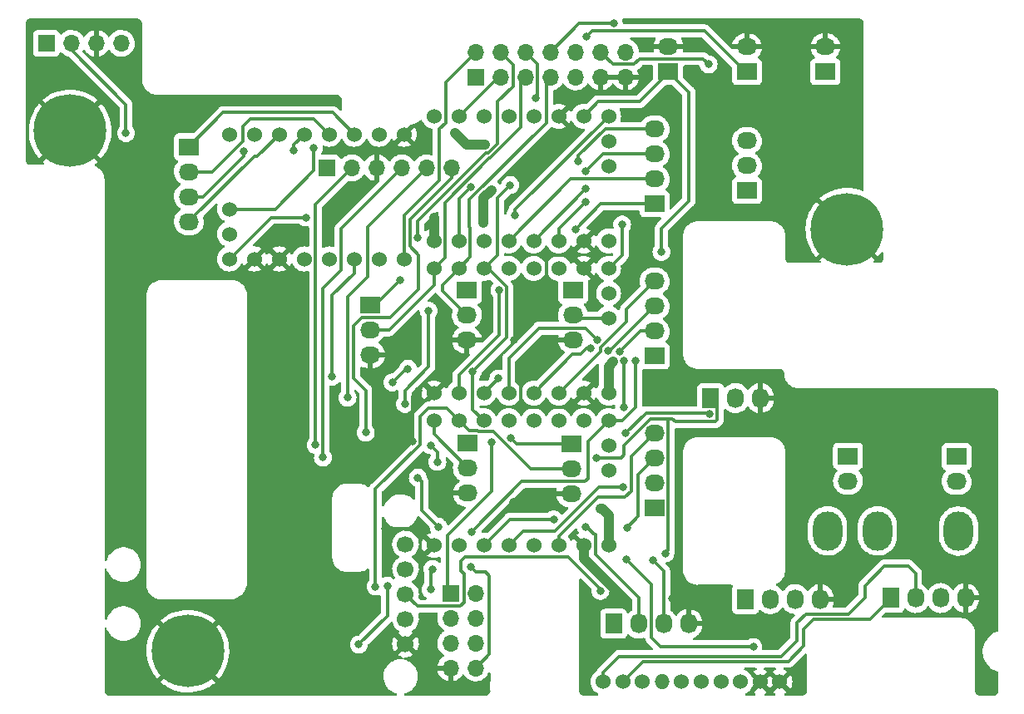
<source format=gbl>
G04 #@! TF.GenerationSoftware,KiCad,Pcbnew,6.0.6-3a73a75311~116~ubuntu20.04.1*
G04 #@! TF.CreationDate,2022-07-28T13:36:28+02:00*
G04 #@! TF.ProjectId,Buddy_shield_extractor,42756464-795f-4736-9869-656c645f6578,rev?*
G04 #@! TF.SameCoordinates,Original*
G04 #@! TF.FileFunction,Copper,L2,Bot*
G04 #@! TF.FilePolarity,Positive*
%FSLAX46Y46*%
G04 Gerber Fmt 4.6, Leading zero omitted, Abs format (unit mm)*
G04 Created by KiCad (PCBNEW 6.0.6-3a73a75311~116~ubuntu20.04.1) date 2022-07-28 13:36:28*
%MOMM*%
%LPD*%
G01*
G04 APERTURE LIST*
G04 #@! TA.AperFunction,ComponentPad*
%ADD10R,1.727200X2.032000*%
G04 #@! TD*
G04 #@! TA.AperFunction,ComponentPad*
%ADD11O,1.727200X2.032000*%
G04 #@! TD*
G04 #@! TA.AperFunction,ComponentPad*
%ADD12R,2.032000X1.727200*%
G04 #@! TD*
G04 #@! TA.AperFunction,ComponentPad*
%ADD13O,2.032000X1.727200*%
G04 #@! TD*
G04 #@! TA.AperFunction,ComponentPad*
%ADD14C,1.524000*%
G04 #@! TD*
G04 #@! TA.AperFunction,ComponentPad*
%ADD15R,1.700000X1.700000*%
G04 #@! TD*
G04 #@! TA.AperFunction,ComponentPad*
%ADD16O,1.700000X1.700000*%
G04 #@! TD*
G04 #@! TA.AperFunction,ComponentPad*
%ADD17C,1.700000*%
G04 #@! TD*
G04 #@! TA.AperFunction,ComponentPad*
%ADD18C,5.800000*%
G04 #@! TD*
G04 #@! TA.AperFunction,SMDPad,CuDef*
%ADD19C,7.400000*%
G04 #@! TD*
G04 #@! TA.AperFunction,ComponentPad*
%ADD20O,3.000000X4.000000*%
G04 #@! TD*
G04 #@! TA.AperFunction,ComponentPad*
%ADD21O,1.524000X1.524000*%
G04 #@! TD*
G04 #@! TA.AperFunction,ViaPad*
%ADD22C,0.800000*%
G04 #@! TD*
G04 #@! TA.AperFunction,Conductor*
%ADD23C,0.300000*%
G04 #@! TD*
G04 #@! TA.AperFunction,Conductor*
%ADD24C,1.000000*%
G04 #@! TD*
G04 APERTURE END LIST*
D10*
G04 #@! TO.P,J3,1,Pin_1*
G04 #@! TO.N,+5V*
X165890000Y-98490000D03*
D11*
G04 #@! TO.P,J3,2,Pin_2*
G04 #@! TO.N,/PC3_RGB*
X168430000Y-98490000D03*
G04 #@! TO.P,J3,3,3*
G04 #@! TO.N,GND*
X170970000Y-98490000D03*
G04 #@! TD*
D12*
G04 #@! TO.P,J7,1,Pin_1*
G04 #@! TO.N,+24V*
X179890000Y-104410000D03*
D13*
G04 #@! TO.P,J7,2,Pin_2*
G04 #@! TO.N,/shield/PB1*
X179890000Y-106950000D03*
G04 #@! TD*
D10*
G04 #@! TO.P,J14,1,Pin_1*
G04 #@! TO.N,/shield/PB5*
X184230000Y-118860000D03*
D11*
G04 #@! TO.P,J14,2,Pin_2*
G04 #@! TO.N,/shield/PE0*
X186770000Y-118860000D03*
G04 #@! TO.P,J14,3,Pin_3*
G04 #@! TO.N,+3V3*
X189310000Y-118860000D03*
G04 #@! TO.P,J14,4,4*
G04 #@! TO.N,GND*
X191850000Y-118860000D03*
G04 #@! TD*
D12*
G04 #@! TO.P,J25,1,Pin_1*
G04 #@! TO.N,+5V*
X151700000Y-103150000D03*
D13*
G04 #@! TO.P,J25,2,Pin_2*
G04 #@! TO.N,/StepSticks/D_STEP*
X151700000Y-105690000D03*
G04 #@! TO.P,J25,3,3*
G04 #@! TO.N,GND*
X151700000Y-108230000D03*
G04 #@! TD*
D12*
G04 #@! TO.P,J4,1,Pin_1*
G04 #@! TO.N,+24V*
X190940000Y-104450000D03*
D13*
G04 #@! TO.P,J4,2,Pin_2*
G04 #@! TO.N,/shield/PB0*
X190940000Y-106990000D03*
G04 #@! TD*
D14*
G04 #@! TO.P,U2,1,GND*
G04 #@! TO.N,GND*
X137740000Y-97980000D03*
G04 #@! TO.P,U2,2,VIO*
G04 #@! TO.N,+3V3*
X140280000Y-97980000D03*
G04 #@! TO.P,U2,3,M1B*
G04 #@! TO.N,Net-(U2-Pad3)*
X142820000Y-97980000D03*
G04 #@! TO.P,U2,4,M1A*
G04 #@! TO.N,Net-(U2-Pad4)*
X145360000Y-97980000D03*
G04 #@! TO.P,U2,5,M2A*
G04 #@! TO.N,Net-(U2-Pad5)*
X147900000Y-97980000D03*
G04 #@! TO.P,U2,6,M2B*
G04 #@! TO.N,Net-(U2-Pad6)*
X150440000Y-97980000D03*
G04 #@! TO.P,U2,7,GND*
G04 #@! TO.N,GND*
X152980000Y-97980000D03*
G04 #@! TO.P,U2,8,VM*
G04 #@! TO.N,+24V*
X155520000Y-97980000D03*
G04 #@! TO.P,U2,9,DIR*
G04 #@! TO.N,/StepSticks/C_DIR*
X137740000Y-85280000D03*
G04 #@! TO.P,U2,10,STEP*
G04 #@! TO.N,/StepSticks/C_STEP*
X140280000Y-85280000D03*
G04 #@! TO.P,U2,11,PND_UART1*
G04 #@! TO.N,/StepSticks/UART*
X142820000Y-85280000D03*
G04 #@! TO.P,U2,12,PDN_UART2*
G04 #@! TO.N,unconnected-(U2-Pad12)*
X145360000Y-85280000D03*
G04 #@! TO.P,U2,13,SPREAD*
G04 #@! TO.N,unconnected-(U2-Pad13)*
X147900000Y-85280000D03*
G04 #@! TO.P,U2,14,MS2*
G04 #@! TO.N,+3V3*
X150440000Y-85280000D03*
G04 #@! TO.P,U2,15,MS1*
G04 #@! TO.N,GND*
X152980000Y-85280000D03*
G04 #@! TO.P,U2,16,EN*
G04 #@! TO.N,/StepSticks/EN*
X155520000Y-85280000D03*
G04 #@! TO.P,U2,17,INDEX*
G04 #@! TO.N,unconnected-(U2-Pad17)*
X155520000Y-87820000D03*
G04 #@! TO.P,U2,18,DIAG*
G04 #@! TO.N,/StepSticks/C_DIAG*
X155520000Y-90360000D03*
G04 #@! TD*
D12*
G04 #@! TO.P,J24,1,Pin_1*
G04 #@! TO.N,+5V*
X141200000Y-103100000D03*
D13*
G04 #@! TO.P,J24,2,Pin_2*
G04 #@! TO.N,/StepSticks/D_DIR*
X141200000Y-105640000D03*
G04 #@! TO.P,J24,3,3*
G04 #@! TO.N,GND*
X141200000Y-108180000D03*
G04 #@! TD*
D10*
G04 #@! TO.P,J19,1,Pin_1*
G04 #@! TO.N,/TX*
X156044000Y-121482000D03*
D11*
G04 #@! TO.P,J19,2,Pin_2*
G04 #@! TO.N,/RX*
X158584000Y-121482000D03*
G04 #@! TO.P,J19,3,Pin_3*
G04 #@! TO.N,Net-(J19-Pad3)*
X161124000Y-121482000D03*
G04 #@! TO.P,J19,4,4*
G04 #@! TO.N,GND*
X163664000Y-121482000D03*
G04 #@! TD*
D12*
G04 #@! TO.P,J12,1,Pin_1*
G04 #@! TO.N,Net-(U1-Pad3)*
X112800000Y-72900000D03*
D13*
G04 #@! TO.P,J12,2,Pin_2*
G04 #@! TO.N,Net-(U1-Pad4)*
X112800000Y-75440000D03*
G04 #@! TO.P,J12,3,Pin_3*
G04 #@! TO.N,Net-(U1-Pad5)*
X112800000Y-77980000D03*
G04 #@! TO.P,J12,4,4*
G04 #@! TO.N,Net-(U1-Pad6)*
X112800000Y-80520000D03*
G04 #@! TD*
D10*
G04 #@! TO.P,J18,1,Pin_1*
G04 #@! TO.N,/SCL*
X169444000Y-118972000D03*
D11*
G04 #@! TO.P,J18,2,Pin_2*
G04 #@! TO.N,/SDA*
X171984000Y-118972000D03*
G04 #@! TO.P,J18,3,Pin_3*
G04 #@! TO.N,Net-(J18-Pad3)*
X174524000Y-118972000D03*
G04 #@! TO.P,J18,4,4*
G04 #@! TO.N,GND*
X177064000Y-118972000D03*
G04 #@! TD*
D12*
G04 #@! TO.P,J28,1,Pin_1*
G04 #@! TO.N,+3V3*
X161600000Y-65250000D03*
D13*
G04 #@! TO.P,J28,2,Pin_2*
G04 #@! TO.N,GND*
X161600000Y-62710000D03*
G04 #@! TD*
D15*
G04 #@! TO.P,J17,1,Pin_1*
G04 #@! TO.N,+3V3*
X126850000Y-75050000D03*
D16*
G04 #@! TO.P,J17,2,Pin_2*
G04 #@! TO.N,/shield/CLK*
X129390000Y-75050000D03*
G04 #@! TO.P,J17,3,Pin_3*
G04 #@! TO.N,GND*
X131930000Y-75050000D03*
G04 #@! TO.P,J17,4,Pin_4*
G04 #@! TO.N,/shield/DIO*
X134470000Y-75050000D03*
G04 #@! TO.P,J17,5,Pin_5*
G04 #@! TO.N,/shield/RST*
X137010000Y-75050000D03*
G04 #@! TO.P,J17,6,Pin_6*
G04 #@! TO.N,/shield/SWO*
X139550000Y-75050000D03*
G04 #@! TD*
D12*
G04 #@! TO.P,J27,1,Pin_1*
G04 #@! TO.N,+5V*
X169600000Y-65250000D03*
D13*
G04 #@! TO.P,J27,2,Pin_2*
G04 #@! TO.N,GND*
X169600000Y-62710000D03*
G04 #@! TD*
D12*
G04 #@! TO.P,J26,1,Pin_1*
G04 #@! TO.N,+24V*
X177600000Y-65250000D03*
D13*
G04 #@! TO.P,J26,2,Pin_2*
G04 #@! TO.N,GND*
X177600000Y-62710000D03*
G04 #@! TD*
D17*
G04 #@! TO.P,J9,1,Pin_1*
G04 #@! TO.N,GND*
X134850000Y-123530000D03*
G04 #@! TO.P,J9,2,Pin_2*
G04 #@! TO.N,+5V*
X134850000Y-120990000D03*
G04 #@! TO.P,J9,3,Pin_3*
G04 #@! TO.N,/SDA*
X134850000Y-118450000D03*
G04 #@! TO.P,J9,4,Pin_4*
G04 #@! TO.N,/SCL*
X134850000Y-115910000D03*
G04 #@! TO.P,J9,5,Pin_5*
G04 #@! TO.N,/RX*
X134850000Y-113370000D03*
G04 #@! TD*
D12*
G04 #@! TO.P,J22,1,Pin_1*
G04 #@! TO.N,+5V*
X141100000Y-87500000D03*
D13*
G04 #@! TO.P,J22,2,Pin_2*
G04 #@! TO.N,/StepSticks/C_STEP*
X141100000Y-90040000D03*
G04 #@! TO.P,J22,3,3*
G04 #@! TO.N,GND*
X141100000Y-92580000D03*
G04 #@! TD*
D14*
G04 #@! TO.P,U1,1,GND*
G04 #@! TO.N,GND*
X134710000Y-71620000D03*
G04 #@! TO.P,U1,2,VIO*
G04 #@! TO.N,+3V3*
X132170000Y-71620000D03*
G04 #@! TO.P,U1,3,M1B*
G04 #@! TO.N,Net-(U1-Pad3)*
X129630000Y-71620000D03*
G04 #@! TO.P,U1,4,M1A*
G04 #@! TO.N,Net-(U1-Pad4)*
X127090000Y-71620000D03*
G04 #@! TO.P,U1,5,M2A*
G04 #@! TO.N,Net-(U1-Pad5)*
X124550000Y-71620000D03*
G04 #@! TO.P,U1,6,M2B*
G04 #@! TO.N,Net-(U1-Pad6)*
X122010000Y-71620000D03*
G04 #@! TO.P,U1,7,GND*
G04 #@! TO.N,GND*
X119470000Y-71620000D03*
G04 #@! TO.P,U1,8,VM*
G04 #@! TO.N,+24V*
X116930000Y-71620000D03*
G04 #@! TO.P,U1,9,DIR*
G04 #@! TO.N,/StepSticks/A_DIR*
X134710000Y-84320000D03*
G04 #@! TO.P,U1,10,STEP*
G04 #@! TO.N,/StepSticks/A_STEP*
X132170000Y-84320000D03*
G04 #@! TO.P,U1,11,PND_UART1*
G04 #@! TO.N,/StepSticks/UART*
X129630000Y-84320000D03*
G04 #@! TO.P,U1,12,PDN_UART2*
G04 #@! TO.N,unconnected-(U1-Pad12)*
X127090000Y-84320000D03*
G04 #@! TO.P,U1,13,SPREAD*
G04 #@! TO.N,unconnected-(U1-Pad13)*
X124550000Y-84320000D03*
G04 #@! TO.P,U1,14,MS2*
G04 #@! TO.N,GND*
X122010000Y-84320000D03*
G04 #@! TO.P,U1,15,MS1*
X119470000Y-84320000D03*
G04 #@! TO.P,U1,16,EN*
G04 #@! TO.N,/StepSticks/EN*
X116930000Y-84320000D03*
G04 #@! TO.P,U1,17,INDEX*
G04 #@! TO.N,unconnected-(U1-Pad17)*
X116930000Y-81780000D03*
G04 #@! TO.P,U1,18,DIAG*
G04 #@! TO.N,/StepSticks/A_DIAG*
X116930000Y-79240000D03*
G04 #@! TD*
G04 #@! TO.P,U4,1,GND*
G04 #@! TO.N,GND*
X137740000Y-113480000D03*
G04 #@! TO.P,U4,2,VIO*
G04 #@! TO.N,+3V3*
X140280000Y-113480000D03*
G04 #@! TO.P,U4,3,M1B*
G04 #@! TO.N,Net-(U4-Pad3)*
X142820000Y-113480000D03*
G04 #@! TO.P,U4,4,M1A*
G04 #@! TO.N,Net-(U4-Pad4)*
X145360000Y-113480000D03*
G04 #@! TO.P,U4,5,M2A*
G04 #@! TO.N,Net-(U4-Pad5)*
X147900000Y-113480000D03*
G04 #@! TO.P,U4,6,M2B*
G04 #@! TO.N,Net-(U4-Pad6)*
X150440000Y-113480000D03*
G04 #@! TO.P,U4,7,GND*
G04 #@! TO.N,GND*
X152980000Y-113480000D03*
G04 #@! TO.P,U4,8,VM*
G04 #@! TO.N,+24V*
X155520000Y-113480000D03*
G04 #@! TO.P,U4,9,DIR*
G04 #@! TO.N,/StepSticks/D_DIR*
X137740000Y-100780000D03*
G04 #@! TO.P,U4,10,STEP*
G04 #@! TO.N,/StepSticks/D_STEP*
X140280000Y-100780000D03*
G04 #@! TO.P,U4,11,PND_UART1*
G04 #@! TO.N,/StepSticks/UART*
X142820000Y-100780000D03*
G04 #@! TO.P,U4,12,PDN_UART2*
G04 #@! TO.N,unconnected-(U4-Pad12)*
X145360000Y-100780000D03*
G04 #@! TO.P,U4,13,SPREAD*
G04 #@! TO.N,unconnected-(U4-Pad13)*
X147900000Y-100780000D03*
G04 #@! TO.P,U4,14,MS2*
G04 #@! TO.N,+3V3*
X150440000Y-100780000D03*
G04 #@! TO.P,U4,15,MS1*
X152980000Y-100780000D03*
G04 #@! TO.P,U4,16,EN*
G04 #@! TO.N,/StepSticks/EN*
X155520000Y-100780000D03*
G04 #@! TO.P,U4,17,INDEX*
G04 #@! TO.N,unconnected-(U4-Pad17)*
X155520000Y-103320000D03*
G04 #@! TO.P,U4,18,DIAG*
G04 #@! TO.N,/StepSticks/C_DIAG*
X155520000Y-105860000D03*
G04 #@! TD*
D12*
G04 #@! TO.P,J29,1,Pin_1*
G04 #@! TO.N,Net-(U4-Pad3)*
X160200000Y-109700000D03*
D13*
G04 #@! TO.P,J29,2,Pin_2*
G04 #@! TO.N,Net-(U4-Pad4)*
X160200000Y-107160000D03*
G04 #@! TO.P,J29,3,Pin_3*
G04 #@! TO.N,Net-(U4-Pad5)*
X160200000Y-104620000D03*
G04 #@! TO.P,J29,4,4*
G04 #@! TO.N,Net-(U4-Pad6)*
X160200000Y-102080000D03*
G04 #@! TD*
D12*
G04 #@! TO.P,J11,1,Pin_1*
G04 #@! TO.N,Net-(U2-Pad3)*
X160200000Y-94200000D03*
D13*
G04 #@! TO.P,J11,2,Pin_2*
G04 #@! TO.N,Net-(U2-Pad4)*
X160200000Y-91660000D03*
G04 #@! TO.P,J11,3,Pin_3*
G04 #@! TO.N,Net-(U2-Pad5)*
X160200000Y-89120000D03*
G04 #@! TO.P,J11,4,4*
G04 #@! TO.N,Net-(U2-Pad6)*
X160200000Y-86580000D03*
G04 #@! TD*
D12*
G04 #@! TO.P,J30,1,Pin_1*
G04 #@! TO.N,Net-(U3-Pad3)*
X160200000Y-78700000D03*
D13*
G04 #@! TO.P,J30,2,Pin_2*
G04 #@! TO.N,Net-(U3-Pad4)*
X160200000Y-76160000D03*
G04 #@! TO.P,J30,3,Pin_3*
G04 #@! TO.N,Net-(U3-Pad5)*
X160200000Y-73620000D03*
G04 #@! TO.P,J30,4,4*
G04 #@! TO.N,Net-(U3-Pad6)*
X160200000Y-71080000D03*
G04 #@! TD*
D12*
G04 #@! TO.P,J20,1,Pin_1*
G04 #@! TO.N,/MISO*
X169600000Y-77350000D03*
D13*
G04 #@! TO.P,J20,2,Pin_2*
G04 #@! TO.N,/MOSI*
X169600000Y-74810000D03*
G04 #@! TO.P,J20,3,3*
G04 #@! TO.N,/SCK*
X169600000Y-72270000D03*
G04 #@! TD*
D12*
G04 #@! TO.P,J21,1,Pin_1*
G04 #@! TO.N,+5V*
X131250000Y-89000000D03*
D13*
G04 #@! TO.P,J21,2,Pin_2*
G04 #@! TO.N,/StepSticks/C_DIR*
X131250000Y-91540000D03*
G04 #@! TO.P,J21,3,3*
G04 #@! TO.N,GND*
X131250000Y-94080000D03*
G04 #@! TD*
D14*
G04 #@! TO.P,U3,1,GND*
G04 #@! TO.N,GND*
X137740000Y-82480000D03*
G04 #@! TO.P,U3,2,VIO*
G04 #@! TO.N,+3V3*
X140280000Y-82480000D03*
G04 #@! TO.P,U3,3,M1B*
G04 #@! TO.N,Net-(U3-Pad3)*
X142820000Y-82480000D03*
G04 #@! TO.P,U3,4,M1A*
G04 #@! TO.N,Net-(U3-Pad4)*
X145360000Y-82480000D03*
G04 #@! TO.P,U3,5,M2A*
G04 #@! TO.N,Net-(U3-Pad5)*
X147900000Y-82480000D03*
G04 #@! TO.P,U3,6,M2B*
G04 #@! TO.N,Net-(U3-Pad6)*
X150440000Y-82480000D03*
G04 #@! TO.P,U3,7,GND*
G04 #@! TO.N,GND*
X152980000Y-82480000D03*
G04 #@! TO.P,U3,8,VM*
G04 #@! TO.N,+24V*
X155520000Y-82480000D03*
G04 #@! TO.P,U3,9,DIR*
G04 #@! TO.N,/StepSticks/B_DIR*
X137740000Y-69780000D03*
G04 #@! TO.P,U3,10,STEP*
G04 #@! TO.N,/StepSticks/B_STEP*
X140280000Y-69780000D03*
G04 #@! TO.P,U3,11,PND_UART1*
G04 #@! TO.N,/StepSticks/UART*
X142820000Y-69780000D03*
G04 #@! TO.P,U3,12,PDN_UART2*
G04 #@! TO.N,unconnected-(U3-Pad12)*
X145360000Y-69780000D03*
G04 #@! TO.P,U3,13,SPREAD*
G04 #@! TO.N,unconnected-(U3-Pad13)*
X147900000Y-69780000D03*
G04 #@! TO.P,U3,14,MS2*
G04 #@! TO.N,GND*
X150440000Y-69780000D03*
G04 #@! TO.P,U3,15,MS1*
G04 #@! TO.N,+3V3*
X152980000Y-69780000D03*
G04 #@! TO.P,U3,16,EN*
G04 #@! TO.N,/StepSticks/EN*
X155520000Y-69780000D03*
G04 #@! TO.P,U3,17,INDEX*
G04 #@! TO.N,unconnected-(U3-Pad17)*
X155520000Y-72320000D03*
G04 #@! TO.P,U3,18,DIAG*
G04 #@! TO.N,/StepSticks/A_DIAG*
X155520000Y-74860000D03*
G04 #@! TD*
D12*
G04 #@! TO.P,J23,1,Pin_1*
G04 #@! TO.N,+5V*
X151900000Y-87500000D03*
D13*
G04 #@! TO.P,J23,2,Pin_2*
G04 #@! TO.N,/StepSticks/C_DIAG*
X151900000Y-90040000D03*
G04 #@! TO.P,J23,3,3*
G04 #@! TO.N,GND*
X151900000Y-92580000D03*
G04 #@! TD*
D15*
G04 #@! TO.P,J1,1,Pin_1*
G04 #@! TO.N,/StepSticks/C_DIAG*
X98300000Y-62360000D03*
D16*
G04 #@! TO.P,J1,2,Pin_2*
G04 #@! TO.N,/StepSticks/D_DIR*
X100840000Y-62360000D03*
G04 #@! TO.P,J1,3,Pin_3*
G04 #@! TO.N,GND*
X103380000Y-62360000D03*
G04 #@! TO.P,J1,4,Pin_4*
G04 #@! TO.N,+5V*
X105920000Y-62360000D03*
G04 #@! TD*
D15*
G04 #@! TO.P,J2,1,Pin_1*
G04 #@! TO.N,/StepSticks/UART*
X139450000Y-118360000D03*
D16*
G04 #@! TO.P,J2,2,Pin_2*
G04 #@! TO.N,+3V3*
X141990000Y-118360000D03*
G04 #@! TO.P,J2,3,Pin_3*
G04 #@! TO.N,Net-(J2-Pad3)*
X139450000Y-120900000D03*
G04 #@! TO.P,J2,4,Pin_4*
G04 #@! TO.N,Net-(J2-Pad4)*
X141990000Y-120900000D03*
G04 #@! TO.P,J2,5,Pin_5*
G04 #@! TO.N,unconnected-(J2-Pad5)*
X139450000Y-123440000D03*
G04 #@! TO.P,J2,6,Pin_6*
G04 #@! TO.N,+3V3*
X141990000Y-123440000D03*
G04 #@! TO.P,J2,7,Pin_7*
G04 #@! TO.N,GND*
X139450000Y-125980000D03*
G04 #@! TO.P,J2,8,Pin_8*
G04 #@! TO.N,/StepSticks/EN*
X141990000Y-125980000D03*
G04 #@! TD*
D15*
G04 #@! TO.P,J5,1,Pin_1*
G04 #@! TO.N,+5V*
X141990000Y-65790000D03*
D16*
G04 #@! TO.P,J5,2,Pin_2*
G04 #@! TO.N,/StepSticks/A_DIR*
X141990000Y-63250000D03*
G04 #@! TO.P,J5,3,Pin_3*
G04 #@! TO.N,/StepSticks/B_STEP*
X144530000Y-65790000D03*
G04 #@! TO.P,J5,4,Pin_4*
G04 #@! TO.N,/StepSticks/A_STEP*
X144530000Y-63250000D03*
G04 #@! TO.P,J5,5,Pin_5*
G04 #@! TO.N,/StepSticks/C_DIR*
X147070000Y-65790000D03*
G04 #@! TO.P,J5,6,Pin_6*
G04 #@! TO.N,/StepSticks/A_DIAG*
X147070000Y-63250000D03*
G04 #@! TO.P,J5,7,Pin_7*
G04 #@! TO.N,/StepSticks/C_STEP*
X149610000Y-65790000D03*
G04 #@! TO.P,J5,8,Pin_8*
G04 #@! TO.N,/SCK*
X149610000Y-63250000D03*
G04 #@! TO.P,J5,9,Pin_9*
G04 #@! TO.N,/shield/NRST*
X152150000Y-65790000D03*
G04 #@! TO.P,J5,10,Pin_10*
G04 #@! TO.N,/MISO*
X152150000Y-63250000D03*
G04 #@! TO.P,J5,11,Pin_11*
G04 #@! TO.N,GND*
X154690000Y-65790000D03*
G04 #@! TO.P,J5,12,Pin_12*
G04 #@! TO.N,/MOSI*
X154690000Y-63250000D03*
G04 #@! TO.P,J5,13,Pin_13*
G04 #@! TO.N,GND*
X157230000Y-65790000D03*
G04 #@! TO.P,J5,14,Pin_14*
G04 #@! TO.N,/StepSticks/B_DIR*
X157230000Y-63250000D03*
G04 #@! TD*
D18*
G04 #@! TO.P,J8,*
G04 #@! TO.N,*
X100710000Y-71280000D03*
D19*
G04 #@! TO.P,J8,1,Pin_1*
G04 #@! TO.N,GND*
X100710000Y-71280000D03*
G04 #@! TD*
D20*
G04 #@! TO.P,J13,1,Pin_1*
G04 #@! TO.N,/shield/PB1*
X177800000Y-112020000D03*
G04 #@! TO.P,J13,2,Pin_2*
G04 #@! TO.N,+24V*
X182880000Y-112020000D03*
G04 #@! TD*
D18*
G04 #@! TO.P,J10,*
G04 #@! TO.N,*
X112700000Y-124280000D03*
D19*
G04 #@! TO.P,J10,1,Pin_1*
G04 #@! TO.N,GND*
X112700000Y-124280000D03*
G04 #@! TD*
D18*
G04 #@! TO.P,J15,*
G04 #@! TO.N,*
X179780000Y-81290000D03*
D19*
G04 #@! TO.P,J15,1,Pin_1*
G04 #@! TO.N,GND*
X179780000Y-81290000D03*
G04 #@! TD*
D20*
G04 #@! TO.P,J6,1,Pin_1*
G04 #@! TO.N,/shield/PB0*
X191140000Y-112040000D03*
G04 #@! TD*
D14*
G04 #@! TO.P,A1,1,Pin_1*
G04 #@! TO.N,/shield/PE0*
X154950000Y-127400000D03*
G04 #@! TO.P,A1,2,Pin_2*
G04 #@! TO.N,/shield/PB5*
X156950000Y-127400000D03*
G04 #@! TO.P,A1,3,Pin_3*
G04 #@! TO.N,/TX*
X158950000Y-127400000D03*
D21*
G04 #@! TO.P,A1,4,Pin_4*
G04 #@! TO.N,/RX*
X160950000Y-127400000D03*
D14*
G04 #@! TO.P,A1,5,Pin_5*
G04 #@! TO.N,/SCL*
X162950000Y-127400000D03*
G04 #@! TO.P,A1,6,Pin_6*
G04 #@! TO.N,/SDA*
X164950000Y-127400000D03*
G04 #@! TO.P,A1,7,Pin_7*
G04 #@! TO.N,+3V3*
X166950000Y-127400000D03*
G04 #@! TO.P,A1,8,Pin_8*
X168950000Y-127400000D03*
G04 #@! TO.P,A1,9,Pin_9*
G04 #@! TO.N,GND*
X170950000Y-127400000D03*
G04 #@! TO.P,A1,10,Pin_10*
X172950000Y-127400000D03*
G04 #@! TD*
D22*
G04 #@! TO.N,+5V*
X134300000Y-86500000D03*
X153300000Y-61700000D03*
X134800000Y-99100000D03*
X139900000Y-71500000D03*
X145600000Y-102600000D03*
X161300000Y-114300000D03*
X138100000Y-105000000D03*
X143600000Y-77300000D03*
X154300000Y-104600000D03*
X137400000Y-103300000D03*
X142900000Y-72700000D03*
X137200000Y-89600000D03*
X142800000Y-80600000D03*
G04 #@! TO.N,GND*
X128000000Y-79400000D03*
X160700000Y-96500000D03*
X136200000Y-97700000D03*
X147100000Y-89100000D03*
X162000000Y-67900000D03*
X113900000Y-69300000D03*
X145800000Y-109100000D03*
X162000000Y-118900000D03*
X145900000Y-92600000D03*
X137800000Y-80100000D03*
X134500000Y-106700000D03*
X132000000Y-105900000D03*
X123700000Y-82200000D03*
X132800000Y-111800000D03*
X159500000Y-69200000D03*
X135600000Y-102900000D03*
X173300000Y-122300000D03*
X156600000Y-118600000D03*
X164000000Y-65800000D03*
G04 #@! TO.N,+24V*
X154700000Y-109800000D03*
X156000000Y-94800000D03*
G04 #@! TO.N,/StepSticks/EN*
X141600000Y-112100000D03*
X124700000Y-80100000D03*
X141500000Y-115700000D03*
X158300000Y-94650500D03*
X146000000Y-79900000D03*
X156900000Y-80800000D03*
G04 #@! TO.N,+3V3*
X137400000Y-118000000D03*
X138200000Y-111600000D03*
X157300000Y-114900000D03*
X136100000Y-106600000D03*
X170250000Y-123850000D03*
X160900000Y-83600000D03*
X144400000Y-87500000D03*
X141500000Y-77000000D03*
X137600000Y-115900000D03*
G04 #@! TO.N,/PC3_RGB*
X133000000Y-117600000D03*
X130100000Y-123600000D03*
X165800000Y-100150500D03*
X157266008Y-102074038D03*
G04 #@! TO.N,/StepSticks/UART*
X141708000Y-95792000D03*
X135100000Y-95500000D03*
X143600000Y-103000000D03*
X145500000Y-76800000D03*
X133500000Y-96900000D03*
X127400000Y-96300000D03*
G04 #@! TO.N,/StepSticks/A_STEP*
X136100000Y-82200000D03*
G04 #@! TO.N,/StepSticks/A_DIAG*
X148100000Y-67900000D03*
X125500000Y-73050000D03*
G04 #@! TO.N,Net-(U2-Pad5)*
X155437240Y-93682312D03*
X153700002Y-93400500D03*
G04 #@! TO.N,Net-(U2-Pad4)*
X156628240Y-93769337D03*
X154390667Y-92608976D03*
G04 #@! TO.N,Net-(U2-Pad3)*
X144300000Y-96500000D03*
G04 #@! TO.N,Net-(U1-Pad5)*
X123500000Y-73300000D03*
X118370500Y-73321585D03*
G04 #@! TO.N,/shield/DIO*
X126450000Y-104550000D03*
G04 #@! TO.N,/shield/CLK*
X125700500Y-103275848D03*
G04 #@! TO.N,/shield/SWO*
X130800000Y-102000000D03*
G04 #@! TO.N,/shield/RST*
X128950000Y-98450000D03*
G04 #@! TO.N,/SDA*
X154684513Y-118139441D03*
G04 #@! TO.N,/RX*
X153200000Y-111600000D03*
G04 #@! TO.N,/StepSticks/D_DIR*
X106400000Y-71500000D03*
G04 #@! TO.N,/StepSticks/C_DIAG*
X157100000Y-99400000D03*
X157100000Y-94650500D03*
G04 #@! TO.N,/MOSI*
X165700000Y-64500000D03*
G04 #@! TO.N,/SCK*
X156044815Y-60350500D03*
G04 #@! TO.N,Net-(U4-Pad5)*
X157400000Y-111702138D03*
G04 #@! TO.N,Net-(U4-Pad4)*
X157000000Y-107600000D03*
G04 #@! TO.N,Net-(U4-Pad3)*
X149944662Y-110850500D03*
G04 #@! TO.N,Net-(U3-Pad6)*
X153147464Y-78552536D03*
X152450000Y-74350000D03*
G04 #@! TO.N,Net-(U3-Pad5)*
X153199500Y-77190360D03*
X153199500Y-75392958D03*
G04 #@! TO.N,Net-(U3-Pad3)*
X152132681Y-81287609D03*
G04 #@! TO.N,Net-(J19-Pad3)*
X160000000Y-115000000D03*
G04 #@! TO.N,/StepSticks/D_STEP*
X131800000Y-117700000D03*
G04 #@! TD*
D23*
G04 #@! TO.N,+5V*
X169450000Y-65250000D02*
X165300000Y-61100000D01*
X165300000Y-61100000D02*
X153900000Y-61100000D01*
D24*
X141100000Y-72700000D02*
X139900000Y-71500000D01*
D23*
X156800000Y-104600000D02*
X154600000Y-104600000D01*
X131800000Y-89000000D02*
X134300000Y-86500000D01*
X145600000Y-102600000D02*
X146150000Y-103150000D01*
X157100000Y-104300000D02*
X156800000Y-104600000D01*
X138100000Y-104000000D02*
X137400000Y-103300000D01*
X138100000Y-105000000D02*
X138100000Y-104000000D01*
X161300000Y-114300000D02*
X161600000Y-114000000D01*
X157100000Y-103300000D02*
X157100000Y-104300000D01*
X166400000Y-100900000D02*
X162300000Y-100900000D01*
X169600000Y-65250000D02*
X169450000Y-65250000D01*
X146150000Y-103150000D02*
X151700000Y-103150000D01*
X137100000Y-95400000D02*
X137200000Y-95300000D01*
D24*
X142800000Y-78100000D02*
X142800000Y-80600000D01*
D23*
X154600000Y-104600000D02*
X154300000Y-104600000D01*
X159800000Y-100600000D02*
X158300000Y-102100000D01*
D24*
X142900000Y-72700000D02*
X141100000Y-72700000D01*
D23*
X165890000Y-98490000D02*
X166600000Y-99200000D01*
X161600000Y-100600000D02*
X159800000Y-100600000D01*
X134800000Y-97700000D02*
X137100000Y-95400000D01*
X162300000Y-100900000D02*
X162000000Y-100600000D01*
X134800000Y-99100000D02*
X134800000Y-97700000D01*
X137200000Y-95300000D02*
X137200000Y-89600000D01*
X131250000Y-89000000D02*
X131800000Y-89000000D01*
X158300000Y-102100000D02*
X157100000Y-103300000D01*
D24*
X143600000Y-77300000D02*
X142800000Y-78100000D01*
D23*
X161600000Y-114000000D02*
X161600000Y-100600000D01*
X166600000Y-99200000D02*
X166600000Y-100700000D01*
X162000000Y-100600000D02*
X161600000Y-100600000D01*
X166600000Y-100700000D02*
X166400000Y-100900000D01*
X153900000Y-61100000D02*
X153300000Y-61700000D01*
G04 #@! TO.N,GND*
X146800000Y-95500000D02*
X147700000Y-94600000D01*
X152980000Y-85280000D02*
X151600000Y-83900000D01*
X136200000Y-97700000D02*
X135600000Y-98300000D01*
D24*
X137740000Y-80160000D02*
X137800000Y-80100000D01*
D23*
X146600000Y-99400000D02*
X146600000Y-95700000D01*
D24*
X156700000Y-118600000D02*
X156600000Y-118600000D01*
D23*
X146600000Y-95700000D02*
X146800000Y-95500000D01*
D24*
X152980000Y-114880000D02*
X156700000Y-118600000D01*
D23*
X137740000Y-113480000D02*
X136060000Y-111800000D01*
X149200000Y-84000000D02*
X149200000Y-86700000D01*
D24*
X137740000Y-82480000D02*
X137740000Y-80160000D01*
D23*
X149300000Y-83900000D02*
X149200000Y-84000000D01*
X135600000Y-98300000D02*
X135600000Y-102900000D01*
X151600000Y-83900000D02*
X149300000Y-83900000D01*
X136060000Y-111800000D02*
X132800000Y-111800000D01*
D24*
X152980000Y-113480000D02*
X152980000Y-114880000D01*
D23*
X151560000Y-99400000D02*
X146600000Y-99400000D01*
X147700000Y-94600000D02*
X147700000Y-94500000D01*
D24*
G04 #@! TO.N,+24V*
X155520000Y-95280000D02*
X156000000Y-94800000D01*
X155520000Y-97980000D02*
X155520000Y-95280000D01*
X155520000Y-110420000D02*
X155520000Y-113480000D01*
X154900000Y-109800000D02*
X155520000Y-110420000D01*
X154700000Y-109800000D02*
X154900000Y-109800000D01*
D23*
G04 #@! TO.N,/StepSticks/EN*
X153100000Y-107000000D02*
X146700000Y-107000000D01*
X153400000Y-102900000D02*
X153400000Y-106700000D01*
X155520000Y-100780000D02*
X153400000Y-102900000D01*
X141990000Y-125980000D02*
X143400000Y-124570000D01*
X146700000Y-107000000D02*
X141600000Y-112100000D01*
X155520000Y-100780000D02*
X156920000Y-100780000D01*
X153400000Y-106700000D02*
X153100000Y-107000000D01*
X143400000Y-124570000D02*
X143400000Y-124000000D01*
X116930000Y-84320000D02*
X121150000Y-80100000D01*
X121150000Y-80100000D02*
X124700000Y-80100000D01*
X142000000Y-116200000D02*
X141500000Y-115700000D01*
X156920000Y-100780000D02*
X158300000Y-99400000D01*
X143400000Y-116600000D02*
X143000000Y-116200000D01*
X143000000Y-116200000D02*
X142000000Y-116200000D01*
X158300000Y-99400000D02*
X158300000Y-94650500D01*
X156900000Y-80800000D02*
X156900000Y-83900000D01*
X146000000Y-79300000D02*
X155520000Y-69780000D01*
X146000000Y-79900000D02*
X146000000Y-79300000D01*
X143400000Y-124000000D02*
X143400000Y-116600000D01*
X156900000Y-83900000D02*
X155520000Y-85280000D01*
G04 #@! TO.N,+3V3*
X140280000Y-82480000D02*
X140280000Y-78220000D01*
X160900000Y-81200000D02*
X163700000Y-78400000D01*
X136500000Y-108300000D02*
X136500000Y-107000000D01*
X154460000Y-68300000D02*
X158700000Y-68300000D01*
X136500000Y-109900000D02*
X136500000Y-108300000D01*
X136500000Y-107000000D02*
X136100000Y-106600000D01*
X137400000Y-118000000D02*
X137400000Y-116100000D01*
X152980000Y-69780000D02*
X154460000Y-68300000D01*
X140280000Y-96160046D02*
X144400000Y-92040046D01*
X161600000Y-65400000D02*
X161600000Y-65250000D01*
X138200000Y-111600000D02*
X136500000Y-109900000D01*
X137400000Y-116100000D02*
X137600000Y-115900000D01*
X160900000Y-83600000D02*
X160900000Y-81200000D01*
X159900000Y-122900000D02*
X160803924Y-123803924D01*
X140280000Y-97980000D02*
X140280000Y-96160046D01*
X159900000Y-117500000D02*
X159900000Y-122900000D01*
X144400000Y-92040046D02*
X144400000Y-87500000D01*
X157300000Y-114900000D02*
X159900000Y-117500000D01*
X170203924Y-123803924D02*
X170250000Y-123850000D01*
X160803924Y-123803924D02*
X170203924Y-123803924D01*
X140280000Y-78220000D02*
X141500000Y-77000000D01*
X163700000Y-67350000D02*
X161600000Y-65250000D01*
X158700000Y-68300000D02*
X161600000Y-65400000D01*
X163700000Y-78400000D02*
X163700000Y-67350000D01*
G04 #@! TO.N,/shield/PE0*
X181600000Y-117600000D02*
X183600000Y-115600000D01*
X183600000Y-115600000D02*
X186000000Y-115600000D01*
X186000000Y-115600000D02*
X186770000Y-116370000D01*
X186770000Y-116370000D02*
X186770000Y-118860000D01*
X154950000Y-127400000D02*
X154950000Y-126450000D01*
X181600000Y-118800000D02*
X181600000Y-117600000D01*
X173100000Y-124800000D02*
X174700000Y-123200000D01*
X175600000Y-120500000D02*
X179900000Y-120500000D01*
X156600000Y-124800000D02*
X173100000Y-124800000D01*
X174700000Y-123200000D02*
X174700000Y-121400000D01*
X179900000Y-120500000D02*
X181600000Y-118800000D01*
X154950000Y-126450000D02*
X156600000Y-124800000D01*
X174700000Y-121400000D02*
X175600000Y-120500000D01*
G04 #@! TO.N,/shield/PB5*
X175400000Y-123700000D02*
X175400000Y-122000000D01*
X159050000Y-125300000D02*
X173800000Y-125300000D01*
X184230000Y-118870000D02*
X184230000Y-118860000D01*
X176400000Y-121000000D02*
X182100000Y-121000000D01*
X156950000Y-127400000D02*
X159050000Y-125300000D01*
X175400000Y-122000000D02*
X176400000Y-121000000D01*
X182100000Y-121000000D02*
X184230000Y-118870000D01*
X173800000Y-125300000D02*
X175400000Y-123700000D01*
G04 #@! TO.N,/PC3_RGB*
X165649500Y-100000000D02*
X165800000Y-100150500D01*
X133000000Y-120700000D02*
X130100000Y-123600000D01*
X159340046Y-100000000D02*
X165649500Y-100000000D01*
X157266008Y-102074038D02*
X159340046Y-100000000D01*
X133000000Y-117600000D02*
X133000000Y-120700000D01*
G04 #@! TO.N,/StepSticks/UART*
X145149500Y-87189546D02*
X143239954Y-85280000D01*
X143239954Y-85280000D02*
X142820000Y-85280000D01*
X139100000Y-118010000D02*
X139100000Y-112500000D01*
X134900000Y-95500000D02*
X135100000Y-95500000D01*
X141708000Y-99668000D02*
X141708000Y-95792000D01*
X144200000Y-78100000D02*
X145500000Y-76800000D01*
X145149500Y-92350500D02*
X145149500Y-87189546D01*
X141708000Y-95792000D02*
X145149500Y-92350500D01*
X144200000Y-83900000D02*
X144200000Y-78100000D01*
X129630000Y-85770000D02*
X127400000Y-88000000D01*
X133500000Y-96900000D02*
X134900000Y-95500000D01*
X143600000Y-108000000D02*
X143600000Y-103000000D01*
X127400000Y-88000000D02*
X127400000Y-96300000D01*
X139450000Y-118360000D02*
X139100000Y-118010000D01*
X139100000Y-112500000D02*
X143600000Y-108000000D01*
X142820000Y-85280000D02*
X144200000Y-83900000D01*
X142820000Y-100780000D02*
X141708000Y-99668000D01*
X129630000Y-84320000D02*
X129630000Y-85770000D01*
G04 #@! TO.N,/StepSticks/B_STEP*
X144270000Y-65790000D02*
X144530000Y-65790000D01*
X140280000Y-69780000D02*
X144270000Y-65790000D01*
G04 #@! TO.N,/StepSticks/A_STEP*
X143050499Y-73549501D02*
X136100000Y-80500000D01*
X144248000Y-72553376D02*
X143251875Y-73549501D01*
X145800000Y-64520000D02*
X145800000Y-66750000D01*
X145800000Y-66750000D02*
X144248000Y-68302000D01*
X144248000Y-68302000D02*
X144248000Y-72553376D01*
X144530000Y-63250000D02*
X145800000Y-64520000D01*
X143251875Y-73549501D02*
X143050499Y-73549501D01*
X136100000Y-80500000D02*
X136100000Y-82200000D01*
G04 #@! TO.N,/StepSticks/A_DIAG*
X125500000Y-73050000D02*
X125500000Y-75300000D01*
X148200000Y-67700000D02*
X148100000Y-67800000D01*
X125500000Y-75300000D02*
X121560000Y-79240000D01*
X148270000Y-64450000D02*
X148270000Y-67630000D01*
X148100000Y-67800000D02*
X148100000Y-67900000D01*
X147070000Y-63250000D02*
X148270000Y-64450000D01*
X148270000Y-67630000D02*
X148200000Y-67700000D01*
X121560000Y-79240000D02*
X116930000Y-79240000D01*
G04 #@! TO.N,/StepSticks/A_DIR*
X138948125Y-66291875D02*
X138948125Y-70450499D01*
X138300000Y-76300000D02*
X134710000Y-79890000D01*
X138300000Y-71098624D02*
X138300000Y-76300000D01*
X134710000Y-79890000D02*
X134710000Y-84320000D01*
X141990000Y-63250000D02*
X138948125Y-66291875D01*
X138948125Y-70450499D02*
X138300000Y-71098624D01*
G04 #@! TO.N,Net-(U2-Pad6)*
X157350000Y-89430000D02*
X160200000Y-86580000D01*
X150440000Y-97980000D02*
X154687740Y-93732260D01*
X154687740Y-93371858D02*
X157350000Y-90709598D01*
X154687740Y-93732260D02*
X154687740Y-93371858D01*
X157350000Y-90709598D02*
X157350000Y-89430000D01*
G04 #@! TO.N,Net-(U2-Pad5)*
X153301743Y-93400500D02*
X153700002Y-93400500D01*
X155637688Y-93682312D02*
X155437240Y-93682312D01*
X151836400Y-94043600D02*
X152658643Y-94043600D01*
X147900000Y-97980000D02*
X151836400Y-94043600D01*
X160200000Y-89120000D02*
X155637688Y-93682312D01*
X152658643Y-94043600D02*
X153301743Y-93400500D01*
G04 #@! TO.N,Net-(U2-Pad4)*
X158737577Y-91660000D02*
X156628240Y-93769337D01*
X145360000Y-94440000D02*
X148433600Y-91366400D01*
X153148091Y-91366400D02*
X154390667Y-92608976D01*
X148433600Y-91366400D02*
X153148091Y-91366400D01*
X145360000Y-97980000D02*
X145360000Y-94440000D01*
X160200000Y-91660000D02*
X158737577Y-91660000D01*
G04 #@! TO.N,Net-(U2-Pad3)*
X142820000Y-97980000D02*
X144300000Y-96500000D01*
G04 #@! TO.N,Net-(U1-Pad6)*
X112800000Y-80520000D02*
X112800000Y-80500000D01*
X112800000Y-80500000D02*
X119450000Y-73850000D01*
X119450000Y-73850000D02*
X119780000Y-73850000D01*
X119780000Y-73850000D02*
X122010000Y-71620000D01*
G04 #@! TO.N,Net-(U1-Pad5)*
X124550000Y-71620000D02*
X123500000Y-72670000D01*
X112800000Y-77980000D02*
X114224130Y-77980000D01*
X114224130Y-77980000D02*
X118370500Y-73833630D01*
X118370500Y-73833630D02*
X118370500Y-73321585D01*
X123500000Y-72670000D02*
X123500000Y-73300000D01*
G04 #@! TO.N,Net-(U1-Pad4)*
X115192131Y-75440000D02*
X118300000Y-72332131D01*
X118300000Y-72332131D02*
X118300000Y-70800000D01*
X125520000Y-70050000D02*
X127090000Y-71620000D01*
X119050000Y-70050000D02*
X125520000Y-70050000D01*
X112800000Y-75440000D02*
X115192131Y-75440000D01*
X118300000Y-70800000D02*
X119050000Y-70050000D01*
G04 #@! TO.N,Net-(U1-Pad3)*
X127410000Y-69400000D02*
X129630000Y-71620000D01*
X116300000Y-69400000D02*
X127410000Y-69400000D01*
X112800000Y-72900000D02*
X116300000Y-69400000D01*
G04 #@! TO.N,/shield/DIO*
X126450000Y-87350000D02*
X126450000Y-104550000D01*
X128300000Y-85500000D02*
X126450000Y-87350000D01*
X134470000Y-75050000D02*
X128300000Y-81220000D01*
X128300000Y-81220000D02*
X128300000Y-85500000D01*
G04 #@! TO.N,/shield/CLK*
X129390000Y-75050000D02*
X125700500Y-78739500D01*
X125700500Y-78739500D02*
X125700500Y-103275848D01*
G04 #@! TO.N,/shield/SWO*
X129600000Y-96500000D02*
X130800000Y-97700000D01*
X130800000Y-97700000D02*
X130800000Y-102000000D01*
X139550000Y-75050000D02*
X139550000Y-76043598D01*
X136200000Y-83900000D02*
X136200000Y-87400000D01*
X130400000Y-90300000D02*
X129600000Y-91100000D01*
X135300000Y-83000000D02*
X136200000Y-83900000D01*
X129600000Y-91100000D02*
X129600000Y-96500000D01*
X136200000Y-87400000D02*
X133300000Y-90300000D01*
X139550000Y-76043598D02*
X135300000Y-80293598D01*
X135300000Y-80293598D02*
X135300000Y-83000000D01*
X133300000Y-90300000D02*
X130400000Y-90300000D01*
G04 #@! TO.N,/shield/RST*
X137010000Y-75050000D02*
X131000000Y-81060000D01*
X131000000Y-86100000D02*
X129100000Y-88000000D01*
X131000000Y-81060000D02*
X131000000Y-84550000D01*
X128950000Y-88150000D02*
X128950000Y-98450000D01*
X131000000Y-84550000D02*
X131000000Y-86100000D01*
X129100000Y-88000000D02*
X128950000Y-88150000D01*
G04 #@! TO.N,/SDA*
X140790000Y-116390000D02*
X140500000Y-116100000D01*
X140400000Y-119700000D02*
X140800000Y-119300000D01*
X140500000Y-115100000D02*
X140900000Y-114700000D01*
X140800000Y-119300000D02*
X140800000Y-119100000D01*
X140800000Y-119100000D02*
X140790000Y-119090000D01*
X151445072Y-114700000D02*
X154684513Y-117939441D01*
X154684513Y-117939441D02*
X154684513Y-118139441D01*
X140900000Y-114700000D02*
X151445072Y-114700000D01*
X134850000Y-118450000D02*
X136100000Y-119700000D01*
X136100000Y-119700000D02*
X140400000Y-119700000D01*
X140500000Y-116100000D02*
X140500000Y-115100000D01*
X140790000Y-119090000D02*
X140790000Y-116390000D01*
G04 #@! TO.N,/RX*
X158584000Y-121482000D02*
X158584000Y-118782624D01*
X153300000Y-111600000D02*
X153200000Y-111600000D01*
X154200000Y-112500000D02*
X154200000Y-112400000D01*
X154200000Y-114398624D02*
X154200000Y-112500000D01*
X154200000Y-112500000D02*
X153300000Y-111600000D01*
X158584000Y-118782624D02*
X154200000Y-114398624D01*
G04 #@! TO.N,/StepSticks/D_DIR*
X141200000Y-105640000D02*
X137740000Y-102180000D01*
X100840000Y-63040000D02*
X100840000Y-62360000D01*
X106400000Y-68600000D02*
X100840000Y-63040000D01*
X137740000Y-102180000D02*
X137740000Y-100780000D01*
X106400000Y-71500000D02*
X106400000Y-68600000D01*
G04 #@! TO.N,/StepSticks/C_DIAG*
X151900000Y-90090000D02*
X152170000Y-90360000D01*
X157100000Y-99400000D02*
X157100000Y-94650500D01*
X152170000Y-90360000D02*
X155520000Y-90360000D01*
G04 #@! TO.N,/MOSI*
X154690000Y-63250000D02*
X155940000Y-64500000D01*
X155940000Y-64500000D02*
X158100000Y-64500000D01*
X158676400Y-63923600D02*
X165123600Y-63923600D01*
X158100000Y-64500000D02*
X158676400Y-63923600D01*
X165123600Y-63923600D02*
X165700000Y-64500000D01*
G04 #@! TO.N,/SCK*
X152509500Y-60350500D02*
X156044815Y-60350500D01*
X149610000Y-63250000D02*
X152509500Y-60350500D01*
G04 #@! TO.N,/StepSticks/C_STEP*
X141350499Y-81051875D02*
X141350499Y-78299501D01*
X141450499Y-84109501D02*
X141450499Y-81151875D01*
X149200000Y-66200000D02*
X149610000Y-65790000D01*
X138600000Y-86960000D02*
X140280000Y-85280000D01*
X141350499Y-78299501D02*
X149200000Y-70450000D01*
X140280000Y-85280000D02*
X141450499Y-84109501D01*
X141100000Y-90040000D02*
X138600000Y-87540000D01*
X149200000Y-70450000D02*
X149200000Y-66200000D01*
X138600000Y-87540000D02*
X138600000Y-86960000D01*
X141450499Y-81151875D02*
X141350499Y-81051875D01*
G04 #@! TO.N,/StepSticks/C_DIR*
X137740000Y-85280000D02*
X138852000Y-84168000D01*
X138852000Y-78588046D02*
X143391044Y-74049002D01*
X143458776Y-74049002D02*
X146600000Y-70907778D01*
X143391044Y-74049002D02*
X143458776Y-74049002D01*
X138852000Y-84168000D02*
X138852000Y-78588046D01*
X133160000Y-91540000D02*
X137740000Y-86960000D01*
X146600000Y-70907778D02*
X146600000Y-66260000D01*
X131250000Y-91540000D02*
X133160000Y-91540000D01*
X137740000Y-86960000D02*
X137740000Y-85280000D01*
X146600000Y-66260000D02*
X147070000Y-65790000D01*
G04 #@! TO.N,Net-(U4-Pad6)*
X150440000Y-112570000D02*
X154410000Y-108600000D01*
X157200000Y-108600000D02*
X157800000Y-108000000D01*
X160170000Y-102080000D02*
X160200000Y-102080000D01*
X154410000Y-108600000D02*
X157200000Y-108600000D01*
X157800000Y-104450000D02*
X160170000Y-102080000D01*
X157800000Y-108000000D02*
X157800000Y-104450000D01*
X150440000Y-113480000D02*
X150440000Y-112570000D01*
G04 #@! TO.N,Net-(U4-Pad5)*
X160200000Y-104620000D02*
X158550000Y-106270000D01*
X158550000Y-110552138D02*
X157400000Y-111702138D01*
X158550000Y-106270000D02*
X158550000Y-110552138D01*
G04 #@! TO.N,Net-(U4-Pad4)*
X150050000Y-112050000D02*
X154500000Y-107600000D01*
X154500000Y-107600000D02*
X157000000Y-107600000D01*
X145360000Y-113480000D02*
X146790000Y-112050000D01*
X146790000Y-112050000D02*
X150050000Y-112050000D01*
G04 #@! TO.N,Net-(U4-Pad3)*
X142820000Y-113480000D02*
X145449500Y-110850500D01*
X145449500Y-110850500D02*
X149944662Y-110850500D01*
G04 #@! TO.N,Net-(U3-Pad6)*
X155187394Y-71080000D02*
X160200000Y-71080000D01*
X152450000Y-74350000D02*
X152450000Y-73817394D01*
X150440000Y-81260000D02*
X153147464Y-78552536D01*
X150440000Y-82480000D02*
X150440000Y-81260000D01*
X152450000Y-73817394D02*
X155187394Y-71080000D01*
G04 #@! TO.N,Net-(U3-Pad5)*
X160200000Y-73620000D02*
X154972458Y-73620000D01*
X154972458Y-73620000D02*
X153199500Y-75392958D01*
X153189640Y-77190360D02*
X153199500Y-77190360D01*
X147900000Y-82480000D02*
X153189640Y-77190360D01*
G04 #@! TO.N,Net-(U3-Pad4)*
X145360000Y-82480000D02*
X151680000Y-76160000D01*
X151680000Y-76160000D02*
X160200000Y-76160000D01*
G04 #@! TO.N,Net-(U3-Pad3)*
X160200000Y-78700000D02*
X154720290Y-78700000D01*
X154720290Y-78700000D02*
X152132681Y-81287609D01*
G04 #@! TO.N,Net-(J19-Pad3)*
X160000000Y-115000000D02*
X161124000Y-116124000D01*
X161124000Y-116124000D02*
X161124000Y-121482000D01*
G04 #@! TO.N,/StepSticks/D_STEP*
X141300000Y-101800000D02*
X140280000Y-100780000D01*
X147590000Y-105690000D02*
X143792000Y-101892000D01*
X142200000Y-101800000D02*
X141300000Y-101800000D01*
X139000000Y-99500000D02*
X137206401Y-99500000D01*
X151700000Y-105690000D02*
X147590000Y-105690000D01*
X142292000Y-101892000D02*
X142200000Y-101800000D01*
X137206401Y-99500000D02*
X136349500Y-100356901D01*
X136349500Y-103210454D02*
X131800000Y-107759954D01*
X136349500Y-100356901D02*
X136349500Y-103210454D01*
X131800000Y-107759954D02*
X131800000Y-117700000D01*
X143792000Y-101892000D02*
X142292000Y-101892000D01*
X140280000Y-100780000D02*
X139000000Y-99500000D01*
G04 #@! TD*
G04 #@! TA.AperFunction,Conductor*
G04 #@! TO.N,GND*
G36*
X102318696Y-59812200D02*
G01*
X107443405Y-59815575D01*
X107462705Y-59817075D01*
X107474079Y-59818845D01*
X107486620Y-59820798D01*
X107496270Y-59819536D01*
X107526148Y-59819203D01*
X107584345Y-59825496D01*
X107597083Y-59826873D01*
X107623551Y-59832666D01*
X107710000Y-59861619D01*
X107734613Y-59872934D01*
X107812875Y-59919701D01*
X107834499Y-59936015D01*
X107900956Y-59998434D01*
X107918592Y-60018993D01*
X107929065Y-60034260D01*
X107970166Y-60094175D01*
X107983001Y-60118034D01*
X108017310Y-60202503D01*
X108024746Y-60228553D01*
X108035700Y-60292230D01*
X108036321Y-60308040D01*
X108037295Y-60307991D01*
X108037747Y-60316950D01*
X108036924Y-60325891D01*
X108039169Y-60337398D01*
X108041500Y-60361524D01*
X108041500Y-66062191D01*
X108040624Y-66077020D01*
X108037107Y-66106699D01*
X108036422Y-66112476D01*
X108036881Y-66125021D01*
X108037804Y-66129795D01*
X108037805Y-66129805D01*
X108039813Y-66140191D01*
X108041228Y-66149281D01*
X108049139Y-66216060D01*
X108063776Y-66339619D01*
X108064879Y-66343826D01*
X108064879Y-66343829D01*
X108080808Y-66404616D01*
X108118571Y-66548729D01*
X108201685Y-66748283D01*
X108311530Y-66934466D01*
X108446004Y-67103719D01*
X108449160Y-67106725D01*
X108449162Y-67106727D01*
X108599380Y-67249798D01*
X108599386Y-67249803D01*
X108602538Y-67252805D01*
X108606072Y-67255342D01*
X108606079Y-67255348D01*
X108774602Y-67376338D01*
X108774606Y-67376340D01*
X108778139Y-67378877D01*
X108781995Y-67380905D01*
X108781994Y-67380905D01*
X108965587Y-67477491D01*
X108965590Y-67477492D01*
X108969450Y-67479523D01*
X109172815Y-67552819D01*
X109177078Y-67553717D01*
X109177079Y-67553717D01*
X109380077Y-67596466D01*
X109380080Y-67596466D01*
X109384347Y-67597365D01*
X109388693Y-67597666D01*
X109388699Y-67597667D01*
X109474690Y-67603626D01*
X109559733Y-67609519D01*
X109571921Y-67610964D01*
X109582646Y-67612769D01*
X109582656Y-67612770D01*
X109587448Y-67613576D01*
X109593793Y-67613653D01*
X109595140Y-67613670D01*
X109595143Y-67613670D01*
X109600000Y-67613729D01*
X109627624Y-67609773D01*
X109645486Y-67608500D01*
X127845994Y-67608500D01*
X127867197Y-67610297D01*
X127877365Y-67612033D01*
X127877366Y-67612033D01*
X127886217Y-67613544D01*
X127895136Y-67612510D01*
X127904108Y-67612751D01*
X127904101Y-67612997D01*
X127925540Y-67613340D01*
X127995375Y-67623706D01*
X128027427Y-67632926D01*
X128046861Y-67641438D01*
X128107218Y-67667875D01*
X128135727Y-67685181D01*
X128203553Y-67739840D01*
X128226525Y-67764022D01*
X128277633Y-67834562D01*
X128293454Y-67863922D01*
X128324266Y-67945404D01*
X128331829Y-67977886D01*
X128333212Y-67992239D01*
X128338297Y-68045025D01*
X128338727Y-68063267D01*
X128338590Y-68066069D01*
X128336885Y-68074879D01*
X128337721Y-68083811D01*
X128337721Y-68083812D01*
X128340952Y-68118332D01*
X128341500Y-68130074D01*
X128341502Y-68871508D01*
X128341502Y-69096052D01*
X128321500Y-69164173D01*
X128267845Y-69210666D01*
X128197571Y-69220770D01*
X128132990Y-69191277D01*
X128126407Y-69185147D01*
X127933655Y-68992395D01*
X127925665Y-68983615D01*
X127925663Y-68983613D01*
X127921416Y-68976920D01*
X127911414Y-68967527D01*
X127869743Y-68928396D01*
X127866901Y-68925641D01*
X127846333Y-68905073D01*
X127842826Y-68902353D01*
X127833804Y-68894647D01*
X127832243Y-68893181D01*
X127800133Y-68863028D01*
X127793181Y-68859206D01*
X127781342Y-68852697D01*
X127764818Y-68841843D01*
X127754132Y-68833555D01*
X127747868Y-68828696D01*
X127740596Y-68825549D01*
X127740594Y-68825548D01*
X127705465Y-68810346D01*
X127694805Y-68805124D01*
X127661284Y-68786695D01*
X127661282Y-68786694D01*
X127654337Y-68782876D01*
X127633559Y-68777541D01*
X127614869Y-68771142D01*
X127595176Y-68762620D01*
X127549552Y-68755394D01*
X127537929Y-68752987D01*
X127501655Y-68743674D01*
X127493188Y-68741500D01*
X127471741Y-68741500D01*
X127452031Y-68739949D01*
X127438677Y-68737834D01*
X127430848Y-68736594D01*
X127384859Y-68740941D01*
X127373004Y-68741500D01*
X116382056Y-68741500D01*
X116370200Y-68740941D01*
X116370197Y-68740941D01*
X116362463Y-68739212D01*
X116307446Y-68740941D01*
X116291631Y-68741438D01*
X116287673Y-68741500D01*
X116258568Y-68741500D01*
X116254168Y-68742056D01*
X116242336Y-68742988D01*
X116196169Y-68744438D01*
X116175579Y-68750420D01*
X116156218Y-68754430D01*
X116149230Y-68755312D01*
X116142796Y-68756125D01*
X116142795Y-68756125D01*
X116134936Y-68757118D01*
X116127571Y-68760034D01*
X116127567Y-68760035D01*
X116091982Y-68774124D01*
X116080752Y-68777969D01*
X116036399Y-68790855D01*
X116029575Y-68794891D01*
X116017943Y-68801770D01*
X116000187Y-68810469D01*
X115980244Y-68818365D01*
X115966304Y-68828493D01*
X115942868Y-68845520D01*
X115932949Y-68852035D01*
X115900023Y-68871508D01*
X115900019Y-68871511D01*
X115893193Y-68875548D01*
X115878032Y-68890709D01*
X115863000Y-68903548D01*
X115845643Y-68916159D01*
X115820284Y-68946813D01*
X115816193Y-68951758D01*
X115808203Y-68960538D01*
X113277745Y-71490995D01*
X113215433Y-71525021D01*
X113188650Y-71527900D01*
X111735866Y-71527900D01*
X111673684Y-71534655D01*
X111537295Y-71585785D01*
X111420739Y-71673139D01*
X111333385Y-71789695D01*
X111282255Y-71926084D01*
X111275500Y-71988266D01*
X111275500Y-73811734D01*
X111282255Y-73873916D01*
X111333385Y-74010305D01*
X111420739Y-74126861D01*
X111537295Y-74214215D01*
X111545703Y-74217367D01*
X111641674Y-74253345D01*
X111698438Y-74295987D01*
X111723138Y-74362548D01*
X111707931Y-74431897D01*
X111684416Y-74462497D01*
X111681551Y-74465230D01*
X111616242Y-74527532D01*
X111477246Y-74714350D01*
X111474830Y-74719102D01*
X111382065Y-74901558D01*
X111371714Y-74921916D01*
X111349062Y-74994867D01*
X111304247Y-75139193D01*
X111304246Y-75139199D01*
X111302663Y-75144296D01*
X111290016Y-75239715D01*
X111274975Y-75353201D01*
X111272068Y-75375132D01*
X111272268Y-75380462D01*
X111272268Y-75380463D01*
X111274047Y-75427842D01*
X111280803Y-75607822D01*
X111294164Y-75671499D01*
X111325261Y-75819703D01*
X111328620Y-75835713D01*
X111414150Y-76052290D01*
X111534949Y-76251359D01*
X111538446Y-76255389D01*
X111674131Y-76411753D01*
X111687561Y-76427230D01*
X111691687Y-76430613D01*
X111691691Y-76430617D01*
X111758647Y-76485517D01*
X111867624Y-76574872D01*
X111872260Y-76577511D01*
X111872263Y-76577513D01*
X111913252Y-76600845D01*
X111962558Y-76651927D01*
X111976420Y-76721558D01*
X111950437Y-76787629D01*
X111921287Y-76814867D01*
X111886181Y-76838502D01*
X111784728Y-76906804D01*
X111780871Y-76910483D01*
X111780869Y-76910485D01*
X111704399Y-76983434D01*
X111616242Y-77067532D01*
X111477246Y-77254350D01*
X111371714Y-77461916D01*
X111359889Y-77500000D01*
X111304247Y-77679193D01*
X111304246Y-77679199D01*
X111302663Y-77684296D01*
X111296963Y-77727304D01*
X111276484Y-77881816D01*
X111272068Y-77915132D01*
X111272268Y-77920462D01*
X111272268Y-77920463D01*
X111274744Y-77986424D01*
X111280803Y-78147822D01*
X111294164Y-78211499D01*
X111324658Y-78356829D01*
X111328620Y-78375713D01*
X111414150Y-78592290D01*
X111534949Y-78791359D01*
X111538446Y-78795389D01*
X111683423Y-78962461D01*
X111687561Y-78967230D01*
X111691687Y-78970613D01*
X111691691Y-78970617D01*
X111786941Y-79048716D01*
X111867624Y-79114872D01*
X111872260Y-79117511D01*
X111872263Y-79117513D01*
X111913252Y-79140845D01*
X111962558Y-79191927D01*
X111976420Y-79261558D01*
X111950437Y-79327629D01*
X111921287Y-79354867D01*
X111894407Y-79372964D01*
X111784728Y-79446804D01*
X111780871Y-79450483D01*
X111780869Y-79450485D01*
X111706204Y-79521712D01*
X111616242Y-79607532D01*
X111477246Y-79794350D01*
X111371714Y-80001916D01*
X111343534Y-80092669D01*
X111304247Y-80219193D01*
X111304246Y-80219199D01*
X111302663Y-80224296D01*
X111287151Y-80341331D01*
X111273936Y-80441041D01*
X111272068Y-80455132D01*
X111280803Y-80687822D01*
X111291805Y-80740257D01*
X111326275Y-80904535D01*
X111328620Y-80915713D01*
X111414150Y-81132290D01*
X111534949Y-81331359D01*
X111538446Y-81335389D01*
X111675005Y-81492760D01*
X111687561Y-81507230D01*
X111691687Y-81510613D01*
X111691691Y-81510617D01*
X111768514Y-81573607D01*
X111867624Y-81654872D01*
X111872260Y-81657511D01*
X111872263Y-81657513D01*
X111935580Y-81693555D01*
X112069989Y-81770065D01*
X112075005Y-81771886D01*
X112075010Y-81771888D01*
X112283854Y-81847695D01*
X112283858Y-81847696D01*
X112288869Y-81849515D01*
X112294118Y-81850464D01*
X112294121Y-81850465D01*
X112374229Y-81864951D01*
X112518007Y-81890950D01*
X112522146Y-81891145D01*
X112522153Y-81891146D01*
X112540905Y-81892030D01*
X112540914Y-81892030D01*
X112542394Y-81892100D01*
X113010868Y-81892100D01*
X113078375Y-81886372D01*
X113179109Y-81877825D01*
X113179113Y-81877824D01*
X113184420Y-81877374D01*
X113189577Y-81876036D01*
X113189580Y-81876035D01*
X113404637Y-81820217D01*
X113404641Y-81820216D01*
X113409806Y-81818875D01*
X113414672Y-81816683D01*
X113414675Y-81816682D01*
X113617240Y-81725433D01*
X113622113Y-81723238D01*
X113815272Y-81593196D01*
X113835478Y-81573921D01*
X113979896Y-81436152D01*
X113983758Y-81432468D01*
X114122754Y-81245650D01*
X114192163Y-81109132D01*
X114225867Y-81042842D01*
X114225867Y-81042841D01*
X114228286Y-81038084D01*
X114268063Y-80909982D01*
X114295753Y-80820807D01*
X114295754Y-80820801D01*
X114297337Y-80815704D01*
X114321703Y-80631866D01*
X114327232Y-80590152D01*
X114327232Y-80590148D01*
X114327932Y-80584868D01*
X114326411Y-80544335D01*
X114319397Y-80357509D01*
X114319197Y-80352178D01*
X114271380Y-80124287D01*
X114260290Y-80096206D01*
X114255206Y-80083331D01*
X114248789Y-80012625D01*
X114283304Y-79947956D01*
X115510361Y-78720899D01*
X115572673Y-78686873D01*
X115643488Y-78691938D01*
X115700324Y-78734485D01*
X115725135Y-78801005D01*
X115721163Y-78842605D01*
X115714680Y-78866799D01*
X115674022Y-79018537D01*
X115654647Y-79240000D01*
X115674022Y-79461463D01*
X115731560Y-79676196D01*
X115733882Y-79681177D01*
X115733883Y-79681178D01*
X115823186Y-79872689D01*
X115823189Y-79872694D01*
X115825512Y-79877676D01*
X115828668Y-79882183D01*
X115828669Y-79882185D01*
X115946697Y-80050746D01*
X115953023Y-80059781D01*
X116110219Y-80216977D01*
X116114727Y-80220134D01*
X116114730Y-80220136D01*
X116128229Y-80229588D01*
X116292323Y-80344488D01*
X116297305Y-80346811D01*
X116297310Y-80346814D01*
X116402373Y-80395805D01*
X116455658Y-80442722D01*
X116475119Y-80510999D01*
X116454577Y-80578959D01*
X116402373Y-80624195D01*
X116297311Y-80673186D01*
X116297306Y-80673189D01*
X116292324Y-80675512D01*
X116287817Y-80678668D01*
X116287815Y-80678669D01*
X116114730Y-80799864D01*
X116114727Y-80799866D01*
X116110219Y-80803023D01*
X115953023Y-80960219D01*
X115949866Y-80964727D01*
X115949864Y-80964730D01*
X115829343Y-81136853D01*
X115825512Y-81142324D01*
X115823189Y-81147306D01*
X115823186Y-81147311D01*
X115737425Y-81331226D01*
X115731560Y-81343804D01*
X115674022Y-81558537D01*
X115654647Y-81780000D01*
X115674022Y-82001463D01*
X115731560Y-82216196D01*
X115733882Y-82221177D01*
X115733883Y-82221178D01*
X115823186Y-82412689D01*
X115823189Y-82412694D01*
X115825512Y-82417676D01*
X115828668Y-82422183D01*
X115828669Y-82422185D01*
X115933260Y-82571556D01*
X115953023Y-82599781D01*
X116110219Y-82756977D01*
X116114727Y-82760134D01*
X116114730Y-82760136D01*
X116190495Y-82813187D01*
X116292323Y-82884488D01*
X116297305Y-82886811D01*
X116297310Y-82886814D01*
X116402373Y-82935805D01*
X116455658Y-82982722D01*
X116475119Y-83050999D01*
X116454577Y-83118959D01*
X116402373Y-83164195D01*
X116297311Y-83213186D01*
X116297306Y-83213189D01*
X116292324Y-83215512D01*
X116287817Y-83218668D01*
X116287815Y-83218669D01*
X116114730Y-83339864D01*
X116114727Y-83339866D01*
X116110219Y-83343023D01*
X115953023Y-83500219D01*
X115949866Y-83504727D01*
X115949864Y-83504730D01*
X115829858Y-83676117D01*
X115825512Y-83682324D01*
X115823189Y-83687306D01*
X115823186Y-83687311D01*
X115749852Y-83844577D01*
X115731560Y-83883804D01*
X115730138Y-83889112D01*
X115730137Y-83889114D01*
X115719536Y-83928677D01*
X115674022Y-84098537D01*
X115654647Y-84320000D01*
X115674022Y-84541463D01*
X115700913Y-84641822D01*
X115723064Y-84724487D01*
X115731560Y-84756196D01*
X115733882Y-84761177D01*
X115733883Y-84761178D01*
X115823186Y-84952689D01*
X115823189Y-84952694D01*
X115825512Y-84957676D01*
X115828668Y-84962183D01*
X115828669Y-84962185D01*
X115888320Y-85047375D01*
X115953023Y-85139781D01*
X116110219Y-85296977D01*
X116114727Y-85300134D01*
X116114730Y-85300136D01*
X116154684Y-85328112D01*
X116292323Y-85424488D01*
X116297305Y-85426811D01*
X116297310Y-85426814D01*
X116468790Y-85506776D01*
X116493804Y-85518440D01*
X116499112Y-85519862D01*
X116499114Y-85519863D01*
X116508105Y-85522272D01*
X116708537Y-85575978D01*
X116930000Y-85595353D01*
X117151463Y-85575978D01*
X117351895Y-85522272D01*
X117360886Y-85519863D01*
X117360888Y-85519862D01*
X117366196Y-85518440D01*
X117391210Y-85506776D01*
X117562690Y-85426814D01*
X117562695Y-85426811D01*
X117567677Y-85424488D01*
X117632959Y-85378777D01*
X118775777Y-85378777D01*
X118785074Y-85390793D01*
X118828069Y-85420898D01*
X118837555Y-85426376D01*
X119028993Y-85515645D01*
X119039285Y-85519391D01*
X119243309Y-85574059D01*
X119254104Y-85575962D01*
X119464525Y-85594372D01*
X119475475Y-85594372D01*
X119685896Y-85575962D01*
X119696691Y-85574059D01*
X119900715Y-85519391D01*
X119911007Y-85515645D01*
X120102445Y-85426376D01*
X120111931Y-85420898D01*
X120155764Y-85390207D01*
X120164139Y-85379729D01*
X120163639Y-85378777D01*
X121315777Y-85378777D01*
X121325074Y-85390793D01*
X121368069Y-85420898D01*
X121377555Y-85426376D01*
X121568993Y-85515645D01*
X121579285Y-85519391D01*
X121783309Y-85574059D01*
X121794104Y-85575962D01*
X122004525Y-85594372D01*
X122015475Y-85594372D01*
X122225896Y-85575962D01*
X122236691Y-85574059D01*
X122440715Y-85519391D01*
X122451007Y-85515645D01*
X122642445Y-85426376D01*
X122651931Y-85420898D01*
X122695764Y-85390207D01*
X122704139Y-85379729D01*
X122697071Y-85366281D01*
X122022812Y-84692022D01*
X122008868Y-84684408D01*
X122007035Y-84684539D01*
X122000420Y-84688790D01*
X121322207Y-85367003D01*
X121315777Y-85378777D01*
X120163639Y-85378777D01*
X120157071Y-85366281D01*
X119482812Y-84692022D01*
X119468868Y-84684408D01*
X119467035Y-84684539D01*
X119460420Y-84688790D01*
X118782207Y-85367003D01*
X118775777Y-85378777D01*
X117632959Y-85378777D01*
X117705316Y-85328112D01*
X117745270Y-85300136D01*
X117745273Y-85300134D01*
X117749781Y-85296977D01*
X117906977Y-85139781D01*
X117971681Y-85047375D01*
X118031331Y-84962185D01*
X118031332Y-84962183D01*
X118034488Y-84957676D01*
X118036811Y-84952694D01*
X118036814Y-84952689D01*
X118086081Y-84847035D01*
X118132999Y-84793750D01*
X118201276Y-84774289D01*
X118269236Y-84794831D01*
X118314471Y-84847035D01*
X118363623Y-84952441D01*
X118369103Y-84961932D01*
X118399794Y-85005765D01*
X118410271Y-85014140D01*
X118423718Y-85007072D01*
X119109658Y-84321132D01*
X119834408Y-84321132D01*
X119834539Y-84322965D01*
X119838790Y-84329580D01*
X120517003Y-85007793D01*
X120528777Y-85014223D01*
X120540793Y-85004926D01*
X120570897Y-84961932D01*
X120576377Y-84952441D01*
X120625805Y-84846443D01*
X120672722Y-84793158D01*
X120741000Y-84773697D01*
X120808960Y-84794239D01*
X120854195Y-84846443D01*
X120903623Y-84952441D01*
X120909103Y-84961932D01*
X120939794Y-85005765D01*
X120950271Y-85014140D01*
X120963718Y-85007072D01*
X121637978Y-84332812D01*
X121645592Y-84318868D01*
X121645461Y-84317035D01*
X121641210Y-84310420D01*
X120962997Y-83632207D01*
X120951223Y-83625777D01*
X120939207Y-83635074D01*
X120909103Y-83678068D01*
X120903623Y-83687559D01*
X120854195Y-83793557D01*
X120807278Y-83846842D01*
X120739000Y-83866303D01*
X120671040Y-83845761D01*
X120625805Y-83793557D01*
X120576377Y-83687559D01*
X120570897Y-83678068D01*
X120540206Y-83634235D01*
X120529729Y-83625860D01*
X120516282Y-83632928D01*
X119842022Y-84307188D01*
X119834408Y-84321132D01*
X119109658Y-84321132D01*
X120157793Y-83272997D01*
X120164223Y-83261223D01*
X120163486Y-83260271D01*
X121315860Y-83260271D01*
X121322928Y-83273718D01*
X121997188Y-83947978D01*
X122011132Y-83955592D01*
X122012965Y-83955461D01*
X122019580Y-83951210D01*
X122697793Y-83272997D01*
X122704223Y-83261223D01*
X122694926Y-83249207D01*
X122651931Y-83219102D01*
X122642445Y-83213624D01*
X122451007Y-83124355D01*
X122440715Y-83120609D01*
X122236691Y-83065941D01*
X122225896Y-83064038D01*
X122015475Y-83045628D01*
X122004525Y-83045628D01*
X121794104Y-83064038D01*
X121783309Y-83065941D01*
X121579285Y-83120609D01*
X121568993Y-83124355D01*
X121377559Y-83213623D01*
X121368068Y-83219103D01*
X121324235Y-83249794D01*
X121315860Y-83260271D01*
X120163486Y-83260271D01*
X120154926Y-83249207D01*
X120111931Y-83219102D01*
X120102445Y-83213624D01*
X119911007Y-83124355D01*
X119900715Y-83120609D01*
X119696691Y-83065941D01*
X119685896Y-83064038D01*
X119475475Y-83045628D01*
X119464517Y-83045628D01*
X119448964Y-83046989D01*
X119379359Y-83033002D01*
X119328366Y-82983603D01*
X119312174Y-82914478D01*
X119335925Y-82847572D01*
X119348885Y-82832374D01*
X121385854Y-80795405D01*
X121448166Y-80761379D01*
X121474949Y-80758500D01*
X124019776Y-80758500D01*
X124087897Y-80778502D01*
X124093834Y-80782562D01*
X124110352Y-80794563D01*
X124231600Y-80882655D01*
X124243248Y-80891118D01*
X124249276Y-80893802D01*
X124249278Y-80893803D01*
X124388219Y-80955663D01*
X124417712Y-80968794D01*
X124510200Y-80988453D01*
X124598056Y-81007128D01*
X124598061Y-81007128D01*
X124604513Y-81008500D01*
X124795487Y-81008500D01*
X124801942Y-81007128D01*
X124801951Y-81007127D01*
X124889802Y-80988453D01*
X124960593Y-80993854D01*
X125017226Y-81036670D01*
X125041720Y-81103308D01*
X125042000Y-81111699D01*
X125042000Y-82972306D01*
X125021998Y-83040427D01*
X124968342Y-83086920D01*
X124898068Y-83097024D01*
X124883397Y-83094015D01*
X124771463Y-83064022D01*
X124550000Y-83044647D01*
X124328537Y-83064022D01*
X124216610Y-83094013D01*
X124119114Y-83120137D01*
X124119112Y-83120138D01*
X124113804Y-83121560D01*
X124108823Y-83123882D01*
X124108822Y-83123883D01*
X123917311Y-83213186D01*
X123917306Y-83213189D01*
X123912324Y-83215512D01*
X123907817Y-83218668D01*
X123907815Y-83218669D01*
X123734730Y-83339864D01*
X123734727Y-83339866D01*
X123730219Y-83343023D01*
X123573023Y-83500219D01*
X123569866Y-83504727D01*
X123569864Y-83504730D01*
X123449858Y-83676117D01*
X123445512Y-83682324D01*
X123443189Y-83687306D01*
X123443186Y-83687311D01*
X123393919Y-83792965D01*
X123347001Y-83846250D01*
X123278724Y-83865711D01*
X123210764Y-83845169D01*
X123165529Y-83792965D01*
X123116377Y-83687559D01*
X123110897Y-83678068D01*
X123080206Y-83634235D01*
X123069729Y-83625860D01*
X123056282Y-83632928D01*
X122382022Y-84307188D01*
X122374408Y-84321132D01*
X122374539Y-84322965D01*
X122378790Y-84329580D01*
X123057003Y-85007793D01*
X123068777Y-85014223D01*
X123080793Y-85004926D01*
X123110897Y-84961932D01*
X123116377Y-84952441D01*
X123165529Y-84847035D01*
X123212447Y-84793750D01*
X123280724Y-84774289D01*
X123348684Y-84794831D01*
X123393919Y-84847035D01*
X123443186Y-84952689D01*
X123443189Y-84952694D01*
X123445512Y-84957676D01*
X123448668Y-84962183D01*
X123448669Y-84962185D01*
X123508320Y-85047375D01*
X123573023Y-85139781D01*
X123730219Y-85296977D01*
X123734727Y-85300134D01*
X123734730Y-85300136D01*
X123774684Y-85328112D01*
X123912323Y-85424488D01*
X123917305Y-85426811D01*
X123917310Y-85426814D01*
X124088790Y-85506776D01*
X124113804Y-85518440D01*
X124119112Y-85519862D01*
X124119114Y-85519863D01*
X124128105Y-85522272D01*
X124328537Y-85575978D01*
X124550000Y-85595353D01*
X124771463Y-85575978D01*
X124883390Y-85545987D01*
X124954365Y-85547677D01*
X125013161Y-85587471D01*
X125041109Y-85652735D01*
X125042000Y-85667694D01*
X125042000Y-102601089D01*
X125021998Y-102669210D01*
X125009636Y-102685399D01*
X124961460Y-102738904D01*
X124865973Y-102904292D01*
X124806958Y-103085920D01*
X124806268Y-103092481D01*
X124806268Y-103092483D01*
X124797201Y-103178754D01*
X124786996Y-103275848D01*
X124787686Y-103282413D01*
X124803060Y-103428685D01*
X124806958Y-103465776D01*
X124865973Y-103647404D01*
X124961460Y-103812792D01*
X124965878Y-103817699D01*
X124965879Y-103817700D01*
X125017689Y-103875241D01*
X125089247Y-103954714D01*
X125177418Y-104018774D01*
X125236382Y-104061614D01*
X125243748Y-104066966D01*
X125249776Y-104069650D01*
X125249778Y-104069651D01*
X125384786Y-104129760D01*
X125418212Y-104144642D01*
X125424667Y-104146014D01*
X125424670Y-104146015D01*
X125454484Y-104152352D01*
X125476123Y-104156951D01*
X125538596Y-104190679D01*
X125572917Y-104252828D01*
X125569759Y-104319134D01*
X125558500Y-104353785D01*
X125558498Y-104353792D01*
X125556458Y-104360072D01*
X125555768Y-104366635D01*
X125555767Y-104366642D01*
X125541212Y-104505128D01*
X125536496Y-104550000D01*
X125537186Y-104556565D01*
X125554654Y-104722760D01*
X125556458Y-104739928D01*
X125615473Y-104921556D01*
X125710960Y-105086944D01*
X125715378Y-105091851D01*
X125715379Y-105091852D01*
X125834085Y-105223688D01*
X125838747Y-105228866D01*
X125993248Y-105341118D01*
X125999276Y-105343802D01*
X125999278Y-105343803D01*
X126154231Y-105412792D01*
X126167712Y-105418794D01*
X126261113Y-105438647D01*
X126348056Y-105457128D01*
X126348061Y-105457128D01*
X126354513Y-105458500D01*
X126545487Y-105458500D01*
X126551939Y-105457128D01*
X126551944Y-105457128D01*
X126638887Y-105438647D01*
X126732288Y-105418794D01*
X126745769Y-105412792D01*
X126900722Y-105343803D01*
X126900724Y-105343802D01*
X126906752Y-105341118D01*
X127061253Y-105228866D01*
X127065915Y-105223688D01*
X127184621Y-105091852D01*
X127184622Y-105091851D01*
X127189040Y-105086944D01*
X127284527Y-104921556D01*
X127343542Y-104739928D01*
X127345347Y-104722760D01*
X127362814Y-104556565D01*
X127363504Y-104550000D01*
X127356834Y-104486539D01*
X127344232Y-104366635D01*
X127344232Y-104366633D01*
X127343542Y-104360072D01*
X127284527Y-104178444D01*
X127277406Y-104166109D01*
X127234109Y-104091118D01*
X127189040Y-104013056D01*
X127171634Y-103993724D01*
X127140864Y-103959551D01*
X127110146Y-103895544D01*
X127108500Y-103875241D01*
X127108500Y-97322434D01*
X127128502Y-97254313D01*
X127182158Y-97207820D01*
X127252432Y-97197716D01*
X127260696Y-97199187D01*
X127289171Y-97205239D01*
X127304513Y-97208500D01*
X127495487Y-97208500D01*
X127501939Y-97207128D01*
X127501944Y-97207128D01*
X127589184Y-97188584D01*
X127682288Y-97168794D01*
X127689662Y-97165511D01*
X127850722Y-97093803D01*
X127850724Y-97093802D01*
X127856752Y-97091118D01*
X128011253Y-96978866D01*
X128071865Y-96911549D01*
X128132310Y-96874311D01*
X128203294Y-96875663D01*
X128262278Y-96915177D01*
X128290536Y-96980307D01*
X128291500Y-96995861D01*
X128291500Y-97775241D01*
X128271498Y-97843362D01*
X128259136Y-97859551D01*
X128231152Y-97890631D01*
X128210960Y-97913056D01*
X128153516Y-98012552D01*
X128136097Y-98042723D01*
X128115473Y-98078444D01*
X128056458Y-98260072D01*
X128036496Y-98450000D01*
X128037186Y-98456565D01*
X128054567Y-98621932D01*
X128056458Y-98639928D01*
X128115473Y-98821556D01*
X128118776Y-98827278D01*
X128118777Y-98827279D01*
X128125667Y-98839212D01*
X128210960Y-98986944D01*
X128215378Y-98991851D01*
X128215379Y-98991852D01*
X128300489Y-99086376D01*
X128338747Y-99128866D01*
X128408938Y-99179863D01*
X128486833Y-99236457D01*
X128493248Y-99241118D01*
X128499276Y-99243802D01*
X128499278Y-99243803D01*
X128661681Y-99316109D01*
X128667712Y-99318794D01*
X128758116Y-99338010D01*
X128848056Y-99357128D01*
X128848061Y-99357128D01*
X128854513Y-99358500D01*
X129045487Y-99358500D01*
X129051939Y-99357128D01*
X129051944Y-99357128D01*
X129141884Y-99338010D01*
X129232288Y-99318794D01*
X129238319Y-99316109D01*
X129400722Y-99243803D01*
X129400724Y-99243802D01*
X129406752Y-99241118D01*
X129413168Y-99236457D01*
X129491062Y-99179863D01*
X129561253Y-99128866D01*
X129599511Y-99086376D01*
X129684621Y-98991852D01*
X129684622Y-98991851D01*
X129689040Y-98986944D01*
X129774333Y-98839212D01*
X129781223Y-98827279D01*
X129781224Y-98827278D01*
X129784527Y-98821556D01*
X129843542Y-98639928D01*
X129845434Y-98621932D01*
X129862814Y-98456565D01*
X129863504Y-98450000D01*
X129843542Y-98260072D01*
X129784527Y-98078444D01*
X129763904Y-98042723D01*
X129746484Y-98012552D01*
X129689040Y-97913056D01*
X129668849Y-97890631D01*
X129640864Y-97859551D01*
X129610146Y-97795544D01*
X129608500Y-97775241D01*
X129608500Y-97743951D01*
X129628502Y-97675830D01*
X129682158Y-97629337D01*
X129752432Y-97619233D01*
X129817012Y-97648727D01*
X129823595Y-97654855D01*
X130104595Y-97935854D01*
X130138620Y-97998167D01*
X130141500Y-98024950D01*
X130141500Y-101325241D01*
X130121498Y-101393362D01*
X130109136Y-101409551D01*
X130085364Y-101435953D01*
X130060960Y-101463056D01*
X129965473Y-101628444D01*
X129906458Y-101810072D01*
X129905768Y-101816633D01*
X129905768Y-101816635D01*
X129893243Y-101935805D01*
X129886496Y-102000000D01*
X129887186Y-102006565D01*
X129903418Y-102161000D01*
X129906458Y-102189928D01*
X129965473Y-102371556D01*
X130060960Y-102536944D01*
X130188747Y-102678866D01*
X130343248Y-102791118D01*
X130349276Y-102793802D01*
X130349278Y-102793803D01*
X130511681Y-102866109D01*
X130517712Y-102868794D01*
X130596326Y-102885504D01*
X130698056Y-102907128D01*
X130698061Y-102907128D01*
X130704513Y-102908500D01*
X130895487Y-102908500D01*
X130901939Y-102907128D01*
X130901944Y-102907128D01*
X131003674Y-102885504D01*
X131082288Y-102868794D01*
X131088319Y-102866109D01*
X131250722Y-102793803D01*
X131250724Y-102793802D01*
X131256752Y-102791118D01*
X131411253Y-102678866D01*
X131539040Y-102536944D01*
X131634527Y-102371556D01*
X131693542Y-102189928D01*
X131696583Y-102161000D01*
X131712814Y-102006565D01*
X131713504Y-102000000D01*
X131706757Y-101935805D01*
X131694232Y-101816635D01*
X131694232Y-101816633D01*
X131693542Y-101810072D01*
X131634527Y-101628444D01*
X131539040Y-101463056D01*
X131514637Y-101435953D01*
X131490864Y-101409551D01*
X131460146Y-101345544D01*
X131458500Y-101325241D01*
X131458500Y-97782056D01*
X131459059Y-97770200D01*
X131459059Y-97770197D01*
X131460788Y-97762463D01*
X131458562Y-97691631D01*
X131458500Y-97687673D01*
X131458500Y-97658568D01*
X131457944Y-97654168D01*
X131457012Y-97642330D01*
X131456211Y-97616812D01*
X131455562Y-97596169D01*
X131449580Y-97575579D01*
X131445570Y-97556216D01*
X131443875Y-97542796D01*
X131443875Y-97542795D01*
X131442882Y-97534936D01*
X131439966Y-97527571D01*
X131439965Y-97527567D01*
X131425874Y-97491979D01*
X131422035Y-97480769D01*
X131409145Y-97436400D01*
X131398229Y-97417943D01*
X131389534Y-97400193D01*
X131381635Y-97380244D01*
X131371596Y-97366426D01*
X131354477Y-97342864D01*
X131347960Y-97332943D01*
X131341745Y-97322434D01*
X131324452Y-97293193D01*
X131309291Y-97278032D01*
X131296449Y-97262997D01*
X131290140Y-97254313D01*
X131283841Y-97245643D01*
X131248242Y-97216193D01*
X131239473Y-97208214D01*
X130295403Y-96264143D01*
X130261379Y-96201833D01*
X130258500Y-96175050D01*
X130258500Y-95397348D01*
X130278502Y-95329227D01*
X130332158Y-95282734D01*
X130402432Y-95272630D01*
X130446832Y-95287846D01*
X130515556Y-95326966D01*
X130525220Y-95331431D01*
X130733985Y-95407209D01*
X130744252Y-95409980D01*
X130963970Y-95449711D01*
X130972200Y-95450646D01*
X130979899Y-95451009D01*
X130993124Y-95447125D01*
X130994329Y-95445735D01*
X130996000Y-95438052D01*
X130996000Y-95429823D01*
X131504000Y-95429823D01*
X131508310Y-95444501D01*
X131520193Y-95446564D01*
X131629025Y-95437330D01*
X131639497Y-95435540D01*
X131854468Y-95379744D01*
X131864508Y-95376208D01*
X132067008Y-95284989D01*
X132076294Y-95279820D01*
X132260530Y-95155785D01*
X132268816Y-95149124D01*
X132429520Y-94995820D01*
X132436569Y-94987852D01*
X132569144Y-94809664D01*
X132574743Y-94800634D01*
X132675402Y-94602653D01*
X132679405Y-94592792D01*
X132745263Y-94380699D01*
X132747548Y-94370304D01*
X132749980Y-94351959D01*
X132747783Y-94337792D01*
X132734599Y-94334000D01*
X131522115Y-94334000D01*
X131506876Y-94338475D01*
X131505671Y-94339865D01*
X131504000Y-94347548D01*
X131504000Y-95429823D01*
X130996000Y-95429823D01*
X130996000Y-93952000D01*
X131016002Y-93883879D01*
X131069658Y-93837386D01*
X131122000Y-93826000D01*
X132732488Y-93826000D01*
X132746019Y-93822027D01*
X132747544Y-93811420D01*
X132721996Y-93689657D01*
X132718936Y-93679461D01*
X132637363Y-93472903D01*
X132632629Y-93463366D01*
X132517414Y-93273497D01*
X132511150Y-93264907D01*
X132365589Y-93097163D01*
X132357959Y-93089743D01*
X132186220Y-92948927D01*
X132177449Y-92942898D01*
X132136285Y-92919467D01*
X132086978Y-92868385D01*
X132073116Y-92798755D01*
X132099099Y-92732684D01*
X132128249Y-92705445D01*
X132144310Y-92694632D01*
X132265272Y-92613196D01*
X132433758Y-92452468D01*
X132572754Y-92265650D01*
X132575170Y-92260897D01*
X132576903Y-92258103D01*
X132629799Y-92210748D01*
X132683989Y-92198500D01*
X133077944Y-92198500D01*
X133089800Y-92199059D01*
X133089803Y-92199059D01*
X133097537Y-92200788D01*
X133168369Y-92198562D01*
X133172327Y-92198500D01*
X133201432Y-92198500D01*
X133205832Y-92197944D01*
X133217664Y-92197012D01*
X133263831Y-92195562D01*
X133284421Y-92189580D01*
X133303782Y-92185570D01*
X133310770Y-92184688D01*
X133317204Y-92183875D01*
X133317205Y-92183875D01*
X133325064Y-92182882D01*
X133332429Y-92179966D01*
X133332433Y-92179965D01*
X133368021Y-92165874D01*
X133379231Y-92162035D01*
X133423600Y-92149145D01*
X133442065Y-92138225D01*
X133459805Y-92129534D01*
X133479756Y-92121635D01*
X133517129Y-92094482D01*
X133527048Y-92087967D01*
X133559977Y-92068493D01*
X133559981Y-92068490D01*
X133566807Y-92064453D01*
X133581971Y-92049289D01*
X133597005Y-92036448D01*
X133607943Y-92028501D01*
X133614357Y-92023841D01*
X133643803Y-91988247D01*
X133651792Y-91979468D01*
X136075429Y-89555831D01*
X136137741Y-89521805D01*
X136208556Y-89526870D01*
X136265392Y-89569417D01*
X136289834Y-89631755D01*
X136306458Y-89789928D01*
X136365473Y-89971556D01*
X136460960Y-90136944D01*
X136465378Y-90141851D01*
X136465379Y-90141852D01*
X136509136Y-90190449D01*
X136539854Y-90254456D01*
X136541500Y-90274759D01*
X136541500Y-94975051D01*
X136521498Y-95043172D01*
X136504595Y-95064146D01*
X136203529Y-95365212D01*
X136141217Y-95399238D01*
X136070402Y-95394173D01*
X136013566Y-95351626D01*
X135994557Y-95309742D01*
X135993542Y-95310072D01*
X135940120Y-95145657D01*
X135934527Y-95128444D01*
X135924880Y-95111734D01*
X135842341Y-94968774D01*
X135839040Y-94963056D01*
X135711253Y-94821134D01*
X135574948Y-94722102D01*
X135562094Y-94712763D01*
X135562093Y-94712762D01*
X135556752Y-94708882D01*
X135550724Y-94706198D01*
X135550722Y-94706197D01*
X135388319Y-94633891D01*
X135388318Y-94633891D01*
X135382288Y-94631206D01*
X135288888Y-94611353D01*
X135201944Y-94592872D01*
X135201939Y-94592872D01*
X135195487Y-94591500D01*
X135004513Y-94591500D01*
X134998061Y-94592872D01*
X134998056Y-94592872D01*
X134911113Y-94611353D01*
X134817712Y-94631206D01*
X134811682Y-94633891D01*
X134811681Y-94633891D01*
X134649278Y-94706197D01*
X134649276Y-94706198D01*
X134643248Y-94708882D01*
X134637907Y-94712762D01*
X134637906Y-94712763D01*
X134625052Y-94722102D01*
X134488747Y-94821134D01*
X134360960Y-94963056D01*
X134357659Y-94968774D01*
X134275121Y-95111734D01*
X134265473Y-95128444D01*
X134251261Y-95172186D01*
X134238808Y-95210511D01*
X134208070Y-95260670D01*
X133514145Y-95954595D01*
X133451833Y-95988621D01*
X133425050Y-95991500D01*
X133404513Y-95991500D01*
X133398061Y-95992872D01*
X133398056Y-95992872D01*
X133328472Y-96007663D01*
X133217712Y-96031206D01*
X133211682Y-96033891D01*
X133211681Y-96033891D01*
X133049278Y-96106197D01*
X133049276Y-96106198D01*
X133043248Y-96108882D01*
X133037907Y-96112762D01*
X133037906Y-96112763D01*
X133024200Y-96122721D01*
X132888747Y-96221134D01*
X132884326Y-96226044D01*
X132884325Y-96226045D01*
X132791675Y-96328944D01*
X132760960Y-96363056D01*
X132665473Y-96528444D01*
X132606458Y-96710072D01*
X132605768Y-96716633D01*
X132605768Y-96716635D01*
X132602924Y-96743696D01*
X132586496Y-96900000D01*
X132587186Y-96906565D01*
X132603493Y-97061714D01*
X132606458Y-97089928D01*
X132665473Y-97271556D01*
X132668776Y-97277278D01*
X132668777Y-97277279D01*
X132673731Y-97285860D01*
X132760960Y-97436944D01*
X132765378Y-97441851D01*
X132765379Y-97441852D01*
X132884325Y-97573955D01*
X132888747Y-97578866D01*
X133043248Y-97691118D01*
X133049276Y-97693802D01*
X133049278Y-97693803D01*
X133194674Y-97758537D01*
X133217712Y-97768794D01*
X133292873Y-97784770D01*
X133398056Y-97807128D01*
X133398061Y-97807128D01*
X133404513Y-97808500D01*
X133595487Y-97808500D01*
X133601939Y-97807128D01*
X133601944Y-97807128D01*
X133707127Y-97784770D01*
X133782288Y-97768794D01*
X133805326Y-97758537D01*
X133950722Y-97693803D01*
X133950724Y-97693802D01*
X133956752Y-97691118D01*
X133957004Y-97691685D01*
X134021490Y-97676037D01*
X134088583Y-97699255D01*
X134132472Y-97755060D01*
X134141500Y-97801895D01*
X134141500Y-98425241D01*
X134121498Y-98493362D01*
X134109136Y-98509551D01*
X134060960Y-98563056D01*
X133965473Y-98728444D01*
X133906458Y-98910072D01*
X133905768Y-98916633D01*
X133905768Y-98916635D01*
X133896887Y-99001131D01*
X133886496Y-99100000D01*
X133887186Y-99106565D01*
X133899110Y-99220011D01*
X133906458Y-99289928D01*
X133965473Y-99471556D01*
X133968776Y-99477278D01*
X133968777Y-99477279D01*
X133978664Y-99494403D01*
X134060960Y-99636944D01*
X134065378Y-99641851D01*
X134065379Y-99641852D01*
X134169795Y-99757818D01*
X134188747Y-99778866D01*
X134343248Y-99891118D01*
X134349276Y-99893802D01*
X134349278Y-99893803D01*
X134508584Y-99964730D01*
X134517712Y-99968794D01*
X134605923Y-99987544D01*
X134698056Y-100007128D01*
X134698061Y-100007128D01*
X134704513Y-100008500D01*
X134895487Y-100008500D01*
X134901939Y-100007128D01*
X134901944Y-100007128D01*
X134994077Y-99987544D01*
X135082288Y-99968794D01*
X135091416Y-99964730D01*
X135250722Y-99893803D01*
X135250724Y-99893802D01*
X135256752Y-99891118D01*
X135411253Y-99778866D01*
X135430205Y-99757818D01*
X135534621Y-99641852D01*
X135534622Y-99641851D01*
X135539040Y-99636944D01*
X135621336Y-99494403D01*
X135631223Y-99477279D01*
X135631224Y-99477278D01*
X135634527Y-99471556D01*
X135693542Y-99289928D01*
X135700891Y-99220011D01*
X135712814Y-99106565D01*
X135713504Y-99100000D01*
X135703113Y-99001131D01*
X135694232Y-98916635D01*
X135694232Y-98916633D01*
X135693542Y-98910072D01*
X135634527Y-98728444D01*
X135539040Y-98563056D01*
X135490864Y-98509551D01*
X135460146Y-98445544D01*
X135458500Y-98425241D01*
X135458500Y-98024950D01*
X135470091Y-97985475D01*
X136465628Y-97985475D01*
X136484038Y-98195896D01*
X136485941Y-98206691D01*
X136540609Y-98410715D01*
X136544355Y-98421007D01*
X136633623Y-98612441D01*
X136639103Y-98621932D01*
X136669794Y-98665765D01*
X136680271Y-98674140D01*
X136693718Y-98667072D01*
X137367978Y-97992812D01*
X137375592Y-97978868D01*
X137375461Y-97977035D01*
X137371210Y-97970420D01*
X136692997Y-97292207D01*
X136681223Y-97285777D01*
X136669207Y-97295074D01*
X136639103Y-97338068D01*
X136633623Y-97347559D01*
X136544355Y-97538993D01*
X136540609Y-97549285D01*
X136485941Y-97753309D01*
X136484038Y-97764104D01*
X136465628Y-97974525D01*
X136465628Y-97985475D01*
X135470091Y-97985475D01*
X135478502Y-97956829D01*
X135495405Y-97935855D01*
X136510989Y-96920271D01*
X137045860Y-96920271D01*
X137052928Y-96933718D01*
X137727188Y-97607978D01*
X137741132Y-97615592D01*
X137742965Y-97615461D01*
X137749580Y-97611210D01*
X138427793Y-96932997D01*
X138434223Y-96921223D01*
X138424926Y-96909207D01*
X138381931Y-96879102D01*
X138372445Y-96873624D01*
X138181007Y-96784355D01*
X138170715Y-96780609D01*
X137966691Y-96725941D01*
X137955896Y-96724038D01*
X137745475Y-96705628D01*
X137734525Y-96705628D01*
X137524104Y-96724038D01*
X137513309Y-96725941D01*
X137309285Y-96780609D01*
X137298993Y-96784355D01*
X137107559Y-96873623D01*
X137098068Y-96879103D01*
X137054235Y-96909794D01*
X137045860Y-96920271D01*
X136510989Y-96920271D01*
X137607609Y-95823651D01*
X137616385Y-95815664D01*
X137623080Y-95811416D01*
X137671619Y-95759727D01*
X137674373Y-95756886D01*
X137694926Y-95736333D01*
X137697638Y-95732837D01*
X137705349Y-95723808D01*
X137715721Y-95712763D01*
X137736972Y-95690133D01*
X137747301Y-95671345D01*
X137758158Y-95654816D01*
X137766447Y-95644131D01*
X137766448Y-95644129D01*
X137771304Y-95637869D01*
X137789657Y-95595456D01*
X137794868Y-95584819D01*
X137817124Y-95544337D01*
X137821831Y-95526006D01*
X137822457Y-95523566D01*
X137828859Y-95504864D01*
X137837379Y-95485177D01*
X137844605Y-95439552D01*
X137847013Y-95427926D01*
X137856529Y-95390865D01*
X137856529Y-95390864D01*
X137858500Y-95383188D01*
X137858500Y-95361742D01*
X137860051Y-95342031D01*
X137862166Y-95328678D01*
X137863406Y-95320849D01*
X137859059Y-95274864D01*
X137858500Y-95263006D01*
X137858500Y-92848580D01*
X139602456Y-92848580D01*
X139628004Y-92970343D01*
X139631064Y-92980539D01*
X139712637Y-93187097D01*
X139717371Y-93196634D01*
X139832586Y-93386503D01*
X139838850Y-93395093D01*
X139984411Y-93562837D01*
X139992041Y-93570257D01*
X140163780Y-93711073D01*
X140172547Y-93717099D01*
X140365556Y-93826966D01*
X140375220Y-93831431D01*
X140583985Y-93907209D01*
X140594252Y-93909980D01*
X140813970Y-93949711D01*
X140822200Y-93950646D01*
X140829899Y-93951009D01*
X140843124Y-93947125D01*
X140844329Y-93945735D01*
X140846000Y-93938052D01*
X140846000Y-92852115D01*
X140841525Y-92836876D01*
X140840135Y-92835671D01*
X140832452Y-92834000D01*
X139617512Y-92834000D01*
X139603981Y-92837973D01*
X139602456Y-92848580D01*
X137858500Y-92848580D01*
X137858500Y-90274759D01*
X137878502Y-90206638D01*
X137890864Y-90190449D01*
X137934621Y-90141852D01*
X137934622Y-90141851D01*
X137939040Y-90136944D01*
X138034527Y-89971556D01*
X138093542Y-89789928D01*
X138098875Y-89739193D01*
X138112814Y-89606565D01*
X138113504Y-89600000D01*
X138106074Y-89529309D01*
X138094232Y-89416635D01*
X138094232Y-89416633D01*
X138093542Y-89410072D01*
X138034527Y-89228444D01*
X138024305Y-89210738D01*
X137983453Y-89139982D01*
X137939040Y-89063056D01*
X137929779Y-89052770D01*
X137815675Y-88926045D01*
X137815674Y-88926044D01*
X137811253Y-88921134D01*
X137656752Y-88808882D01*
X137650724Y-88806198D01*
X137650722Y-88806197D01*
X137488319Y-88733891D01*
X137488318Y-88733891D01*
X137482288Y-88731206D01*
X137388887Y-88711353D01*
X137301944Y-88692872D01*
X137301939Y-88692872D01*
X137295487Y-88691500D01*
X137243950Y-88691500D01*
X137175829Y-88671498D01*
X137129336Y-88617842D01*
X137119232Y-88547568D01*
X137148726Y-88482988D01*
X137154855Y-88476405D01*
X137812863Y-87818397D01*
X137875175Y-87784371D01*
X137945990Y-87789436D01*
X138002826Y-87831983D01*
X138012375Y-87846795D01*
X138015444Y-87852378D01*
X138018365Y-87859756D01*
X138023026Y-87866172D01*
X138023027Y-87866173D01*
X138045516Y-87897126D01*
X138052033Y-87907048D01*
X138071507Y-87939977D01*
X138071510Y-87939981D01*
X138075547Y-87946807D01*
X138090711Y-87961971D01*
X138103551Y-87977004D01*
X138116159Y-87994357D01*
X138151752Y-88023802D01*
X138160532Y-88031792D01*
X139612926Y-89484186D01*
X139646952Y-89546498D01*
X139644163Y-89610646D01*
X139602663Y-89744296D01*
X139601962Y-89749585D01*
X139585714Y-89872178D01*
X139572068Y-89975132D01*
X139572268Y-89980462D01*
X139572268Y-89980463D01*
X139574220Y-90032468D01*
X139580803Y-90207822D01*
X139628620Y-90435713D01*
X139714150Y-90652290D01*
X139834949Y-90851359D01*
X139838446Y-90855389D01*
X139979986Y-91018500D01*
X139987561Y-91027230D01*
X139991687Y-91030613D01*
X139991691Y-91030617D01*
X140012538Y-91047710D01*
X140167624Y-91174872D01*
X140213739Y-91201122D01*
X140263044Y-91252202D01*
X140276906Y-91321832D01*
X140250923Y-91387904D01*
X140221773Y-91415143D01*
X140089470Y-91504215D01*
X140081184Y-91510876D01*
X139920480Y-91664180D01*
X139913431Y-91672148D01*
X139780856Y-91850336D01*
X139775257Y-91859366D01*
X139674598Y-92057347D01*
X139670595Y-92067208D01*
X139604737Y-92279301D01*
X139602452Y-92289696D01*
X139600020Y-92308041D01*
X139602217Y-92322208D01*
X139615401Y-92326000D01*
X142582488Y-92326000D01*
X142596019Y-92322027D01*
X142597544Y-92311420D01*
X142571996Y-92189657D01*
X142568936Y-92179461D01*
X142487363Y-91972903D01*
X142482629Y-91963366D01*
X142367414Y-91773497D01*
X142361150Y-91764907D01*
X142215589Y-91597163D01*
X142207959Y-91589743D01*
X142036220Y-91448927D01*
X142027449Y-91442898D01*
X141986285Y-91419467D01*
X141936978Y-91368385D01*
X141923116Y-91298755D01*
X141949099Y-91232684D01*
X141978249Y-91205445D01*
X142016369Y-91179781D01*
X142115272Y-91113196D01*
X142128615Y-91100468D01*
X142279896Y-90956152D01*
X142283758Y-90952468D01*
X142422754Y-90765650D01*
X142528286Y-90558084D01*
X142580552Y-90389762D01*
X142595753Y-90340807D01*
X142595754Y-90340801D01*
X142597337Y-90335704D01*
X142627932Y-90104868D01*
X142625353Y-90036152D01*
X142619397Y-89877509D01*
X142619197Y-89872178D01*
X142581412Y-89692099D01*
X142572477Y-89649514D01*
X142572476Y-89649511D01*
X142571380Y-89644287D01*
X142485850Y-89427710D01*
X142365051Y-89228641D01*
X142306842Y-89161560D01*
X142212439Y-89052770D01*
X142214241Y-89051206D01*
X142184298Y-88998093D01*
X142188403Y-88927215D01*
X142230175Y-88869808D01*
X142262815Y-88851662D01*
X142354295Y-88817368D01*
X142354296Y-88817367D01*
X142362705Y-88814215D01*
X142479261Y-88726861D01*
X142566615Y-88610305D01*
X142617745Y-88473916D01*
X142624500Y-88411734D01*
X142624500Y-86675754D01*
X142644502Y-86607633D01*
X142698158Y-86561140D01*
X142761482Y-86550234D01*
X142814514Y-86554874D01*
X142814525Y-86554874D01*
X142820000Y-86555353D01*
X143041463Y-86535978D01*
X143190986Y-86495913D01*
X143250886Y-86479863D01*
X143250888Y-86479862D01*
X143256196Y-86478440D01*
X143261178Y-86476117D01*
X143261183Y-86476115D01*
X143347374Y-86435924D01*
X143417565Y-86425263D01*
X143482378Y-86454243D01*
X143489718Y-86461024D01*
X143733139Y-86704445D01*
X143767165Y-86766757D01*
X143762100Y-86837572D01*
X143737682Y-86877847D01*
X143660960Y-86963056D01*
X143635916Y-87006434D01*
X143596300Y-87075051D01*
X143565473Y-87128444D01*
X143506458Y-87310072D01*
X143505768Y-87316633D01*
X143505768Y-87316635D01*
X143492234Y-87445405D01*
X143486496Y-87500000D01*
X143487186Y-87506565D01*
X143502911Y-87656176D01*
X143506458Y-87689928D01*
X143565473Y-87871556D01*
X143660960Y-88036944D01*
X143665378Y-88041851D01*
X143665379Y-88041852D01*
X143709136Y-88090449D01*
X143739854Y-88154456D01*
X143741500Y-88174759D01*
X143741500Y-91715096D01*
X143721498Y-91783217D01*
X143704595Y-91804191D01*
X142707171Y-92801615D01*
X142644859Y-92835641D01*
X142595056Y-92834000D01*
X141372115Y-92834000D01*
X141356876Y-92838475D01*
X141355671Y-92839865D01*
X141354000Y-92847548D01*
X141354000Y-93929823D01*
X141358475Y-93945062D01*
X141366161Y-93951722D01*
X141404545Y-94011448D01*
X141404545Y-94082445D01*
X141372744Y-94136042D01*
X139872395Y-95636391D01*
X139863615Y-95644381D01*
X139863613Y-95644383D01*
X139856920Y-95648630D01*
X139851494Y-95654408D01*
X139851493Y-95654409D01*
X139808396Y-95700303D01*
X139805641Y-95703145D01*
X139785073Y-95723713D01*
X139782356Y-95727216D01*
X139774648Y-95736241D01*
X139743028Y-95769913D01*
X139739207Y-95776864D01*
X139739206Y-95776865D01*
X139732697Y-95788704D01*
X139721843Y-95805228D01*
X139717044Y-95811416D01*
X139708696Y-95822178D01*
X139705549Y-95829450D01*
X139705548Y-95829452D01*
X139690346Y-95864581D01*
X139685124Y-95875241D01*
X139662876Y-95915709D01*
X139657541Y-95936487D01*
X139651142Y-95955177D01*
X139642620Y-95974870D01*
X139641380Y-95982701D01*
X139635394Y-96020494D01*
X139632987Y-96032117D01*
X139621500Y-96076858D01*
X139621500Y-96098305D01*
X139619949Y-96118015D01*
X139616594Y-96139198D01*
X139619438Y-96169279D01*
X139620941Y-96185184D01*
X139621500Y-96197042D01*
X139621500Y-96824501D01*
X139601498Y-96892622D01*
X139567771Y-96927714D01*
X139464730Y-96999864D01*
X139464727Y-96999866D01*
X139460219Y-97003023D01*
X139303023Y-97160219D01*
X139299866Y-97164727D01*
X139299864Y-97164730D01*
X139178669Y-97337815D01*
X139175512Y-97342324D01*
X139173189Y-97347306D01*
X139173186Y-97347311D01*
X139123919Y-97452965D01*
X139077001Y-97506250D01*
X139008724Y-97525711D01*
X138940764Y-97505169D01*
X138895529Y-97452965D01*
X138846377Y-97347559D01*
X138840897Y-97338068D01*
X138810206Y-97294235D01*
X138799729Y-97285860D01*
X138786282Y-97292928D01*
X137274615Y-98804595D01*
X137212303Y-98838621D01*
X137185520Y-98841500D01*
X137164969Y-98841500D01*
X137160569Y-98842056D01*
X137148737Y-98842988D01*
X137102570Y-98844438D01*
X137081980Y-98850420D01*
X137062619Y-98854430D01*
X137055631Y-98855312D01*
X137049197Y-98856125D01*
X137049196Y-98856125D01*
X137041337Y-98857118D01*
X137033972Y-98860034D01*
X137033968Y-98860035D01*
X136998380Y-98874126D01*
X136987170Y-98877965D01*
X136942801Y-98890855D01*
X136924336Y-98901775D01*
X136906596Y-98910466D01*
X136886645Y-98918365D01*
X136872426Y-98928696D01*
X136849275Y-98945516D01*
X136839353Y-98952033D01*
X136806424Y-98971507D01*
X136806420Y-98971510D01*
X136799594Y-98975547D01*
X136784430Y-98990711D01*
X136769397Y-99003551D01*
X136752044Y-99016159D01*
X136723877Y-99050207D01*
X136722599Y-99051752D01*
X136714609Y-99060532D01*
X135941895Y-99833246D01*
X135933115Y-99841236D01*
X135933113Y-99841238D01*
X135926420Y-99845485D01*
X135920994Y-99851263D01*
X135920993Y-99851264D01*
X135877896Y-99897158D01*
X135875141Y-99900000D01*
X135854573Y-99920568D01*
X135851856Y-99924071D01*
X135844148Y-99933096D01*
X135812528Y-99966768D01*
X135808707Y-99973719D01*
X135808706Y-99973720D01*
X135802197Y-99985559D01*
X135791343Y-100002083D01*
X135783518Y-100012172D01*
X135778196Y-100019033D01*
X135775049Y-100026305D01*
X135775048Y-100026307D01*
X135759846Y-100061436D01*
X135754624Y-100072096D01*
X135732376Y-100112564D01*
X135727041Y-100133342D01*
X135720642Y-100152032D01*
X135712120Y-100171725D01*
X135710880Y-100179556D01*
X135704894Y-100217349D01*
X135702487Y-100228972D01*
X135691000Y-100273713D01*
X135691000Y-100295160D01*
X135689449Y-100314870D01*
X135686094Y-100336053D01*
X135690171Y-100379178D01*
X135690441Y-100382039D01*
X135691000Y-100393897D01*
X135691000Y-102885504D01*
X135670998Y-102953625D01*
X135654095Y-102974599D01*
X131392395Y-107236299D01*
X131383615Y-107244289D01*
X131383613Y-107244291D01*
X131376920Y-107248538D01*
X131371494Y-107254316D01*
X131371493Y-107254317D01*
X131328396Y-107300211D01*
X131325641Y-107303053D01*
X131305073Y-107323621D01*
X131302356Y-107327124D01*
X131294648Y-107336149D01*
X131263028Y-107369821D01*
X131259207Y-107376772D01*
X131259206Y-107376773D01*
X131252697Y-107388612D01*
X131241843Y-107405136D01*
X131234018Y-107415225D01*
X131228696Y-107422086D01*
X131225549Y-107429358D01*
X131225548Y-107429360D01*
X131210346Y-107464489D01*
X131205124Y-107475149D01*
X131182877Y-107515616D01*
X131181165Y-107514675D01*
X131143896Y-107562445D01*
X131076894Y-107585924D01*
X131007835Y-107569453D01*
X130990502Y-107557161D01*
X130990381Y-107557040D01*
X130986778Y-107554343D01*
X130986775Y-107554340D01*
X130866747Y-107464489D01*
X130817640Y-107427728D01*
X130628254Y-107324315D01*
X130467025Y-107264180D01*
X130430297Y-107250481D01*
X130430294Y-107250480D01*
X130426079Y-107248908D01*
X130421689Y-107247953D01*
X130421682Y-107247951D01*
X130266771Y-107214253D01*
X130215230Y-107203041D01*
X130040465Y-107190541D01*
X130028554Y-107189116D01*
X130017352Y-107187231D01*
X130017345Y-107187230D01*
X130012552Y-107186424D01*
X130006276Y-107186348D01*
X130004860Y-107186330D01*
X130004857Y-107186330D01*
X130000000Y-107186271D01*
X129980134Y-107189116D01*
X129972376Y-107190227D01*
X129954514Y-107191500D01*
X128953250Y-107191500D01*
X128932345Y-107189754D01*
X128917344Y-107187230D01*
X128917341Y-107187230D01*
X128912552Y-107186424D01*
X128906313Y-107186348D01*
X128904860Y-107186330D01*
X128904857Y-107186330D01*
X128900000Y-107186271D01*
X128885210Y-107188389D01*
X128876357Y-107189338D01*
X128766953Y-107197163D01*
X128684770Y-107203041D01*
X128633229Y-107214253D01*
X128478318Y-107247951D01*
X128478311Y-107247953D01*
X128473921Y-107248908D01*
X128469706Y-107250480D01*
X128469703Y-107250481D01*
X128432975Y-107264180D01*
X128271746Y-107324315D01*
X128082360Y-107427728D01*
X127909619Y-107557040D01*
X127757040Y-107709619D01*
X127627728Y-107882360D01*
X127524315Y-108071746D01*
X127518434Y-108087513D01*
X127458250Y-108248875D01*
X127448908Y-108273921D01*
X127447953Y-108278311D01*
X127447951Y-108278318D01*
X127429775Y-108361875D01*
X127403041Y-108484770D01*
X127390931Y-108654093D01*
X127389988Y-108667275D01*
X127388808Y-108677675D01*
X127387690Y-108684851D01*
X127387690Y-108684855D01*
X127386309Y-108693724D01*
X127387473Y-108702626D01*
X127387473Y-108702628D01*
X127390436Y-108725283D01*
X127391500Y-108741621D01*
X127391500Y-114650633D01*
X127390000Y-114670018D01*
X127387690Y-114684851D01*
X127387690Y-114684855D01*
X127386309Y-114693724D01*
X127387792Y-114705062D01*
X127388535Y-114712406D01*
X127403041Y-114915230D01*
X127411298Y-114953187D01*
X127447652Y-115120303D01*
X127448908Y-115126079D01*
X127450480Y-115130294D01*
X127450481Y-115130297D01*
X127486193Y-115226044D01*
X127524315Y-115328254D01*
X127627728Y-115517640D01*
X127757040Y-115690381D01*
X127909619Y-115842960D01*
X128082360Y-115972272D01*
X128271746Y-116075685D01*
X128368234Y-116111673D01*
X128469703Y-116149519D01*
X128469706Y-116149520D01*
X128473921Y-116151092D01*
X128478311Y-116152047D01*
X128478318Y-116152049D01*
X128633229Y-116185747D01*
X128684770Y-116196959D01*
X128859535Y-116209459D01*
X128871446Y-116210884D01*
X128882648Y-116212769D01*
X128882655Y-116212770D01*
X128887448Y-116213576D01*
X128893724Y-116213653D01*
X128895140Y-116213670D01*
X128895143Y-116213670D01*
X128900000Y-116213729D01*
X128927624Y-116209773D01*
X128945486Y-116208500D01*
X129946750Y-116208500D01*
X129967655Y-116210246D01*
X129982656Y-116212770D01*
X129982659Y-116212770D01*
X129987448Y-116213576D01*
X129993687Y-116213652D01*
X129995140Y-116213670D01*
X129995143Y-116213670D01*
X130000000Y-116213729D01*
X130014790Y-116211611D01*
X130023643Y-116210662D01*
X130210742Y-116197280D01*
X130215230Y-116196959D01*
X130266771Y-116185747D01*
X130421682Y-116152049D01*
X130421689Y-116152047D01*
X130426079Y-116151092D01*
X130430294Y-116149520D01*
X130430297Y-116149519D01*
X130531766Y-116111673D01*
X130628254Y-116075685D01*
X130817640Y-115972272D01*
X130939992Y-115880681D01*
X131006511Y-115855870D01*
X131075885Y-115870961D01*
X131126087Y-115921164D01*
X131141500Y-115981549D01*
X131141500Y-117025241D01*
X131121498Y-117093362D01*
X131109136Y-117109551D01*
X131068920Y-117154216D01*
X131060960Y-117163056D01*
X130965473Y-117328444D01*
X130906458Y-117510072D01*
X130905768Y-117516633D01*
X130905768Y-117516635D01*
X130891451Y-117652856D01*
X130886496Y-117700000D01*
X130887186Y-117706565D01*
X130904654Y-117872760D01*
X130906458Y-117889928D01*
X130965473Y-118071556D01*
X131060960Y-118236944D01*
X131065378Y-118241851D01*
X131065379Y-118241852D01*
X131143744Y-118328885D01*
X131188747Y-118378866D01*
X131343248Y-118491118D01*
X131349276Y-118493802D01*
X131349278Y-118493803D01*
X131507270Y-118564145D01*
X131517712Y-118568794D01*
X131606093Y-118587580D01*
X131698056Y-118607128D01*
X131698061Y-118607128D01*
X131704513Y-118608500D01*
X131895487Y-118608500D01*
X131901939Y-118607128D01*
X131901944Y-118607128D01*
X131993907Y-118587580D01*
X132082288Y-118568794D01*
X132088315Y-118566111D01*
X132088323Y-118566108D01*
X132164252Y-118532302D01*
X132234619Y-118522868D01*
X132298916Y-118552975D01*
X132336729Y-118613064D01*
X132341500Y-118647409D01*
X132341500Y-120375051D01*
X132321498Y-120443172D01*
X132304595Y-120464146D01*
X130114145Y-122654595D01*
X130051833Y-122688621D01*
X130025050Y-122691500D01*
X130004513Y-122691500D01*
X129998061Y-122692872D01*
X129998056Y-122692872D01*
X129913775Y-122710787D01*
X129817712Y-122731206D01*
X129811682Y-122733891D01*
X129811681Y-122733891D01*
X129649278Y-122806197D01*
X129649276Y-122806198D01*
X129643248Y-122808882D01*
X129488747Y-122921134D01*
X129484326Y-122926044D01*
X129484325Y-122926045D01*
X129378313Y-123043784D01*
X129360960Y-123063056D01*
X129322664Y-123129386D01*
X129274744Y-123212387D01*
X129265473Y-123228444D01*
X129206458Y-123410072D01*
X129205768Y-123416633D01*
X129205768Y-123416635D01*
X129199873Y-123472721D01*
X129186496Y-123600000D01*
X129187186Y-123606565D01*
X129193500Y-123666635D01*
X129206458Y-123789928D01*
X129265473Y-123971556D01*
X129360960Y-124136944D01*
X129365378Y-124141851D01*
X129365379Y-124141852D01*
X129461867Y-124249013D01*
X129488747Y-124278866D01*
X129550165Y-124323489D01*
X129601163Y-124360541D01*
X129643248Y-124391118D01*
X129649276Y-124393802D01*
X129649278Y-124393803D01*
X129811681Y-124466109D01*
X129817712Y-124468794D01*
X129890055Y-124484171D01*
X129998056Y-124507128D01*
X129998061Y-124507128D01*
X130004513Y-124508500D01*
X130195487Y-124508500D01*
X130201939Y-124507128D01*
X130201944Y-124507128D01*
X130309945Y-124484171D01*
X130382288Y-124468794D01*
X130388319Y-124466109D01*
X130550722Y-124393803D01*
X130550724Y-124393802D01*
X130556752Y-124391118D01*
X130598838Y-124360541D01*
X130649835Y-124323489D01*
X130711253Y-124278866D01*
X130738133Y-124249013D01*
X130834621Y-124141852D01*
X130834622Y-124141851D01*
X130839040Y-124136944D01*
X130934527Y-123971556D01*
X130986099Y-123812834D01*
X130991502Y-123796207D01*
X130991502Y-123796205D01*
X130993542Y-123789928D01*
X131006755Y-123664213D01*
X131033768Y-123598558D01*
X131042970Y-123588290D01*
X131129397Y-123501863D01*
X133488050Y-123501863D01*
X133500309Y-123714477D01*
X133501745Y-123724697D01*
X133548565Y-123932446D01*
X133551645Y-123942275D01*
X133631770Y-124139603D01*
X133636413Y-124148794D01*
X133716460Y-124279420D01*
X133726916Y-124288880D01*
X133735694Y-124285096D01*
X134477978Y-123542812D01*
X134484356Y-123531132D01*
X135214408Y-123531132D01*
X135214539Y-123532965D01*
X135218790Y-123539580D01*
X135960474Y-124281264D01*
X135972484Y-124287823D01*
X135984223Y-124278855D01*
X136015004Y-124236019D01*
X136020315Y-124227180D01*
X136114670Y-124036267D01*
X136118469Y-124026672D01*
X136180376Y-123822915D01*
X136182555Y-123812834D01*
X136210590Y-123599887D01*
X136211109Y-123593212D01*
X136212572Y-123533364D01*
X136212378Y-123526646D01*
X136194781Y-123312604D01*
X136193096Y-123302424D01*
X136141214Y-123095875D01*
X136137894Y-123086124D01*
X136052972Y-122890814D01*
X136048105Y-122881739D01*
X135983063Y-122781197D01*
X135972377Y-122771995D01*
X135962812Y-122776398D01*
X135222022Y-123517188D01*
X135214408Y-123531132D01*
X134484356Y-123531132D01*
X134485592Y-123528868D01*
X134485461Y-123527035D01*
X134481210Y-123520420D01*
X133739849Y-122779059D01*
X133728313Y-122772759D01*
X133716031Y-122782382D01*
X133668089Y-122852662D01*
X133663004Y-122861613D01*
X133573338Y-123054783D01*
X133569775Y-123064470D01*
X133512864Y-123269681D01*
X133510933Y-123279800D01*
X133488302Y-123491574D01*
X133488050Y-123501863D01*
X131129397Y-123501863D01*
X133329450Y-121301810D01*
X133391762Y-121267784D01*
X133462577Y-121272849D01*
X133519413Y-121315396D01*
X133541461Y-121363200D01*
X133549222Y-121397639D01*
X133591430Y-121501585D01*
X133622765Y-121578754D01*
X133633266Y-121604616D01*
X133639586Y-121614929D01*
X133745115Y-121787137D01*
X133749987Y-121795088D01*
X133896250Y-121963938D01*
X134068126Y-122106632D01*
X134139872Y-122148557D01*
X134141955Y-122149774D01*
X134190679Y-122201412D01*
X134203750Y-122271195D01*
X134177019Y-122336967D01*
X134136562Y-122370327D01*
X134128460Y-122374544D01*
X134119734Y-122380039D01*
X134099677Y-122395099D01*
X134091223Y-122406427D01*
X134097968Y-122418758D01*
X134837188Y-123157978D01*
X134851132Y-123165592D01*
X134852965Y-123165461D01*
X134859580Y-123161210D01*
X135603389Y-122417401D01*
X135610410Y-122404544D01*
X135603611Y-122395213D01*
X135599559Y-122392521D01*
X135562602Y-122372120D01*
X135512631Y-122321687D01*
X135497859Y-122252245D01*
X135522975Y-122185839D01*
X135550327Y-122159232D01*
X135597937Y-122125272D01*
X135729860Y-122031173D01*
X135739732Y-122021336D01*
X135832827Y-121928565D01*
X135888096Y-121873489D01*
X135947594Y-121790689D01*
X136015435Y-121696277D01*
X136018453Y-121692077D01*
X136031828Y-121665016D01*
X136115136Y-121496453D01*
X136115137Y-121496451D01*
X136117430Y-121491811D01*
X136182370Y-121278069D01*
X136211529Y-121056590D01*
X136212132Y-121031927D01*
X136213074Y-120993365D01*
X136213074Y-120993361D01*
X136213156Y-120990000D01*
X136194852Y-120767361D01*
X136140431Y-120550702D01*
X136133491Y-120534741D01*
X136124672Y-120464295D01*
X136155339Y-120400263D01*
X136215756Y-120362976D01*
X136249041Y-120358500D01*
X138024626Y-120358500D01*
X138092747Y-120378502D01*
X138139240Y-120432158D01*
X138149344Y-120502432D01*
X138146045Y-120518164D01*
X138110989Y-120644570D01*
X138087251Y-120866695D01*
X138087548Y-120871848D01*
X138087548Y-120871851D01*
X138096778Y-121031927D01*
X138100110Y-121089715D01*
X138101247Y-121094761D01*
X138101248Y-121094767D01*
X138114972Y-121155663D01*
X138149222Y-121307639D01*
X138209771Y-121456755D01*
X138227174Y-121499612D01*
X138233266Y-121514616D01*
X138272570Y-121578754D01*
X138347291Y-121700688D01*
X138349987Y-121705088D01*
X138496250Y-121873938D01*
X138668126Y-122016632D01*
X138726312Y-122050633D01*
X138741445Y-122059476D01*
X138790169Y-122111114D01*
X138803240Y-122180897D01*
X138776509Y-122246669D01*
X138736055Y-122280027D01*
X138723607Y-122286507D01*
X138719474Y-122289610D01*
X138719471Y-122289612D01*
X138553301Y-122414376D01*
X138544965Y-122420635D01*
X138526605Y-122439848D01*
X138421648Y-122549679D01*
X138390629Y-122582138D01*
X138387720Y-122586403D01*
X138387714Y-122586411D01*
X138371486Y-122610201D01*
X138264743Y-122766680D01*
X138245948Y-122807170D01*
X138180738Y-122947655D01*
X138170688Y-122969305D01*
X138110989Y-123184570D01*
X138087251Y-123406695D01*
X138087548Y-123411848D01*
X138087548Y-123411851D01*
X138098390Y-123599887D01*
X138100110Y-123629715D01*
X138101247Y-123634761D01*
X138101248Y-123634767D01*
X138108430Y-123666635D01*
X138149222Y-123847639D01*
X138233266Y-124054616D01*
X138271108Y-124116368D01*
X138347291Y-124240688D01*
X138349987Y-124245088D01*
X138496250Y-124413938D01*
X138668126Y-124556632D01*
X138688335Y-124568441D01*
X138741955Y-124599774D01*
X138790679Y-124651412D01*
X138803750Y-124721195D01*
X138777019Y-124786967D01*
X138736562Y-124820327D01*
X138728457Y-124824546D01*
X138719738Y-124830036D01*
X138549433Y-124957905D01*
X138541726Y-124964748D01*
X138394590Y-125118717D01*
X138388104Y-125126727D01*
X138268098Y-125302649D01*
X138263000Y-125311623D01*
X138173338Y-125504783D01*
X138169775Y-125514470D01*
X138114389Y-125714183D01*
X138115912Y-125722607D01*
X138128292Y-125726000D01*
X139578000Y-125726000D01*
X139646121Y-125746002D01*
X139692614Y-125799658D01*
X139704000Y-125852000D01*
X139704000Y-127298517D01*
X139708064Y-127312359D01*
X139721478Y-127314393D01*
X139728184Y-127313534D01*
X139738262Y-127311392D01*
X139942255Y-127250191D01*
X139951842Y-127246433D01*
X140143095Y-127152739D01*
X140151945Y-127147464D01*
X140325328Y-127023792D01*
X140333200Y-127017139D01*
X140484052Y-126866812D01*
X140490730Y-126858965D01*
X140618022Y-126681819D01*
X140619279Y-126682722D01*
X140666373Y-126639362D01*
X140736311Y-126627145D01*
X140801751Y-126654678D01*
X140829579Y-126686511D01*
X140889987Y-126785088D01*
X141036250Y-126953938D01*
X141208126Y-127096632D01*
X141401000Y-127209338D01*
X141609692Y-127289030D01*
X141614760Y-127290061D01*
X141614763Y-127290062D01*
X141675520Y-127302423D01*
X141828597Y-127333567D01*
X141833772Y-127333757D01*
X141833774Y-127333757D01*
X142046673Y-127341564D01*
X142046677Y-127341564D01*
X142051837Y-127341753D01*
X142056957Y-127341097D01*
X142056959Y-127341097D01*
X142268288Y-127314025D01*
X142268289Y-127314025D01*
X142273416Y-127313368D01*
X142278366Y-127311883D01*
X142482429Y-127250661D01*
X142482434Y-127250659D01*
X142487384Y-127249174D01*
X142687994Y-127150896D01*
X142869860Y-127021173D01*
X143028096Y-126863489D01*
X143045833Y-126838806D01*
X143155435Y-126686277D01*
X143158453Y-126682077D01*
X143161634Y-126675642D01*
X143216440Y-126564749D01*
X143248249Y-126500388D01*
X143296361Y-126448182D01*
X143365062Y-126430275D01*
X143432539Y-126452353D01*
X143477367Y-126507407D01*
X143487205Y-126556267D01*
X143486544Y-128182289D01*
X143486355Y-128189139D01*
X143486106Y-128193684D01*
X143483271Y-128245365D01*
X143485315Y-128254108D01*
X143485847Y-128260173D01*
X143488405Y-128284432D01*
X143487163Y-128347655D01*
X143487058Y-128352982D01*
X143482903Y-128382688D01*
X143479917Y-128393990D01*
X143460731Y-128466610D01*
X143449672Y-128494492D01*
X143417634Y-128553569D01*
X143408293Y-128570793D01*
X143390955Y-128595273D01*
X143332710Y-128659633D01*
X143310078Y-128679319D01*
X143238273Y-128728086D01*
X143211626Y-128741867D01*
X143130325Y-128772278D01*
X143101180Y-128779368D01*
X143038473Y-128786886D01*
X143021937Y-128787773D01*
X143015146Y-128787690D01*
X143006276Y-128786309D01*
X142997374Y-128787473D01*
X142997373Y-128787473D01*
X142987104Y-128788816D01*
X142974714Y-128790436D01*
X142958379Y-128791500D01*
X134856321Y-128791500D01*
X134788200Y-128771498D01*
X134741707Y-128717842D01*
X134731603Y-128647568D01*
X134761097Y-128582988D01*
X134824241Y-128543652D01*
X134919594Y-128518548D01*
X134919596Y-128518547D01*
X134924117Y-128517357D01*
X134948657Y-128506814D01*
X135089550Y-128446281D01*
X135164262Y-128414182D01*
X135230683Y-128373080D01*
X135382547Y-128279104D01*
X135382548Y-128279104D01*
X135386519Y-128276646D01*
X135390082Y-128273629D01*
X135390087Y-128273626D01*
X135582439Y-128110787D01*
X135582440Y-128110786D01*
X135586005Y-128107768D01*
X135677729Y-128003177D01*
X135755257Y-127914774D01*
X135755261Y-127914769D01*
X135758339Y-127911259D01*
X135899733Y-127691437D01*
X136007083Y-127453129D01*
X136024769Y-127390420D01*
X136076760Y-127206076D01*
X136076761Y-127206073D01*
X136078030Y-127201572D01*
X136091800Y-127093327D01*
X136110616Y-126945421D01*
X136110616Y-126945417D01*
X136111014Y-126942291D01*
X136113431Y-126850000D01*
X136108897Y-126788990D01*
X136094407Y-126594000D01*
X136094406Y-126593996D01*
X136094061Y-126589348D01*
X136093017Y-126584730D01*
X136037408Y-126338980D01*
X136036377Y-126334423D01*
X136031518Y-126321928D01*
X136002756Y-126247966D01*
X138118257Y-126247966D01*
X138148565Y-126382446D01*
X138151645Y-126392275D01*
X138231770Y-126589603D01*
X138236413Y-126598794D01*
X138347694Y-126780388D01*
X138353777Y-126788699D01*
X138493213Y-126949667D01*
X138500580Y-126956883D01*
X138664434Y-127092916D01*
X138672881Y-127098831D01*
X138856756Y-127206279D01*
X138866042Y-127210729D01*
X139065001Y-127286703D01*
X139074899Y-127289579D01*
X139178250Y-127310606D01*
X139192299Y-127309410D01*
X139196000Y-127299065D01*
X139196000Y-126252115D01*
X139191525Y-126236876D01*
X139190135Y-126235671D01*
X139182452Y-126234000D01*
X138133225Y-126234000D01*
X138119694Y-126237973D01*
X138118257Y-126247966D01*
X136002756Y-126247966D01*
X135943340Y-126095176D01*
X135943339Y-126095173D01*
X135941647Y-126090823D01*
X135929640Y-126069814D01*
X135877450Y-125978502D01*
X135811951Y-125863902D01*
X135650138Y-125658643D01*
X135459763Y-125479557D01*
X135245009Y-125330576D01*
X135233842Y-125325069D01*
X135014781Y-125217040D01*
X135014778Y-125217039D01*
X135010593Y-125214975D01*
X134996239Y-125210380D01*
X134766123Y-125136720D01*
X134761665Y-125135293D01*
X134759911Y-125135007D01*
X134699004Y-125100038D01*
X134666319Y-125037012D01*
X134672897Y-124966321D01*
X134716649Y-124910408D01*
X134783685Y-124887026D01*
X134794601Y-124886953D01*
X134906650Y-124891062D01*
X134916936Y-124890595D01*
X135128185Y-124863534D01*
X135138262Y-124861392D01*
X135342255Y-124800191D01*
X135351842Y-124796433D01*
X135543098Y-124702738D01*
X135551944Y-124697465D01*
X135599247Y-124663723D01*
X135607648Y-124653023D01*
X135600660Y-124639870D01*
X134862812Y-123902022D01*
X134848868Y-123894408D01*
X134847035Y-123894539D01*
X134840420Y-123898790D01*
X134096737Y-124642473D01*
X134089977Y-124654853D01*
X134095258Y-124661907D01*
X134256756Y-124756279D01*
X134266042Y-124760729D01*
X134465001Y-124836703D01*
X134474901Y-124839579D01*
X134493351Y-124843333D01*
X134556117Y-124876514D01*
X134590980Y-124938362D01*
X134586871Y-125009239D01*
X134545095Y-125066644D01*
X134478916Y-125092350D01*
X134466583Y-125092793D01*
X134247022Y-125089919D01*
X134247019Y-125089919D01*
X134242345Y-125089858D01*
X133983362Y-125125104D01*
X133978876Y-125126412D01*
X133978874Y-125126412D01*
X133948405Y-125135293D01*
X133732433Y-125198243D01*
X133728180Y-125200203D01*
X133728179Y-125200204D01*
X133693154Y-125216351D01*
X133495072Y-125307668D01*
X133459723Y-125330844D01*
X133280404Y-125448410D01*
X133280399Y-125448414D01*
X133276491Y-125450976D01*
X133081494Y-125625018D01*
X132914363Y-125825970D01*
X132911934Y-125829973D01*
X132789413Y-126031882D01*
X132778771Y-126049419D01*
X132677697Y-126290455D01*
X132613359Y-126543783D01*
X132612891Y-126548434D01*
X132612890Y-126548438D01*
X132604965Y-126627145D01*
X132587173Y-126803839D01*
X132587397Y-126808505D01*
X132587397Y-126808510D01*
X132588853Y-126838806D01*
X132588893Y-126839647D01*
X132599713Y-127064908D01*
X132650704Y-127321256D01*
X132739026Y-127567252D01*
X132741242Y-127571376D01*
X132847316Y-127768790D01*
X132862737Y-127797491D01*
X132865532Y-127801234D01*
X132865534Y-127801237D01*
X133016330Y-128003177D01*
X133016335Y-128003183D01*
X133019122Y-128006915D01*
X133022431Y-128010195D01*
X133022436Y-128010201D01*
X133196033Y-128182289D01*
X133204743Y-128190923D01*
X133208505Y-128193681D01*
X133208508Y-128193684D01*
X133403837Y-128336905D01*
X133415524Y-128345474D01*
X133419667Y-128347654D01*
X133419669Y-128347655D01*
X133642684Y-128464989D01*
X133642689Y-128464991D01*
X133646834Y-128467172D01*
X133865837Y-128543652D01*
X133874121Y-128546545D01*
X133931839Y-128587888D01*
X133958042Y-128653872D01*
X133944412Y-128723548D01*
X133895276Y-128774794D01*
X133832580Y-128791500D01*
X104749367Y-128791500D01*
X104729982Y-128790000D01*
X104715148Y-128787690D01*
X104715145Y-128787690D01*
X104706276Y-128786309D01*
X104697374Y-128787473D01*
X104697250Y-128787489D01*
X104666808Y-128787760D01*
X104638718Y-128784595D01*
X104604736Y-128780766D01*
X104577229Y-128774487D01*
X104500147Y-128747515D01*
X104474726Y-128735273D01*
X104405574Y-128691822D01*
X104383515Y-128674230D01*
X104325770Y-128616485D01*
X104308178Y-128594426D01*
X104264727Y-128525274D01*
X104252485Y-128499853D01*
X104225513Y-128422772D01*
X104219234Y-128395266D01*
X104216171Y-128368083D01*
X104213170Y-128341447D01*
X104212888Y-128316640D01*
X104213576Y-128312552D01*
X104213729Y-128300000D01*
X104209773Y-128272376D01*
X104208500Y-128254514D01*
X104208500Y-124224265D01*
X108487444Y-124224265D01*
X108501593Y-124629461D01*
X108502108Y-124635595D01*
X108555734Y-125037494D01*
X108556841Y-125043531D01*
X108649429Y-125438283D01*
X108651123Y-125444193D01*
X108781789Y-125828021D01*
X108784057Y-125833746D01*
X108951546Y-126202974D01*
X108954367Y-126208464D01*
X109157094Y-126559596D01*
X109160414Y-126564749D01*
X109396454Y-126894446D01*
X109400263Y-126899251D01*
X109538298Y-127056929D01*
X109551512Y-127065327D01*
X109561307Y-127059482D01*
X110019710Y-126601079D01*
X110082022Y-126567053D01*
X110152837Y-126572118D01*
X110205186Y-126609016D01*
X110211661Y-126616706D01*
X110273334Y-126675642D01*
X110379694Y-126777282D01*
X110415124Y-126838806D01*
X110411667Y-126909719D01*
X110381739Y-126957471D01*
X109921051Y-127418160D01*
X109913440Y-127432098D01*
X109913496Y-127432880D01*
X109918849Y-127440927D01*
X109967180Y-127486312D01*
X109971858Y-127490294D01*
X110293106Y-127737688D01*
X110298149Y-127741193D01*
X110642005Y-127956057D01*
X110647362Y-127959051D01*
X111010542Y-128139336D01*
X111016182Y-128141800D01*
X111395198Y-128285774D01*
X111401070Y-128287682D01*
X111792345Y-128393990D01*
X111798322Y-128395304D01*
X112198133Y-128462927D01*
X112204219Y-128463652D01*
X112608702Y-128491937D01*
X112614838Y-128492065D01*
X113020149Y-128480744D01*
X113026280Y-128480272D01*
X113428528Y-128429456D01*
X113434600Y-128428386D01*
X113829983Y-128338557D01*
X113835898Y-128336905D01*
X114220627Y-128208923D01*
X114226361Y-128206699D01*
X114596781Y-128041778D01*
X114602250Y-128039015D01*
X114954810Y-127838733D01*
X114959984Y-127835449D01*
X115291315Y-127601721D01*
X115296153Y-127597941D01*
X115477043Y-127441802D01*
X115485458Y-127428762D01*
X115479519Y-127418730D01*
X115018043Y-126957254D01*
X114984017Y-126894942D01*
X114989082Y-126824127D01*
X115021045Y-126776160D01*
X115163733Y-126642635D01*
X115165944Y-126640064D01*
X115165954Y-126640054D01*
X115194512Y-126606852D01*
X115254098Y-126568251D01*
X115325094Y-126567992D01*
X115379131Y-126599921D01*
X115838834Y-127059623D01*
X115852772Y-127067234D01*
X115853790Y-127067161D01*
X115861519Y-127062059D01*
X115887160Y-127035133D01*
X115891172Y-127030485D01*
X116140783Y-126710998D01*
X116144355Y-126705935D01*
X116361593Y-126363621D01*
X116364636Y-126358265D01*
X116547452Y-125996353D01*
X116549947Y-125990749D01*
X116696572Y-125612724D01*
X116698513Y-125606890D01*
X116807553Y-125216351D01*
X116808909Y-125210380D01*
X116879322Y-124811056D01*
X116880089Y-124804982D01*
X116911282Y-124399591D01*
X116911459Y-124395676D01*
X116913047Y-124281974D01*
X116912979Y-124278030D01*
X116893118Y-123871949D01*
X116892517Y-123865825D01*
X116833290Y-123464737D01*
X116832090Y-123458675D01*
X116734007Y-123065289D01*
X116732222Y-123059374D01*
X116596214Y-122677421D01*
X116593871Y-122671737D01*
X116421236Y-122304869D01*
X116418347Y-122299435D01*
X116210740Y-121951171D01*
X116207332Y-121946041D01*
X115966722Y-121619686D01*
X115962842Y-121614929D01*
X115861935Y-121502859D01*
X115848413Y-121494528D01*
X115848337Y-121494529D01*
X115839053Y-121500158D01*
X115379873Y-121959338D01*
X115317561Y-121993364D01*
X115246746Y-121988299D01*
X115194683Y-121951740D01*
X115180167Y-121934623D01*
X115165625Y-121920823D01*
X115020520Y-121783123D01*
X114984876Y-121721723D01*
X114988085Y-121650799D01*
X115018158Y-121602631D01*
X115478030Y-121142759D01*
X115485644Y-121128815D01*
X115485622Y-121128506D01*
X115479767Y-121119835D01*
X115387789Y-121035846D01*
X115383051Y-121031927D01*
X115058391Y-120789050D01*
X115053285Y-120785606D01*
X114706468Y-120575566D01*
X114701072Y-120572649D01*
X114335404Y-120397449D01*
X114329737Y-120395067D01*
X113948739Y-120256396D01*
X113942851Y-120254574D01*
X113550140Y-120153742D01*
X113544117Y-120152506D01*
X113143415Y-120090474D01*
X113137328Y-120089834D01*
X112732483Y-120067200D01*
X112726331Y-120067157D01*
X112321238Y-120084135D01*
X112315112Y-120084692D01*
X111913601Y-120141121D01*
X111907548Y-120142276D01*
X111513463Y-120237615D01*
X111507566Y-120239351D01*
X111124669Y-120372690D01*
X111118956Y-120374998D01*
X110750896Y-120545065D01*
X110745442Y-120547917D01*
X110395731Y-120753091D01*
X110390583Y-120756460D01*
X110062552Y-120994788D01*
X110057782Y-120998623D01*
X109923037Y-121118255D01*
X109914661Y-121131641D01*
X109920411Y-121141200D01*
X110381915Y-121602704D01*
X110415941Y-121665016D01*
X110410876Y-121735831D01*
X110379233Y-121783498D01*
X110228035Y-121925980D01*
X110210901Y-121946041D01*
X110205418Y-121952461D01*
X110145966Y-121991269D01*
X110074972Y-121991775D01*
X110020513Y-121959724D01*
X109562374Y-121501585D01*
X109548430Y-121493971D01*
X109547885Y-121494010D01*
X109539525Y-121499612D01*
X109474692Y-121569625D01*
X109470734Y-121574342D01*
X109225599Y-121897297D01*
X109222121Y-121902375D01*
X109009668Y-122247713D01*
X109006703Y-122253106D01*
X108828966Y-122617521D01*
X108826540Y-122623180D01*
X108685208Y-123003211D01*
X108683350Y-123009068D01*
X108579775Y-123401085D01*
X108578500Y-123407085D01*
X108513674Y-123807331D01*
X108512987Y-123813452D01*
X108487530Y-124218089D01*
X108487444Y-124224265D01*
X104208500Y-124224265D01*
X104208500Y-121970474D01*
X104228502Y-121902353D01*
X104282158Y-121855860D01*
X104352432Y-121845756D01*
X104417012Y-121875250D01*
X104453088Y-121927896D01*
X104539026Y-122167252D01*
X104550850Y-122189258D01*
X104660067Y-122392521D01*
X104662737Y-122397491D01*
X104665532Y-122401234D01*
X104665534Y-122401237D01*
X104816330Y-122603177D01*
X104816335Y-122603183D01*
X104819122Y-122606915D01*
X104822431Y-122610195D01*
X104822436Y-122610201D01*
X104992775Y-122779059D01*
X105004743Y-122790923D01*
X105008505Y-122793681D01*
X105008508Y-122793684D01*
X105182328Y-122921134D01*
X105215524Y-122945474D01*
X105219667Y-122947654D01*
X105219669Y-122947655D01*
X105442684Y-123064989D01*
X105442689Y-123064991D01*
X105446834Y-123067172D01*
X105579616Y-123113542D01*
X105635269Y-123132977D01*
X105693590Y-123153344D01*
X105698183Y-123154216D01*
X105945785Y-123201224D01*
X105945788Y-123201224D01*
X105950374Y-123202095D01*
X106080959Y-123207226D01*
X106206875Y-123212174D01*
X106206881Y-123212174D01*
X106211543Y-123212357D01*
X106290977Y-123203657D01*
X106466707Y-123184412D01*
X106466712Y-123184411D01*
X106471360Y-123183902D01*
X106522576Y-123170418D01*
X106719594Y-123118548D01*
X106719596Y-123118547D01*
X106724117Y-123117357D01*
X106774118Y-123095875D01*
X106859075Y-123059374D01*
X106964262Y-123014182D01*
X106984923Y-123001397D01*
X107182547Y-122879104D01*
X107182548Y-122879104D01*
X107186519Y-122876646D01*
X107190082Y-122873629D01*
X107190087Y-122873626D01*
X107382439Y-122710787D01*
X107382440Y-122710786D01*
X107386005Y-122707768D01*
X107426234Y-122661896D01*
X107555257Y-122514774D01*
X107555261Y-122514769D01*
X107558339Y-122511259D01*
X107623638Y-122409741D01*
X107657817Y-122356603D01*
X107699733Y-122291437D01*
X107807083Y-122053129D01*
X107824387Y-121991775D01*
X107876760Y-121806076D01*
X107876761Y-121806073D01*
X107878030Y-121801572D01*
X107895402Y-121665016D01*
X107910616Y-121545421D01*
X107910616Y-121545417D01*
X107911014Y-121542291D01*
X107911624Y-121519020D01*
X107913348Y-121453160D01*
X107913431Y-121450000D01*
X107910430Y-121409619D01*
X107894407Y-121194000D01*
X107894406Y-121193996D01*
X107894061Y-121189348D01*
X107891882Y-121179715D01*
X107849714Y-120993365D01*
X107836377Y-120934423D01*
X107824173Y-120903041D01*
X107743340Y-120695176D01*
X107743339Y-120695173D01*
X107741647Y-120690823D01*
X107733407Y-120676405D01*
X107660945Y-120549624D01*
X107611951Y-120463902D01*
X107450138Y-120258643D01*
X107259763Y-120079557D01*
X107105354Y-119972439D01*
X107048851Y-119933241D01*
X107048848Y-119933239D01*
X107045009Y-119930576D01*
X107031946Y-119924134D01*
X106814781Y-119817040D01*
X106814778Y-119817039D01*
X106810593Y-119814975D01*
X106764449Y-119800204D01*
X106566123Y-119736720D01*
X106561665Y-119735293D01*
X106303693Y-119693279D01*
X106189942Y-119691790D01*
X106047022Y-119689919D01*
X106047019Y-119689919D01*
X106042345Y-119689858D01*
X105783362Y-119725104D01*
X105778876Y-119726412D01*
X105778874Y-119726412D01*
X105711336Y-119746098D01*
X105532433Y-119798243D01*
X105528180Y-119800203D01*
X105528179Y-119800204D01*
X105491659Y-119817040D01*
X105295072Y-119907668D01*
X105256067Y-119933241D01*
X105080404Y-120048410D01*
X105080399Y-120048414D01*
X105076491Y-120050976D01*
X104987587Y-120130326D01*
X104890535Y-120216949D01*
X104881494Y-120225018D01*
X104714363Y-120425970D01*
X104711934Y-120429973D01*
X104584735Y-120639591D01*
X104578771Y-120649419D01*
X104477697Y-120890455D01*
X104464686Y-120941686D01*
X104456623Y-120973433D01*
X104420468Y-121034534D01*
X104357019Y-121066388D01*
X104286420Y-121058883D01*
X104231086Y-121014400D01*
X104208500Y-120942417D01*
X104208500Y-117505301D01*
X108486298Y-117505301D01*
X108486581Y-117517851D01*
X108487437Y-117522638D01*
X108487438Y-117522644D01*
X108487601Y-117523556D01*
X108488794Y-117531779D01*
X108512186Y-117741540D01*
X108513412Y-117752537D01*
X108514665Y-117757178D01*
X108514665Y-117757179D01*
X108567705Y-117953667D01*
X108574959Y-117980540D01*
X108576903Y-117984937D01*
X108576905Y-117984943D01*
X108652082Y-118154992D01*
X108670449Y-118196537D01*
X108673041Y-118200591D01*
X108673042Y-118200593D01*
X108789505Y-118382749D01*
X108797663Y-118395509D01*
X108800842Y-118399123D01*
X108800845Y-118399127D01*
X108845596Y-118450000D01*
X108953644Y-118572831D01*
X108957331Y-118575916D01*
X109127140Y-118718000D01*
X109134767Y-118724382D01*
X109336822Y-118846639D01*
X109443952Y-118890868D01*
X109500708Y-118914300D01*
X109555114Y-118936762D01*
X109559786Y-118937900D01*
X109559789Y-118937901D01*
X109663526Y-118963170D01*
X109784568Y-118992655D01*
X109985421Y-119010039D01*
X109996684Y-119011529D01*
X110007295Y-119013424D01*
X110014494Y-119013584D01*
X110014984Y-119013595D01*
X110014985Y-119013595D01*
X110019845Y-119013703D01*
X110024662Y-119013062D01*
X110024669Y-119013062D01*
X110048655Y-119009872D01*
X110050699Y-119009600D01*
X110067308Y-119008500D01*
X116976067Y-119008500D01*
X116985341Y-119008842D01*
X117035202Y-119012522D01*
X117040051Y-119012129D01*
X117040057Y-119012129D01*
X117041963Y-119011974D01*
X117047714Y-119011508D01*
X117059495Y-119008684D01*
X117069036Y-119006785D01*
X117285728Y-118972281D01*
X117501284Y-118908500D01*
X117513032Y-118905024D01*
X117513035Y-118905023D01*
X117516955Y-118903863D01*
X117520693Y-118902205D01*
X117520696Y-118902204D01*
X117634283Y-118851824D01*
X117737382Y-118806096D01*
X117943303Y-118680624D01*
X117946489Y-118678063D01*
X117946495Y-118678059D01*
X118115958Y-118541852D01*
X118131254Y-118529558D01*
X118298074Y-118355439D01*
X118318062Y-118328267D01*
X118438536Y-118164487D01*
X118438538Y-118164484D01*
X118440958Y-118161194D01*
X118557501Y-117950092D01*
X118560198Y-117943235D01*
X118644243Y-117729499D01*
X118645744Y-117725682D01*
X118647739Y-117717701D01*
X118687206Y-117559758D01*
X118687803Y-117557608D01*
X118691281Y-117550200D01*
X118692803Y-117540429D01*
X118693076Y-117538675D01*
X118699072Y-117515248D01*
X118703033Y-117504284D01*
X118705431Y-117491962D01*
X118706025Y-117476247D01*
X118706780Y-117456236D01*
X118707450Y-117449282D01*
X118707376Y-117449276D01*
X118707751Y-117444424D01*
X118708500Y-117439614D01*
X118708500Y-117413038D01*
X118708590Y-117408285D01*
X118709086Y-117395139D01*
X118710926Y-117346408D01*
X118709021Y-117338845D01*
X118708500Y-117328892D01*
X118708500Y-88053373D01*
X118710255Y-88032418D01*
X118712760Y-88017564D01*
X118713571Y-88012757D01*
X118713729Y-88000206D01*
X118711582Y-87985176D01*
X118710630Y-87976231D01*
X118710367Y-87972498D01*
X118697289Y-87786913D01*
X118660467Y-87615730D01*
X118653262Y-87582233D01*
X118653261Y-87582231D01*
X118652324Y-87577873D01*
X118578326Y-87377264D01*
X118476774Y-87189098D01*
X118472083Y-87182749D01*
X118352348Y-87020723D01*
X118352346Y-87020721D01*
X118349697Y-87017136D01*
X118215392Y-86880807D01*
X118202767Y-86867992D01*
X118202766Y-86867991D01*
X118199637Y-86864815D01*
X118196092Y-86862112D01*
X118196088Y-86862109D01*
X118033137Y-86737885D01*
X118029593Y-86735183D01*
X117902637Y-86664195D01*
X117846859Y-86633006D01*
X117846855Y-86633004D01*
X117842965Y-86630829D01*
X117763112Y-86600010D01*
X117647649Y-86555448D01*
X117647648Y-86555448D01*
X117643485Y-86553841D01*
X117435140Y-86505758D01*
X117359889Y-86499323D01*
X117262341Y-86490981D01*
X117250370Y-86489376D01*
X117239451Y-86487375D01*
X117239439Y-86487374D01*
X117234665Y-86486499D01*
X117229202Y-86486353D01*
X117226987Y-86486293D01*
X117226982Y-86486293D01*
X117222117Y-86486163D01*
X117204797Y-86488387D01*
X117189796Y-86490313D01*
X117173752Y-86491339D01*
X114086909Y-86491408D01*
X110053242Y-86491499D01*
X110032343Y-86489754D01*
X110012552Y-86486424D01*
X110006276Y-86486347D01*
X110004860Y-86486330D01*
X110004857Y-86486330D01*
X110000000Y-86486271D01*
X109985210Y-86488389D01*
X109976357Y-86489338D01*
X109807126Y-86501442D01*
X109784770Y-86503041D01*
X109748036Y-86511032D01*
X109578318Y-86547951D01*
X109578311Y-86547953D01*
X109573921Y-86548908D01*
X109569706Y-86550480D01*
X109569703Y-86550481D01*
X109519502Y-86569205D01*
X109371746Y-86624315D01*
X109182360Y-86727728D01*
X109009619Y-86857040D01*
X108857040Y-87009619D01*
X108727728Y-87182360D01*
X108624315Y-87371746D01*
X108619818Y-87383804D01*
X108571373Y-87513691D01*
X108548908Y-87573921D01*
X108547953Y-87578311D01*
X108547951Y-87578318D01*
X108526352Y-87677610D01*
X108503041Y-87784770D01*
X108490569Y-87959155D01*
X108489988Y-87967275D01*
X108488808Y-87977675D01*
X108487690Y-87984851D01*
X108487690Y-87984855D01*
X108486309Y-87993724D01*
X108487473Y-88002626D01*
X108487473Y-88002628D01*
X108490436Y-88025283D01*
X108491500Y-88041621D01*
X108491500Y-117457776D01*
X108490405Y-117474350D01*
X108487065Y-117499523D01*
X108486298Y-117505301D01*
X104208500Y-117505301D01*
X104208500Y-115970474D01*
X104228502Y-115902353D01*
X104282158Y-115855860D01*
X104352432Y-115845756D01*
X104417012Y-115875250D01*
X104453088Y-115927896D01*
X104539026Y-116167252D01*
X104559274Y-116204936D01*
X104659031Y-116390593D01*
X104662737Y-116397491D01*
X104665532Y-116401234D01*
X104665534Y-116401237D01*
X104816330Y-116603177D01*
X104816335Y-116603183D01*
X104819122Y-116606915D01*
X104822431Y-116610195D01*
X104822436Y-116610201D01*
X104981314Y-116767698D01*
X105004743Y-116790923D01*
X105008505Y-116793681D01*
X105008508Y-116793684D01*
X105206682Y-116938991D01*
X105215524Y-116945474D01*
X105219667Y-116947654D01*
X105219669Y-116947655D01*
X105442684Y-117064989D01*
X105442689Y-117064991D01*
X105446834Y-117067172D01*
X105608067Y-117123478D01*
X105649827Y-117138061D01*
X105693590Y-117153344D01*
X105698183Y-117154216D01*
X105945785Y-117201224D01*
X105945788Y-117201224D01*
X105950374Y-117202095D01*
X106080958Y-117207226D01*
X106206875Y-117212174D01*
X106206881Y-117212174D01*
X106211543Y-117212357D01*
X106290977Y-117203657D01*
X106466707Y-117184412D01*
X106466712Y-117184411D01*
X106471360Y-117183902D01*
X106475884Y-117182711D01*
X106719594Y-117118548D01*
X106719596Y-117118547D01*
X106724117Y-117117357D01*
X106740641Y-117110258D01*
X106891035Y-117045643D01*
X106964262Y-117014182D01*
X107119792Y-116917938D01*
X107182547Y-116879104D01*
X107182548Y-116879104D01*
X107186519Y-116876646D01*
X107190082Y-116873629D01*
X107190087Y-116873626D01*
X107382439Y-116710787D01*
X107382440Y-116710786D01*
X107386005Y-116707768D01*
X107435446Y-116651391D01*
X107555257Y-116514774D01*
X107555261Y-116514769D01*
X107558339Y-116511259D01*
X107571049Y-116491500D01*
X107673305Y-116332524D01*
X107699733Y-116291437D01*
X107807083Y-116053129D01*
X107832448Y-115963193D01*
X107876760Y-115806076D01*
X107876761Y-115806073D01*
X107878030Y-115801572D01*
X107891115Y-115698713D01*
X107910616Y-115545421D01*
X107910616Y-115545417D01*
X107911014Y-115542291D01*
X107911164Y-115536594D01*
X107913348Y-115453160D01*
X107913431Y-115450000D01*
X107913007Y-115444297D01*
X107894407Y-115194000D01*
X107894406Y-115193996D01*
X107894061Y-115189348D01*
X107892764Y-115183612D01*
X107840578Y-114952987D01*
X107836377Y-114934423D01*
X107828913Y-114915230D01*
X107743340Y-114695176D01*
X107743339Y-114695173D01*
X107741647Y-114690823D01*
X107720234Y-114653357D01*
X107662317Y-114552025D01*
X107611951Y-114463902D01*
X107450138Y-114258643D01*
X107259763Y-114079557D01*
X107059558Y-113940669D01*
X107048851Y-113933241D01*
X107048848Y-113933239D01*
X107045009Y-113930576D01*
X107040686Y-113928444D01*
X106814781Y-113817040D01*
X106814778Y-113817039D01*
X106810593Y-113814975D01*
X106764449Y-113800204D01*
X106566123Y-113736720D01*
X106561665Y-113735293D01*
X106303693Y-113693279D01*
X106189942Y-113691790D01*
X106047022Y-113689919D01*
X106047019Y-113689919D01*
X106042345Y-113689858D01*
X105783362Y-113725104D01*
X105778876Y-113726412D01*
X105778874Y-113726412D01*
X105750988Y-113734540D01*
X105532433Y-113798243D01*
X105528180Y-113800203D01*
X105528179Y-113800204D01*
X105491659Y-113817040D01*
X105295072Y-113907668D01*
X105256067Y-113933241D01*
X105080404Y-114048410D01*
X105080399Y-114048414D01*
X105076491Y-114050976D01*
X104983829Y-114133680D01*
X104895225Y-114212763D01*
X104881494Y-114225018D01*
X104714363Y-114425970D01*
X104708967Y-114434862D01*
X104584988Y-114639174D01*
X104578771Y-114649419D01*
X104477697Y-114890455D01*
X104457959Y-114968172D01*
X104456623Y-114973433D01*
X104420468Y-115034534D01*
X104357019Y-115066388D01*
X104286420Y-115058883D01*
X104231086Y-115014400D01*
X104208500Y-114942417D01*
X104208500Y-76303250D01*
X104210246Y-76282345D01*
X104212770Y-76267344D01*
X104212770Y-76267341D01*
X104213576Y-76262552D01*
X104213729Y-76250000D01*
X104211611Y-76235210D01*
X104210662Y-76226357D01*
X104197280Y-76039258D01*
X104196959Y-76034770D01*
X104177117Y-75943555D01*
X104152049Y-75828318D01*
X104152047Y-75828311D01*
X104151092Y-75823921D01*
X104128628Y-75763691D01*
X104080832Y-75635547D01*
X104075685Y-75621746D01*
X103972272Y-75432360D01*
X103842960Y-75259619D01*
X103690381Y-75107040D01*
X103517640Y-74977728D01*
X103328254Y-74874315D01*
X103281511Y-74856881D01*
X103224676Y-74814334D01*
X103199865Y-74747813D01*
X103214957Y-74678439D01*
X103252913Y-74635865D01*
X103301315Y-74601721D01*
X103306153Y-74597941D01*
X103487043Y-74441802D01*
X103495458Y-74428762D01*
X103489519Y-74418730D01*
X103028043Y-73957254D01*
X102994017Y-73894942D01*
X102999082Y-73824127D01*
X103031045Y-73776160D01*
X103173733Y-73642635D01*
X103175944Y-73640064D01*
X103175954Y-73640054D01*
X103204512Y-73606852D01*
X103264098Y-73568251D01*
X103335094Y-73567992D01*
X103389131Y-73599921D01*
X103848834Y-74059623D01*
X103862772Y-74067234D01*
X103863790Y-74067161D01*
X103871519Y-74062059D01*
X103897160Y-74035133D01*
X103901172Y-74030485D01*
X104150783Y-73710998D01*
X104154355Y-73705935D01*
X104371593Y-73363621D01*
X104374636Y-73358265D01*
X104557452Y-72996353D01*
X104559947Y-72990749D01*
X104706572Y-72612724D01*
X104708513Y-72606890D01*
X104817553Y-72216351D01*
X104818909Y-72210380D01*
X104889322Y-71811056D01*
X104890089Y-71804982D01*
X104921282Y-71399591D01*
X104921459Y-71395676D01*
X104923047Y-71281974D01*
X104922979Y-71278030D01*
X104903118Y-70871949D01*
X104902517Y-70865825D01*
X104843290Y-70464737D01*
X104842090Y-70458675D01*
X104744007Y-70065289D01*
X104742222Y-70059374D01*
X104606214Y-69677421D01*
X104603871Y-69671737D01*
X104431236Y-69304869D01*
X104428347Y-69299435D01*
X104220740Y-68951171D01*
X104217332Y-68946041D01*
X103976722Y-68619686D01*
X103972842Y-68614929D01*
X103871935Y-68502859D01*
X103858413Y-68494528D01*
X103858337Y-68494529D01*
X103849053Y-68500158D01*
X103389873Y-68959338D01*
X103327561Y-68993364D01*
X103256746Y-68988299D01*
X103204683Y-68951740D01*
X103190167Y-68934623D01*
X103181059Y-68925980D01*
X103030520Y-68783123D01*
X102994876Y-68721723D01*
X102998085Y-68650799D01*
X103028158Y-68602631D01*
X103488030Y-68142759D01*
X103495644Y-68128815D01*
X103495622Y-68128506D01*
X103489767Y-68119835D01*
X103397789Y-68035846D01*
X103393051Y-68031927D01*
X103068391Y-67789050D01*
X103063285Y-67785606D01*
X102716468Y-67575566D01*
X102711072Y-67572649D01*
X102345404Y-67397449D01*
X102339737Y-67395067D01*
X101958739Y-67256396D01*
X101952851Y-67254574D01*
X101560140Y-67153742D01*
X101554117Y-67152506D01*
X101153415Y-67090474D01*
X101147328Y-67089834D01*
X100742483Y-67067200D01*
X100736331Y-67067157D01*
X100331238Y-67084135D01*
X100325112Y-67084692D01*
X99923601Y-67141121D01*
X99917548Y-67142276D01*
X99523463Y-67237615D01*
X99517566Y-67239351D01*
X99134669Y-67372690D01*
X99128956Y-67374998D01*
X98760896Y-67545065D01*
X98755442Y-67547917D01*
X98405731Y-67753091D01*
X98400583Y-67756460D01*
X98072552Y-67994788D01*
X98067782Y-67998623D01*
X97933037Y-68118255D01*
X97924661Y-68131641D01*
X97930411Y-68141200D01*
X98391915Y-68602704D01*
X98425941Y-68665016D01*
X98420876Y-68735831D01*
X98389233Y-68783498D01*
X98238035Y-68925980D01*
X98222751Y-68943875D01*
X98215418Y-68952461D01*
X98155966Y-68991269D01*
X98084972Y-68991775D01*
X98030513Y-68959724D01*
X97572374Y-68501585D01*
X97558430Y-68493971D01*
X97557885Y-68494010D01*
X97549525Y-68499612D01*
X97484692Y-68569625D01*
X97480734Y-68574342D01*
X97235599Y-68897297D01*
X97232121Y-68902375D01*
X97019668Y-69247713D01*
X97016703Y-69253106D01*
X96838966Y-69617521D01*
X96836540Y-69623180D01*
X96695208Y-70003211D01*
X96693350Y-70009068D01*
X96589775Y-70401085D01*
X96588500Y-70407085D01*
X96523674Y-70807331D01*
X96522987Y-70813452D01*
X96497530Y-71218089D01*
X96497444Y-71224265D01*
X96511593Y-71629461D01*
X96512108Y-71635595D01*
X96565734Y-72037494D01*
X96566841Y-72043531D01*
X96659429Y-72438283D01*
X96661123Y-72444193D01*
X96791789Y-72828021D01*
X96794057Y-72833746D01*
X96961546Y-73202974D01*
X96964367Y-73208464D01*
X97167094Y-73559596D01*
X97170414Y-73564749D01*
X97406454Y-73894446D01*
X97410263Y-73899251D01*
X97548298Y-74056929D01*
X97561512Y-74065327D01*
X97571307Y-74059482D01*
X98029710Y-73601079D01*
X98092022Y-73567053D01*
X98162837Y-73572118D01*
X98215186Y-73609016D01*
X98221661Y-73616706D01*
X98287410Y-73679537D01*
X98389694Y-73777282D01*
X98425124Y-73838806D01*
X98421667Y-73909719D01*
X98391739Y-73957471D01*
X97931051Y-74418160D01*
X97923440Y-74432098D01*
X97923496Y-74432880D01*
X97928849Y-74440927D01*
X97977180Y-74486312D01*
X97981858Y-74490294D01*
X98014811Y-74515671D01*
X98056578Y-74573082D01*
X98060677Y-74643960D01*
X98025805Y-74705803D01*
X97963034Y-74738974D01*
X97937933Y-74741500D01*
X96749367Y-74741500D01*
X96729982Y-74740000D01*
X96715148Y-74737690D01*
X96715145Y-74737690D01*
X96706276Y-74736309D01*
X96697374Y-74737473D01*
X96697250Y-74737489D01*
X96666808Y-74737760D01*
X96646130Y-74735430D01*
X96604736Y-74730766D01*
X96577229Y-74724487D01*
X96500147Y-74697515D01*
X96474726Y-74685273D01*
X96405574Y-74641822D01*
X96383515Y-74624230D01*
X96325770Y-74566485D01*
X96308178Y-74544426D01*
X96264727Y-74475274D01*
X96252485Y-74449853D01*
X96225513Y-74372772D01*
X96219234Y-74345266D01*
X96217200Y-74327215D01*
X96213170Y-74291447D01*
X96212888Y-74266640D01*
X96213576Y-74262552D01*
X96213729Y-74250000D01*
X96209773Y-74222376D01*
X96208500Y-74204514D01*
X96208500Y-63258134D01*
X96941500Y-63258134D01*
X96948255Y-63320316D01*
X96999385Y-63456705D01*
X97086739Y-63573261D01*
X97203295Y-63660615D01*
X97339684Y-63711745D01*
X97401866Y-63718500D01*
X99198134Y-63718500D01*
X99260316Y-63711745D01*
X99396705Y-63660615D01*
X99513261Y-63573261D01*
X99600615Y-63456705D01*
X99622799Y-63397529D01*
X99644598Y-63339382D01*
X99687240Y-63282618D01*
X99753802Y-63257918D01*
X99823150Y-63273126D01*
X99857817Y-63301114D01*
X99886250Y-63333938D01*
X100058126Y-63476632D01*
X100251000Y-63589338D01*
X100255825Y-63591180D01*
X100255826Y-63591181D01*
X100325671Y-63617852D01*
X100459692Y-63669030D01*
X100464760Y-63670061D01*
X100464763Y-63670062D01*
X100520554Y-63681413D01*
X100584528Y-63715788D01*
X103147659Y-66278918D01*
X105704595Y-68835854D01*
X105738621Y-68898166D01*
X105741500Y-68924949D01*
X105741500Y-70825241D01*
X105721498Y-70893362D01*
X105709136Y-70909551D01*
X105660960Y-70963056D01*
X105613783Y-71044769D01*
X105570326Y-71120039D01*
X105565473Y-71128444D01*
X105506458Y-71310072D01*
X105505768Y-71316633D01*
X105505768Y-71316635D01*
X105491234Y-71454923D01*
X105486496Y-71500000D01*
X105487186Y-71506565D01*
X105502745Y-71654596D01*
X105506458Y-71689928D01*
X105565473Y-71871556D01*
X105568776Y-71877278D01*
X105568777Y-71877279D01*
X105576906Y-71891359D01*
X105660960Y-72036944D01*
X105665378Y-72041851D01*
X105665379Y-72041852D01*
X105719697Y-72102178D01*
X105788747Y-72178866D01*
X105943248Y-72291118D01*
X105949276Y-72293802D01*
X105949278Y-72293803D01*
X106111681Y-72366109D01*
X106117712Y-72368794D01*
X106211113Y-72388647D01*
X106298056Y-72407128D01*
X106298061Y-72407128D01*
X106304513Y-72408500D01*
X106495487Y-72408500D01*
X106501939Y-72407128D01*
X106501944Y-72407128D01*
X106588887Y-72388647D01*
X106682288Y-72368794D01*
X106688319Y-72366109D01*
X106850722Y-72293803D01*
X106850724Y-72293802D01*
X106856752Y-72291118D01*
X107011253Y-72178866D01*
X107080303Y-72102178D01*
X107134621Y-72041852D01*
X107134622Y-72041851D01*
X107139040Y-72036944D01*
X107223094Y-71891359D01*
X107231223Y-71877279D01*
X107231224Y-71877278D01*
X107234527Y-71871556D01*
X107293542Y-71689928D01*
X107297256Y-71654596D01*
X107312814Y-71506565D01*
X107313504Y-71500000D01*
X107308766Y-71454923D01*
X107294232Y-71316635D01*
X107294232Y-71316633D01*
X107293542Y-71310072D01*
X107234527Y-71128444D01*
X107229675Y-71120039D01*
X107186217Y-71044769D01*
X107139040Y-70963056D01*
X107090864Y-70909551D01*
X107060146Y-70845544D01*
X107058500Y-70825241D01*
X107058500Y-68682056D01*
X107059059Y-68670200D01*
X107059059Y-68670197D01*
X107060788Y-68662463D01*
X107058562Y-68591631D01*
X107058500Y-68587673D01*
X107058500Y-68558568D01*
X107057944Y-68554168D01*
X107057012Y-68542330D01*
X107056846Y-68537028D01*
X107055562Y-68496169D01*
X107049580Y-68475579D01*
X107045570Y-68456216D01*
X107043875Y-68442796D01*
X107043875Y-68442795D01*
X107042882Y-68434936D01*
X107039966Y-68427571D01*
X107039965Y-68427567D01*
X107025876Y-68391982D01*
X107022031Y-68380753D01*
X107011356Y-68344010D01*
X107009145Y-68336399D01*
X106998230Y-68317943D01*
X106989531Y-68300187D01*
X106986219Y-68291823D01*
X106981635Y-68280244D01*
X106959789Y-68250176D01*
X106954480Y-68242868D01*
X106947965Y-68232949D01*
X106928492Y-68200023D01*
X106928489Y-68200019D01*
X106924452Y-68193193D01*
X106909291Y-68178032D01*
X106896449Y-68162997D01*
X106883841Y-68145643D01*
X106848241Y-68116192D01*
X106839462Y-68108203D01*
X101994201Y-63262941D01*
X101960175Y-63200629D01*
X101965240Y-63129814D01*
X101980973Y-63100320D01*
X102008453Y-63062077D01*
X102009640Y-63062930D01*
X102056960Y-63019362D01*
X102126897Y-63007145D01*
X102192338Y-63034678D01*
X102220166Y-63066511D01*
X102277694Y-63160388D01*
X102283777Y-63168699D01*
X102423213Y-63329667D01*
X102430580Y-63336883D01*
X102594434Y-63472916D01*
X102602881Y-63478831D01*
X102786756Y-63586279D01*
X102796042Y-63590729D01*
X102995001Y-63666703D01*
X103004899Y-63669579D01*
X103108250Y-63690606D01*
X103122299Y-63689410D01*
X103126000Y-63679065D01*
X103126000Y-63678517D01*
X103634000Y-63678517D01*
X103638064Y-63692359D01*
X103651478Y-63694393D01*
X103658184Y-63693534D01*
X103668262Y-63691392D01*
X103872255Y-63630191D01*
X103881842Y-63626433D01*
X104073095Y-63532739D01*
X104081945Y-63527464D01*
X104255328Y-63403792D01*
X104263200Y-63397139D01*
X104414052Y-63246812D01*
X104420730Y-63238965D01*
X104548022Y-63061819D01*
X104549279Y-63062722D01*
X104596373Y-63019362D01*
X104666311Y-63007145D01*
X104731751Y-63034678D01*
X104759579Y-63066511D01*
X104819987Y-63165088D01*
X104966250Y-63333938D01*
X105138126Y-63476632D01*
X105331000Y-63589338D01*
X105335825Y-63591180D01*
X105335826Y-63591181D01*
X105405671Y-63617852D01*
X105539692Y-63669030D01*
X105544760Y-63670061D01*
X105544763Y-63670062D01*
X105637714Y-63688973D01*
X105758597Y-63713567D01*
X105763772Y-63713757D01*
X105763774Y-63713757D01*
X105976673Y-63721564D01*
X105976677Y-63721564D01*
X105981837Y-63721753D01*
X105986957Y-63721097D01*
X105986959Y-63721097D01*
X106198288Y-63694025D01*
X106198289Y-63694025D01*
X106203416Y-63693368D01*
X106208366Y-63691883D01*
X106412429Y-63630661D01*
X106412434Y-63630659D01*
X106417384Y-63629174D01*
X106617994Y-63530896D01*
X106799860Y-63401173D01*
X106958096Y-63243489D01*
X106965030Y-63233840D01*
X107085435Y-63066277D01*
X107088453Y-63062077D01*
X107101995Y-63034678D01*
X107185136Y-62866453D01*
X107185137Y-62866451D01*
X107187430Y-62861811D01*
X107252370Y-62648069D01*
X107281529Y-62426590D01*
X107281626Y-62422617D01*
X107283074Y-62363365D01*
X107283074Y-62363361D01*
X107283156Y-62360000D01*
X107264852Y-62137361D01*
X107210431Y-61920702D01*
X107121354Y-61715840D01*
X107000014Y-61528277D01*
X106849670Y-61363051D01*
X106845619Y-61359852D01*
X106845615Y-61359848D01*
X106678414Y-61227800D01*
X106678410Y-61227798D01*
X106674359Y-61224598D01*
X106638028Y-61204542D01*
X106622136Y-61195769D01*
X106478789Y-61116638D01*
X106473920Y-61114914D01*
X106473916Y-61114912D01*
X106273087Y-61043795D01*
X106273083Y-61043794D01*
X106268212Y-61042069D01*
X106263119Y-61041162D01*
X106263116Y-61041161D01*
X106053373Y-61003800D01*
X106053367Y-61003799D01*
X106048284Y-61002894D01*
X105974452Y-61001992D01*
X105830081Y-61000228D01*
X105830079Y-61000228D01*
X105824911Y-61000165D01*
X105604091Y-61033955D01*
X105391756Y-61103357D01*
X105193607Y-61206507D01*
X105189474Y-61209610D01*
X105189471Y-61209612D01*
X105019100Y-61337530D01*
X105014965Y-61340635D01*
X105011393Y-61344373D01*
X104902265Y-61458569D01*
X104860629Y-61502138D01*
X104857715Y-61506410D01*
X104857714Y-61506411D01*
X104752898Y-61660066D01*
X104697987Y-61705069D01*
X104627462Y-61713240D01*
X104563715Y-61681986D01*
X104543018Y-61657502D01*
X104462426Y-61532926D01*
X104456136Y-61524757D01*
X104312806Y-61367240D01*
X104305273Y-61360215D01*
X104138139Y-61228222D01*
X104129552Y-61222517D01*
X103943117Y-61119599D01*
X103933705Y-61115369D01*
X103732959Y-61044280D01*
X103722988Y-61041646D01*
X103651837Y-61028972D01*
X103638540Y-61030432D01*
X103634000Y-61044989D01*
X103634000Y-63678517D01*
X103126000Y-63678517D01*
X103126000Y-61043102D01*
X103122082Y-61029758D01*
X103107806Y-61027771D01*
X103069324Y-61033660D01*
X103059288Y-61036051D01*
X102856868Y-61102212D01*
X102847359Y-61106209D01*
X102658463Y-61204542D01*
X102649738Y-61210036D01*
X102479433Y-61337905D01*
X102471726Y-61344748D01*
X102324590Y-61498717D01*
X102318109Y-61506722D01*
X102213498Y-61660074D01*
X102158587Y-61705076D01*
X102088062Y-61713247D01*
X102024315Y-61681993D01*
X102003618Y-61657509D01*
X101922822Y-61532617D01*
X101922820Y-61532614D01*
X101920014Y-61528277D01*
X101769670Y-61363051D01*
X101765619Y-61359852D01*
X101765615Y-61359848D01*
X101598414Y-61227800D01*
X101598410Y-61227798D01*
X101594359Y-61224598D01*
X101558028Y-61204542D01*
X101542136Y-61195769D01*
X101398789Y-61116638D01*
X101393920Y-61114914D01*
X101393916Y-61114912D01*
X101193087Y-61043795D01*
X101193083Y-61043794D01*
X101188212Y-61042069D01*
X101183119Y-61041162D01*
X101183116Y-61041161D01*
X100973373Y-61003800D01*
X100973367Y-61003799D01*
X100968284Y-61002894D01*
X100894452Y-61001992D01*
X100750081Y-61000228D01*
X100750079Y-61000228D01*
X100744911Y-61000165D01*
X100524091Y-61033955D01*
X100311756Y-61103357D01*
X100113607Y-61206507D01*
X100109474Y-61209610D01*
X100109471Y-61209612D01*
X99939100Y-61337530D01*
X99934965Y-61340635D01*
X99865055Y-61413792D01*
X99854283Y-61425064D01*
X99792759Y-61460494D01*
X99721846Y-61457037D01*
X99664060Y-61415791D01*
X99645207Y-61382243D01*
X99603767Y-61271703D01*
X99600615Y-61263295D01*
X99513261Y-61146739D01*
X99396705Y-61059385D01*
X99260316Y-61008255D01*
X99198134Y-61001500D01*
X97401866Y-61001500D01*
X97339684Y-61008255D01*
X97203295Y-61059385D01*
X97086739Y-61146739D01*
X96999385Y-61263295D01*
X96948255Y-61399684D01*
X96941500Y-61461866D01*
X96941500Y-63258134D01*
X96208500Y-63258134D01*
X96208500Y-60353250D01*
X96210246Y-60332345D01*
X96212770Y-60317344D01*
X96212770Y-60317341D01*
X96213576Y-60312552D01*
X96213729Y-60300000D01*
X96213040Y-60295188D01*
X96212723Y-60290327D01*
X96213008Y-60290308D01*
X96212607Y-60263549D01*
X96219234Y-60204736D01*
X96225513Y-60177229D01*
X96252485Y-60100147D01*
X96264727Y-60074726D01*
X96308178Y-60005574D01*
X96325770Y-59983515D01*
X96383515Y-59925770D01*
X96405574Y-59908178D01*
X96474726Y-59864727D01*
X96500147Y-59852485D01*
X96577228Y-59825513D01*
X96604736Y-59819234D01*
X96660226Y-59812982D01*
X96675868Y-59813077D01*
X96675879Y-59812200D01*
X96684849Y-59812309D01*
X96693724Y-59813691D01*
X96725081Y-59809590D01*
X96741488Y-59808527D01*
X102318696Y-59812200D01*
G37*
G04 #@! TD.AperFunction*
G04 #@! TA.AperFunction,Conductor*
G36*
X175609532Y-124525894D02*
G01*
X175666368Y-124568441D01*
X175691179Y-124634961D01*
X175691500Y-124643950D01*
X175691500Y-128246126D01*
X175689712Y-128267275D01*
X175686450Y-128286433D01*
X175687487Y-128295349D01*
X175687250Y-128304323D01*
X175687099Y-128304319D01*
X175686810Y-128325769D01*
X175675415Y-128405064D01*
X175666760Y-128436183D01*
X175628948Y-128525670D01*
X175612664Y-128553569D01*
X175553339Y-128630504D01*
X175530504Y-128653339D01*
X175480598Y-128691822D01*
X175453569Y-128712664D01*
X175425670Y-128728948D01*
X175336184Y-128766760D01*
X175305065Y-128775415D01*
X175229753Y-128786238D01*
X175212078Y-128787519D01*
X175207872Y-128787527D01*
X175198984Y-128786272D01*
X175190102Y-128787562D01*
X175190099Y-128787562D01*
X175171992Y-128790192D01*
X175153883Y-128791500D01*
X173539344Y-128791500D01*
X173471223Y-128771498D01*
X173424730Y-128717842D01*
X173414626Y-128647568D01*
X173444120Y-128582988D01*
X173486094Y-128551305D01*
X173582445Y-128506376D01*
X173591931Y-128500898D01*
X173635764Y-128470207D01*
X173644139Y-128459729D01*
X173637071Y-128446281D01*
X172962812Y-127772022D01*
X172948868Y-127764408D01*
X172947035Y-127764539D01*
X172940420Y-127768790D01*
X172262207Y-128447003D01*
X172255777Y-128458777D01*
X172265074Y-128470793D01*
X172308069Y-128500898D01*
X172317555Y-128506376D01*
X172413906Y-128551305D01*
X172467191Y-128598222D01*
X172486652Y-128666500D01*
X172466110Y-128734460D01*
X172412087Y-128780525D01*
X172360656Y-128791500D01*
X171539344Y-128791500D01*
X171471223Y-128771498D01*
X171424730Y-128717842D01*
X171414626Y-128647568D01*
X171444120Y-128582988D01*
X171486094Y-128551305D01*
X171582445Y-128506376D01*
X171591931Y-128500898D01*
X171635764Y-128470207D01*
X171644139Y-128459729D01*
X171637071Y-128446281D01*
X170962812Y-127772022D01*
X170948868Y-127764408D01*
X170947035Y-127764539D01*
X170940420Y-127768790D01*
X170262207Y-128447003D01*
X170255777Y-128458777D01*
X170265074Y-128470793D01*
X170308069Y-128500898D01*
X170317555Y-128506376D01*
X170413906Y-128551305D01*
X170467191Y-128598222D01*
X170486652Y-128666500D01*
X170466110Y-128734460D01*
X170412087Y-128780525D01*
X170360656Y-128791500D01*
X169540527Y-128791500D01*
X169472406Y-128771498D01*
X169425913Y-128717842D01*
X169415809Y-128647568D01*
X169445303Y-128582988D01*
X169487277Y-128551305D01*
X169582690Y-128506814D01*
X169582695Y-128506811D01*
X169587677Y-128504488D01*
X169716647Y-128414182D01*
X169765270Y-128380136D01*
X169765273Y-128380134D01*
X169769781Y-128376977D01*
X169926977Y-128219781D01*
X169945251Y-128193684D01*
X170051331Y-128042185D01*
X170051332Y-128042183D01*
X170054488Y-128037676D01*
X170056811Y-128032694D01*
X170056814Y-128032689D01*
X170133675Y-127867860D01*
X170158775Y-127832015D01*
X170577978Y-127412812D01*
X170584356Y-127401132D01*
X171314408Y-127401132D01*
X171314539Y-127402965D01*
X171318790Y-127409580D01*
X171937188Y-128027978D01*
X171951132Y-128035592D01*
X171952965Y-128035461D01*
X171959580Y-128031210D01*
X172577978Y-127412812D01*
X172584356Y-127401132D01*
X173314408Y-127401132D01*
X173314539Y-127402965D01*
X173318790Y-127409580D01*
X173997003Y-128087793D01*
X174008777Y-128094223D01*
X174020793Y-128084926D01*
X174050897Y-128041932D01*
X174056377Y-128032441D01*
X174145645Y-127841007D01*
X174149391Y-127830715D01*
X174204059Y-127626691D01*
X174205962Y-127615896D01*
X174224372Y-127405475D01*
X174224372Y-127394525D01*
X174205962Y-127184104D01*
X174204059Y-127173309D01*
X174149391Y-126969285D01*
X174145645Y-126958993D01*
X174056377Y-126767559D01*
X174050897Y-126758068D01*
X174020206Y-126714235D01*
X174009729Y-126705860D01*
X173996282Y-126712928D01*
X173322022Y-127387188D01*
X173314408Y-127401132D01*
X172584356Y-127401132D01*
X172585592Y-127398868D01*
X172585461Y-127397035D01*
X172581210Y-127390420D01*
X171962812Y-126772022D01*
X171948868Y-126764408D01*
X171947035Y-126764539D01*
X171940420Y-126768790D01*
X171322022Y-127387188D01*
X171314408Y-127401132D01*
X170584356Y-127401132D01*
X170585592Y-127398868D01*
X170585461Y-127397035D01*
X170581210Y-127390420D01*
X170158775Y-126967985D01*
X170133675Y-126932140D01*
X170056814Y-126767311D01*
X170056811Y-126767306D01*
X170054488Y-126762324D01*
X170014952Y-126705860D01*
X169930136Y-126584730D01*
X169930134Y-126584727D01*
X169926977Y-126580219D01*
X169769781Y-126423023D01*
X169765273Y-126419866D01*
X169765270Y-126419864D01*
X169677297Y-126358265D01*
X169587677Y-126295512D01*
X169582695Y-126293189D01*
X169582690Y-126293186D01*
X169391179Y-126203883D01*
X169391173Y-126203881D01*
X169386196Y-126201560D01*
X169386314Y-126201306D01*
X169331309Y-126160809D01*
X169305970Y-126094488D01*
X169320510Y-126024996D01*
X169370311Y-125974396D01*
X169431574Y-125958500D01*
X170469893Y-125958500D01*
X170538014Y-125978502D01*
X170584507Y-126032158D01*
X170594611Y-126102432D01*
X170565117Y-126167012D01*
X170512989Y-126202901D01*
X170508990Y-126204357D01*
X170317559Y-126293623D01*
X170308068Y-126299103D01*
X170264235Y-126329794D01*
X170255860Y-126340271D01*
X170262928Y-126353718D01*
X170937188Y-127027978D01*
X170951132Y-127035592D01*
X170952965Y-127035461D01*
X170959580Y-127031210D01*
X171637793Y-126352997D01*
X171644223Y-126341223D01*
X171634926Y-126329207D01*
X171591931Y-126299102D01*
X171582445Y-126293624D01*
X171391010Y-126204357D01*
X171387011Y-126202901D01*
X171329840Y-126160806D01*
X171304503Y-126094484D01*
X171319045Y-126024993D01*
X171368847Y-125974394D01*
X171430107Y-125958500D01*
X172469893Y-125958500D01*
X172538014Y-125978502D01*
X172584507Y-126032158D01*
X172594611Y-126102432D01*
X172565117Y-126167012D01*
X172512989Y-126202901D01*
X172508990Y-126204357D01*
X172317559Y-126293623D01*
X172308068Y-126299103D01*
X172264235Y-126329794D01*
X172255860Y-126340271D01*
X172262928Y-126353718D01*
X172937188Y-127027978D01*
X172951132Y-127035592D01*
X172952965Y-127035461D01*
X172959580Y-127031210D01*
X173637793Y-126352997D01*
X173644223Y-126341223D01*
X173634926Y-126329207D01*
X173591931Y-126299102D01*
X173582445Y-126293624D01*
X173391010Y-126204357D01*
X173387011Y-126202901D01*
X173329840Y-126160806D01*
X173304503Y-126094484D01*
X173319045Y-126024993D01*
X173368847Y-125974394D01*
X173430107Y-125958500D01*
X173717944Y-125958500D01*
X173729800Y-125959059D01*
X173729803Y-125959059D01*
X173737537Y-125960788D01*
X173808369Y-125958562D01*
X173812327Y-125958500D01*
X173841432Y-125958500D01*
X173845832Y-125957944D01*
X173857664Y-125957012D01*
X173903831Y-125955562D01*
X173924421Y-125949580D01*
X173943782Y-125945570D01*
X173953348Y-125944362D01*
X173957204Y-125943875D01*
X173957205Y-125943875D01*
X173965064Y-125942882D01*
X173972429Y-125939966D01*
X173972433Y-125939965D01*
X174008021Y-125925874D01*
X174019231Y-125922035D01*
X174063600Y-125909145D01*
X174082065Y-125898225D01*
X174099805Y-125889534D01*
X174119756Y-125881635D01*
X174157129Y-125854482D01*
X174167048Y-125847967D01*
X174199977Y-125828493D01*
X174199981Y-125828490D01*
X174206807Y-125824453D01*
X174221971Y-125809289D01*
X174237005Y-125796448D01*
X174247943Y-125788501D01*
X174254357Y-125783841D01*
X174283803Y-125748247D01*
X174291792Y-125739468D01*
X175476405Y-124554855D01*
X175538717Y-124520829D01*
X175609532Y-124525894D01*
G37*
G04 #@! TD.AperFunction*
G04 #@! TA.AperFunction,Conductor*
G36*
X153588440Y-114678842D02*
G01*
X153616200Y-114712913D01*
X153618365Y-114718380D01*
X153645516Y-114755750D01*
X153652033Y-114765672D01*
X153671507Y-114798601D01*
X153671510Y-114798605D01*
X153675547Y-114805431D01*
X153690711Y-114820595D01*
X153703551Y-114835628D01*
X153716159Y-114852981D01*
X153747294Y-114878738D01*
X153751752Y-114882426D01*
X153760532Y-114890416D01*
X155824886Y-116954769D01*
X157888595Y-119018478D01*
X157922621Y-119080790D01*
X157925500Y-119107573D01*
X157925500Y-120053266D01*
X157905498Y-120121387D01*
X157864866Y-120160985D01*
X157772641Y-120216949D01*
X157768611Y-120220446D01*
X157746825Y-120239351D01*
X157596770Y-120369561D01*
X157595206Y-120367759D01*
X157542093Y-120397702D01*
X157471215Y-120393597D01*
X157413808Y-120351825D01*
X157395662Y-120319185D01*
X157361368Y-120227705D01*
X157361367Y-120227703D01*
X157358215Y-120219295D01*
X157270861Y-120102739D01*
X157154305Y-120015385D01*
X157017916Y-119964255D01*
X156955734Y-119957500D01*
X155132266Y-119957500D01*
X155070084Y-119964255D01*
X154933695Y-120015385D01*
X154817139Y-120102739D01*
X154729785Y-120219295D01*
X154678655Y-120355684D01*
X154671900Y-120417866D01*
X154671900Y-122546134D01*
X154678655Y-122608316D01*
X154729785Y-122744705D01*
X154817139Y-122861261D01*
X154933695Y-122948615D01*
X155070084Y-122999745D01*
X155132266Y-123006500D01*
X156955734Y-123006500D01*
X157017916Y-122999745D01*
X157154305Y-122948615D01*
X157270861Y-122861261D01*
X157358215Y-122744705D01*
X157397345Y-122640326D01*
X157439987Y-122583562D01*
X157506548Y-122558862D01*
X157575897Y-122574069D01*
X157606497Y-122597584D01*
X157613054Y-122604457D01*
X157671532Y-122665758D01*
X157858350Y-122804754D01*
X157863102Y-122807170D01*
X158004586Y-122879104D01*
X158065916Y-122910286D01*
X158170860Y-122942872D01*
X158283193Y-122977753D01*
X158283199Y-122977754D01*
X158288296Y-122979337D01*
X158412660Y-122995820D01*
X158513848Y-123009232D01*
X158513852Y-123009232D01*
X158519132Y-123009932D01*
X158524462Y-123009732D01*
X158524463Y-123009732D01*
X158635477Y-123005565D01*
X158751822Y-123001197D01*
X158863554Y-122977753D01*
X158974486Y-122954477D01*
X158974489Y-122954476D01*
X158979713Y-122953380D01*
X159076134Y-122915302D01*
X159146837Y-122908884D01*
X159209789Y-122941711D01*
X159244390Y-123002294D01*
X159244438Y-123003831D01*
X159246483Y-123010870D01*
X159250419Y-123024416D01*
X159254430Y-123043782D01*
X159257118Y-123065064D01*
X159260034Y-123072429D01*
X159260035Y-123072433D01*
X159274126Y-123108021D01*
X159277965Y-123119231D01*
X159290855Y-123163600D01*
X159301775Y-123182065D01*
X159310466Y-123199805D01*
X159318365Y-123219756D01*
X159345516Y-123257126D01*
X159352033Y-123267048D01*
X159371507Y-123299977D01*
X159371510Y-123299981D01*
X159375547Y-123306807D01*
X159390711Y-123321971D01*
X159403551Y-123337004D01*
X159416159Y-123354357D01*
X159434127Y-123369221D01*
X159451752Y-123383802D01*
X159460532Y-123391792D01*
X159995145Y-123926405D01*
X160029171Y-123988717D01*
X160024106Y-124059532D01*
X159981559Y-124116368D01*
X159915039Y-124141179D01*
X159906050Y-124141500D01*
X156682056Y-124141500D01*
X156670200Y-124140941D01*
X156670197Y-124140941D01*
X156662463Y-124139212D01*
X156591631Y-124141438D01*
X156587673Y-124141500D01*
X156558568Y-124141500D01*
X156554168Y-124142056D01*
X156542336Y-124142988D01*
X156496169Y-124144438D01*
X156475579Y-124150420D01*
X156456218Y-124154430D01*
X156449230Y-124155312D01*
X156442796Y-124156125D01*
X156442795Y-124156125D01*
X156434936Y-124157118D01*
X156427571Y-124160034D01*
X156427567Y-124160035D01*
X156391979Y-124174126D01*
X156380769Y-124177965D01*
X156336400Y-124190855D01*
X156317943Y-124201771D01*
X156300193Y-124210466D01*
X156280244Y-124218365D01*
X156273833Y-124223023D01*
X156273831Y-124223024D01*
X156242864Y-124245523D01*
X156232946Y-124252038D01*
X156193193Y-124275548D01*
X156178032Y-124290709D01*
X156163000Y-124303548D01*
X156145643Y-124316159D01*
X156140593Y-124322263D01*
X156140591Y-124322265D01*
X156116188Y-124351763D01*
X156108199Y-124360541D01*
X154542396Y-125926345D01*
X154533613Y-125934337D01*
X154526920Y-125938584D01*
X154521494Y-125944362D01*
X154478395Y-125990258D01*
X154475640Y-125993100D01*
X154455073Y-126013667D01*
X154452356Y-126017170D01*
X154444648Y-126026195D01*
X154413028Y-126059867D01*
X154409207Y-126066818D01*
X154409206Y-126066819D01*
X154402697Y-126078658D01*
X154391843Y-126095182D01*
X154386220Y-126102432D01*
X154378696Y-126112132D01*
X154375549Y-126119404D01*
X154375548Y-126119406D01*
X154360346Y-126154535D01*
X154355124Y-126165195D01*
X154332876Y-126205663D01*
X154327541Y-126226441D01*
X154321142Y-126245131D01*
X154312620Y-126264824D01*
X154312620Y-126264825D01*
X154311998Y-126264556D01*
X154276967Y-126319407D01*
X154266459Y-126327627D01*
X154130219Y-126423023D01*
X153973023Y-126580219D01*
X153969866Y-126584727D01*
X153969864Y-126584730D01*
X153885048Y-126705860D01*
X153845512Y-126762324D01*
X153843189Y-126767306D01*
X153843186Y-126767311D01*
X153754787Y-126956883D01*
X153751560Y-126963804D01*
X153694022Y-127178537D01*
X153674647Y-127400000D01*
X153694022Y-127621463D01*
X153751560Y-127836196D01*
X153753882Y-127841177D01*
X153753883Y-127841178D01*
X153843186Y-128032689D01*
X153843189Y-128032694D01*
X153845512Y-128037676D01*
X153848668Y-128042183D01*
X153848669Y-128042185D01*
X153954750Y-128193684D01*
X153973023Y-128219781D01*
X154130219Y-128376977D01*
X154134727Y-128380134D01*
X154134730Y-128380136D01*
X154183353Y-128414182D01*
X154312323Y-128504488D01*
X154317305Y-128506811D01*
X154317310Y-128506814D01*
X154412723Y-128551305D01*
X154466008Y-128598222D01*
X154485469Y-128666499D01*
X154464927Y-128734459D01*
X154410905Y-128780525D01*
X154359473Y-128791500D01*
X153049367Y-128791500D01*
X153029982Y-128790000D01*
X153015148Y-128787690D01*
X153015145Y-128787690D01*
X153006276Y-128786309D01*
X152997374Y-128787473D01*
X152997250Y-128787489D01*
X152966808Y-128787760D01*
X152938718Y-128784595D01*
X152904736Y-128780766D01*
X152877229Y-128774487D01*
X152800147Y-128747515D01*
X152774726Y-128735273D01*
X152705574Y-128691822D01*
X152683515Y-128674230D01*
X152625770Y-128616485D01*
X152608178Y-128594426D01*
X152564727Y-128525274D01*
X152552485Y-128499853D01*
X152525513Y-128422772D01*
X152519234Y-128395266D01*
X152516171Y-128368083D01*
X152513170Y-128341447D01*
X152512888Y-128316640D01*
X152513576Y-128312552D01*
X152513729Y-128300000D01*
X152509773Y-128272376D01*
X152508500Y-128254514D01*
X152508500Y-116998878D01*
X152528502Y-116930757D01*
X152582158Y-116884264D01*
X152652432Y-116874160D01*
X152717012Y-116903654D01*
X152723595Y-116909783D01*
X153745845Y-117932032D01*
X153779870Y-117994344D01*
X153782060Y-118034298D01*
X153777543Y-118077279D01*
X153771009Y-118139441D01*
X153771699Y-118146006D01*
X153784972Y-118272288D01*
X153790971Y-118329369D01*
X153849986Y-118510997D01*
X153853289Y-118516719D01*
X153853290Y-118516720D01*
X153867800Y-118541852D01*
X153945473Y-118676385D01*
X153949891Y-118681292D01*
X153949892Y-118681293D01*
X154057130Y-118800393D01*
X154073260Y-118818307D01*
X154155691Y-118878197D01*
X154197400Y-118908500D01*
X154227761Y-118930559D01*
X154233789Y-118933243D01*
X154233791Y-118933244D01*
X154396194Y-119005550D01*
X154402225Y-119008235D01*
X154474361Y-119023568D01*
X154582569Y-119046569D01*
X154582574Y-119046569D01*
X154589026Y-119047941D01*
X154780000Y-119047941D01*
X154786452Y-119046569D01*
X154786457Y-119046569D01*
X154894665Y-119023568D01*
X154966801Y-119008235D01*
X154972832Y-119005550D01*
X155135235Y-118933244D01*
X155135237Y-118933243D01*
X155141265Y-118930559D01*
X155171627Y-118908500D01*
X155213335Y-118878197D01*
X155295766Y-118818307D01*
X155311896Y-118800393D01*
X155419134Y-118681293D01*
X155419135Y-118681292D01*
X155423553Y-118676385D01*
X155501226Y-118541852D01*
X155515736Y-118516720D01*
X155515737Y-118516719D01*
X155519040Y-118510997D01*
X155578055Y-118329369D01*
X155584055Y-118272288D01*
X155597327Y-118146006D01*
X155598017Y-118139441D01*
X155581038Y-117977895D01*
X155578745Y-117956076D01*
X155578745Y-117956074D01*
X155578055Y-117949513D01*
X155519040Y-117767885D01*
X155509893Y-117752041D01*
X155468577Y-117680480D01*
X155423553Y-117602497D01*
X155417638Y-117595927D01*
X155300188Y-117465486D01*
X155300187Y-117465485D01*
X155295766Y-117460575D01*
X155181440Y-117377512D01*
X155146607Y-117352204D01*
X155146606Y-117352203D01*
X155141265Y-117348323D01*
X155135237Y-117345639D01*
X155135235Y-117345638D01*
X154972827Y-117273330D01*
X154972828Y-117273330D01*
X154966801Y-117270647D01*
X154965335Y-117270335D01*
X154917121Y-117240790D01*
X152617382Y-114941050D01*
X152583356Y-114878738D01*
X152588421Y-114807922D01*
X152630968Y-114751087D01*
X152697488Y-114726276D01*
X152739090Y-114730249D01*
X152753305Y-114734058D01*
X152764104Y-114735962D01*
X152974525Y-114754372D01*
X152985475Y-114754372D01*
X153195896Y-114735962D01*
X153206691Y-114734059D01*
X153410715Y-114679391D01*
X153421007Y-114675645D01*
X153453436Y-114660523D01*
X153523628Y-114649862D01*
X153588440Y-114678842D01*
G37*
G04 #@! TD.AperFunction*
G04 #@! TA.AperFunction,Conductor*
G36*
X180970018Y-59810000D02*
G01*
X180984852Y-59812310D01*
X180984855Y-59812310D01*
X180993724Y-59813691D01*
X181002626Y-59812527D01*
X181002750Y-59812511D01*
X181033192Y-59812240D01*
X181053870Y-59814570D01*
X181095264Y-59819234D01*
X181122771Y-59825513D01*
X181199853Y-59852485D01*
X181225274Y-59864727D01*
X181294426Y-59908178D01*
X181316485Y-59925770D01*
X181374230Y-59983515D01*
X181391822Y-60005574D01*
X181435273Y-60074726D01*
X181447515Y-60100147D01*
X181474487Y-60177228D01*
X181480766Y-60204736D01*
X181487018Y-60260226D01*
X181486923Y-60275868D01*
X181487800Y-60275879D01*
X181487690Y-60284851D01*
X181486309Y-60293724D01*
X181487473Y-60302626D01*
X181487473Y-60302628D01*
X181490436Y-60325283D01*
X181491500Y-60341621D01*
X181491500Y-77254881D01*
X181471498Y-77323002D01*
X181417842Y-77369495D01*
X181347568Y-77379599D01*
X181322406Y-77373282D01*
X181028739Y-77266396D01*
X181022851Y-77264574D01*
X180630140Y-77163742D01*
X180624117Y-77162506D01*
X180223415Y-77100474D01*
X180217328Y-77099834D01*
X179812483Y-77077200D01*
X179806331Y-77077157D01*
X179401238Y-77094135D01*
X179395112Y-77094692D01*
X178993601Y-77151121D01*
X178987548Y-77152276D01*
X178593463Y-77247615D01*
X178587566Y-77249351D01*
X178204669Y-77382690D01*
X178198956Y-77384998D01*
X177830896Y-77555065D01*
X177825442Y-77557917D01*
X177475731Y-77763091D01*
X177470583Y-77766460D01*
X177142552Y-78004788D01*
X177137782Y-78008623D01*
X177003037Y-78128255D01*
X176994661Y-78141641D01*
X177000411Y-78151200D01*
X177461915Y-78612704D01*
X177495941Y-78675016D01*
X177490876Y-78745831D01*
X177459233Y-78793498D01*
X177308035Y-78935980D01*
X177300176Y-78945182D01*
X177285418Y-78962461D01*
X177225966Y-79001269D01*
X177154972Y-79001775D01*
X177100513Y-78969724D01*
X176642374Y-78511585D01*
X176628430Y-78503971D01*
X176627885Y-78504010D01*
X176619525Y-78509612D01*
X176554692Y-78579625D01*
X176550734Y-78584342D01*
X176305599Y-78907297D01*
X176302121Y-78912375D01*
X176089668Y-79257713D01*
X176086703Y-79263106D01*
X175908966Y-79627521D01*
X175906540Y-79633180D01*
X175765208Y-80013211D01*
X175763350Y-80019068D01*
X175659775Y-80411085D01*
X175658500Y-80417085D01*
X175593674Y-80817331D01*
X175592987Y-80823452D01*
X175567530Y-81228089D01*
X175567444Y-81234265D01*
X175581593Y-81639461D01*
X175582108Y-81645595D01*
X175635734Y-82047494D01*
X175636841Y-82053531D01*
X175729429Y-82448283D01*
X175731123Y-82454193D01*
X175861789Y-82838021D01*
X175864057Y-82843746D01*
X176031546Y-83212974D01*
X176034367Y-83218464D01*
X176237094Y-83569596D01*
X176240414Y-83574749D01*
X176476454Y-83904446D01*
X176480263Y-83909251D01*
X176618298Y-84066929D01*
X176631512Y-84075327D01*
X176641307Y-84069482D01*
X177099710Y-83611079D01*
X177162022Y-83577053D01*
X177232837Y-83582118D01*
X177285186Y-83619016D01*
X177291661Y-83626706D01*
X177345798Y-83678440D01*
X177459694Y-83787282D01*
X177495124Y-83848806D01*
X177491667Y-83919719D01*
X177461739Y-83967471D01*
X177001051Y-84428160D01*
X176993440Y-84442098D01*
X176993496Y-84442880D01*
X176998849Y-84450927D01*
X177047180Y-84496312D01*
X177051867Y-84500302D01*
X177071825Y-84515671D01*
X177113593Y-84573081D01*
X177117692Y-84643959D01*
X177082820Y-84705802D01*
X177020050Y-84738974D01*
X176994948Y-84741500D01*
X174049367Y-84741500D01*
X174029982Y-84740000D01*
X174015148Y-84737690D01*
X174015145Y-84737690D01*
X174006276Y-84736309D01*
X173997374Y-84737473D01*
X173997250Y-84737489D01*
X173966808Y-84737760D01*
X173946130Y-84735430D01*
X173904736Y-84730766D01*
X173877229Y-84724487D01*
X173800147Y-84697515D01*
X173774726Y-84685273D01*
X173705574Y-84641822D01*
X173683515Y-84624230D01*
X173625770Y-84566485D01*
X173608178Y-84544426D01*
X173564727Y-84475274D01*
X173552485Y-84449853D01*
X173525513Y-84372772D01*
X173519234Y-84345266D01*
X173518227Y-84336333D01*
X173513170Y-84291447D01*
X173512888Y-84266640D01*
X173513576Y-84262552D01*
X173513729Y-84250000D01*
X173509773Y-84222376D01*
X173508500Y-84204514D01*
X173508500Y-82053250D01*
X173510246Y-82032345D01*
X173512770Y-82017344D01*
X173512770Y-82017341D01*
X173513576Y-82012552D01*
X173513729Y-82000000D01*
X173511611Y-81985210D01*
X173510662Y-81976357D01*
X173497280Y-81789258D01*
X173496959Y-81784770D01*
X173468702Y-81654872D01*
X173452049Y-81578318D01*
X173452047Y-81578311D01*
X173451092Y-81573921D01*
X173443373Y-81553224D01*
X173398333Y-81432468D01*
X173375685Y-81371746D01*
X173272272Y-81182360D01*
X173142960Y-81009619D01*
X172990381Y-80857040D01*
X172817640Y-80727728D01*
X172628254Y-80624315D01*
X172447775Y-80557000D01*
X172430297Y-80550481D01*
X172430294Y-80550480D01*
X172426079Y-80548908D01*
X172421689Y-80547953D01*
X172421682Y-80547951D01*
X172266771Y-80514253D01*
X172215230Y-80503041D01*
X172040465Y-80490541D01*
X172028554Y-80489116D01*
X172017352Y-80487231D01*
X172017345Y-80487230D01*
X172012552Y-80486424D01*
X172006276Y-80486347D01*
X172004860Y-80486330D01*
X172004857Y-80486330D01*
X172000000Y-80486271D01*
X171980134Y-80489116D01*
X171972376Y-80490227D01*
X171954514Y-80491500D01*
X164653250Y-80491500D01*
X164632345Y-80489754D01*
X164617344Y-80487230D01*
X164617341Y-80487230D01*
X164612552Y-80486424D01*
X164606313Y-80486348D01*
X164604860Y-80486330D01*
X164604857Y-80486330D01*
X164600000Y-80486271D01*
X164585210Y-80488389D01*
X164576357Y-80489338D01*
X164389258Y-80502720D01*
X164384770Y-80503041D01*
X164333229Y-80514253D01*
X164178318Y-80547951D01*
X164178311Y-80547953D01*
X164173921Y-80548908D01*
X164169706Y-80550480D01*
X164169703Y-80550481D01*
X164152225Y-80557000D01*
X163971746Y-80624315D01*
X163782360Y-80727728D01*
X163609619Y-80857040D01*
X163457040Y-81009619D01*
X163327728Y-81182360D01*
X163224315Y-81371746D01*
X163201667Y-81432468D01*
X163156628Y-81553224D01*
X163148908Y-81573921D01*
X163147953Y-81578311D01*
X163147951Y-81578318D01*
X163131298Y-81654872D01*
X163103041Y-81784770D01*
X163092326Y-81934590D01*
X163089988Y-81967275D01*
X163088808Y-81977675D01*
X163087690Y-81984851D01*
X163087690Y-81984855D01*
X163086309Y-81993724D01*
X163087473Y-82002626D01*
X163087473Y-82002628D01*
X163090436Y-82025283D01*
X163091500Y-82041621D01*
X163091500Y-93950633D01*
X163090000Y-93970018D01*
X163087690Y-93984851D01*
X163087690Y-93984855D01*
X163086309Y-93993724D01*
X163087792Y-94005062D01*
X163088535Y-94012406D01*
X163103041Y-94215230D01*
X163103997Y-94219624D01*
X163140663Y-94388176D01*
X163148908Y-94426079D01*
X163150480Y-94430294D01*
X163150481Y-94430297D01*
X163183081Y-94517700D01*
X163224315Y-94628254D01*
X163327728Y-94817640D01*
X163457040Y-94990381D01*
X163609619Y-95142960D01*
X163782360Y-95272272D01*
X163971746Y-95375685D01*
X164056266Y-95407209D01*
X164169703Y-95449519D01*
X164169706Y-95449520D01*
X164173921Y-95451092D01*
X164178311Y-95452047D01*
X164178318Y-95452049D01*
X164330609Y-95485177D01*
X164384770Y-95496959D01*
X164559535Y-95509459D01*
X164571446Y-95510884D01*
X164582648Y-95512769D01*
X164582655Y-95512770D01*
X164587448Y-95513576D01*
X164593724Y-95513653D01*
X164595140Y-95513670D01*
X164595143Y-95513670D01*
X164600000Y-95513729D01*
X164627624Y-95509773D01*
X164645486Y-95508500D01*
X172933427Y-95508500D01*
X172950844Y-95510322D01*
X172957220Y-95510745D01*
X172966004Y-95512603D01*
X172974957Y-95511921D01*
X172983909Y-95512515D01*
X172983898Y-95512687D01*
X173005315Y-95513838D01*
X173070908Y-95526006D01*
X173101849Y-95536014D01*
X173177435Y-95571805D01*
X173204787Y-95589400D01*
X173268297Y-95643010D01*
X173268697Y-95643348D01*
X173290632Y-95667356D01*
X173310630Y-95695913D01*
X173338607Y-95735866D01*
X173353666Y-95764688D01*
X173372978Y-95817251D01*
X173382508Y-95843192D01*
X173389690Y-95874911D01*
X173395495Y-95936983D01*
X173395894Y-95954814D01*
X173395680Y-95959235D01*
X173393979Y-95968048D01*
X173394507Y-95973655D01*
X173394337Y-95975544D01*
X173393531Y-95980337D01*
X173393378Y-95992889D01*
X173394067Y-95997699D01*
X173395494Y-96007663D01*
X173396445Y-96016535D01*
X173406959Y-96163556D01*
X173410146Y-96208121D01*
X173411102Y-96212514D01*
X173455056Y-96414574D01*
X173455058Y-96414581D01*
X173456013Y-96418971D01*
X173457585Y-96423186D01*
X173457586Y-96423189D01*
X173513806Y-96573922D01*
X173531420Y-96621147D01*
X173533573Y-96625091D01*
X173533574Y-96625092D01*
X173577550Y-96705628D01*
X173634832Y-96810534D01*
X173637533Y-96814142D01*
X173754809Y-96970803D01*
X173764145Y-96983275D01*
X173916725Y-97135855D01*
X174089466Y-97265168D01*
X174093420Y-97267327D01*
X174269887Y-97363684D01*
X174278853Y-97368580D01*
X174283065Y-97370151D01*
X174476811Y-97442414D01*
X174476814Y-97442415D01*
X174481029Y-97443987D01*
X174485419Y-97444942D01*
X174485426Y-97444944D01*
X174601400Y-97470172D01*
X174691879Y-97489854D01*
X174696366Y-97490175D01*
X174696367Y-97490175D01*
X174721594Y-97491979D01*
X174866639Y-97502351D01*
X174878556Y-97503777D01*
X174889759Y-97505662D01*
X174889766Y-97505663D01*
X174894559Y-97506469D01*
X174900835Y-97506545D01*
X174902252Y-97506563D01*
X174902255Y-97506563D01*
X174907111Y-97506622D01*
X174911919Y-97505933D01*
X174911924Y-97505933D01*
X174927191Y-97503746D01*
X174934620Y-97502682D01*
X174952525Y-97501409D01*
X181253145Y-97503672D01*
X194650567Y-97508483D01*
X194669904Y-97509983D01*
X194684849Y-97512310D01*
X194684855Y-97512310D01*
X194693724Y-97513691D01*
X194702626Y-97512527D01*
X194702750Y-97512511D01*
X194733192Y-97512240D01*
X194746070Y-97513691D01*
X194795264Y-97519234D01*
X194822771Y-97525513D01*
X194899853Y-97552485D01*
X194925274Y-97564727D01*
X194994426Y-97608178D01*
X195016485Y-97625770D01*
X195074230Y-97683515D01*
X195091822Y-97705574D01*
X195135273Y-97774726D01*
X195147515Y-97800147D01*
X195174487Y-97877228D01*
X195180766Y-97904736D01*
X195187018Y-97960226D01*
X195186923Y-97975868D01*
X195187800Y-97975879D01*
X195187690Y-97984851D01*
X195186309Y-97993724D01*
X195187473Y-98002626D01*
X195187473Y-98002628D01*
X195190436Y-98025283D01*
X195191500Y-98041621D01*
X195191500Y-122050633D01*
X195190000Y-122070018D01*
X195187690Y-122084851D01*
X195187690Y-122084855D01*
X195186309Y-122093724D01*
X195187473Y-122102628D01*
X195187364Y-122111600D01*
X195186567Y-122111590D01*
X195186286Y-122133095D01*
X195183850Y-122148557D01*
X195171791Y-122185876D01*
X195158554Y-122212013D01*
X195135610Y-122243812D01*
X195114974Y-122264619D01*
X195083359Y-122287828D01*
X195074923Y-122292188D01*
X195051031Y-122300999D01*
X195050742Y-122301165D01*
X195050809Y-122301376D01*
X195044280Y-122303445D01*
X195044012Y-122303490D01*
X195043773Y-122303606D01*
X195038843Y-122305168D01*
X195034476Y-122307339D01*
X195034436Y-122307355D01*
X195025763Y-122311260D01*
X194785713Y-122408518D01*
X194785706Y-122408521D01*
X194781859Y-122410080D01*
X194540559Y-122547173D01*
X194537255Y-122549677D01*
X194537251Y-122549679D01*
X194464953Y-122604457D01*
X194319356Y-122714771D01*
X194290675Y-122743150D01*
X194150611Y-122881739D01*
X194122080Y-122909969D01*
X194119537Y-122913253D01*
X194119534Y-122913256D01*
X194039944Y-123016025D01*
X193952151Y-123129386D01*
X193950061Y-123132975D01*
X193950060Y-123132977D01*
X193822018Y-123352893D01*
X193812511Y-123369221D01*
X193810914Y-123373047D01*
X193810912Y-123373050D01*
X193718986Y-123593212D01*
X193705581Y-123625318D01*
X193704501Y-123629315D01*
X193704501Y-123629316D01*
X193643119Y-123856565D01*
X193633212Y-123893241D01*
X193596659Y-124168348D01*
X193596657Y-124172500D01*
X193596657Y-124172507D01*
X193596608Y-124303551D01*
X193596555Y-124445873D01*
X193597098Y-124449983D01*
X193631339Y-124709174D01*
X193632902Y-124721007D01*
X193633981Y-124725013D01*
X193633982Y-124725019D01*
X193677611Y-124887026D01*
X193705069Y-124988985D01*
X193811807Y-125245162D01*
X193951267Y-125485102D01*
X194121032Y-125704646D01*
X194123974Y-125707562D01*
X194123979Y-125707567D01*
X194294932Y-125876973D01*
X194318161Y-125899992D01*
X194539239Y-126067756D01*
X194780435Y-126205030D01*
X194784265Y-126206585D01*
X194784271Y-126206588D01*
X195007415Y-126297192D01*
X195018915Y-126302551D01*
X195025480Y-126306023D01*
X195030664Y-126307811D01*
X195030904Y-126307934D01*
X195031172Y-126307986D01*
X195037347Y-126310115D01*
X195042133Y-126310974D01*
X195044544Y-126311602D01*
X195070634Y-126321600D01*
X195082208Y-126327582D01*
X195113814Y-126350785D01*
X195134497Y-126371638D01*
X195157440Y-126403431D01*
X195170710Y-126429628D01*
X195182768Y-126466923D01*
X195185003Y-126481085D01*
X195186450Y-126501075D01*
X195185177Y-126509266D01*
X195186343Y-126518165D01*
X195186343Y-126518168D01*
X195189328Y-126540946D01*
X195190396Y-126557236D01*
X195190876Y-127314393D01*
X195191466Y-128245365D01*
X195191469Y-128250755D01*
X195189968Y-128270223D01*
X195187690Y-128284850D01*
X195187690Y-128284856D01*
X195186309Y-128293724D01*
X195187473Y-128302626D01*
X195187489Y-128302750D01*
X195187760Y-128333192D01*
X195186697Y-128342625D01*
X195180766Y-128395264D01*
X195174487Y-128422771D01*
X195147515Y-128499853D01*
X195135273Y-128525274D01*
X195091822Y-128594426D01*
X195074230Y-128616485D01*
X195016485Y-128674230D01*
X194994426Y-128691822D01*
X194925274Y-128735273D01*
X194899853Y-128747515D01*
X194822772Y-128774487D01*
X194795264Y-128780766D01*
X194739774Y-128787018D01*
X194724132Y-128786923D01*
X194724121Y-128787800D01*
X194715149Y-128787690D01*
X194706276Y-128786309D01*
X194697374Y-128787473D01*
X194697368Y-128787473D01*
X194676333Y-128790224D01*
X194659354Y-128791286D01*
X193357445Y-128784643D01*
X193338703Y-128783145D01*
X193322252Y-128780583D01*
X193322248Y-128780583D01*
X193313379Y-128779202D01*
X193304476Y-128780366D01*
X193295500Y-128780257D01*
X193295502Y-128780079D01*
X193274052Y-128780082D01*
X193195471Y-128769831D01*
X193163971Y-128761472D01*
X193075007Y-128724992D01*
X193046702Y-128708828D01*
X193002538Y-128675353D01*
X192970081Y-128650752D01*
X192946869Y-128627867D01*
X192934763Y-128612357D01*
X192887713Y-128552081D01*
X192871148Y-128524007D01*
X192860840Y-128499853D01*
X192833410Y-128435574D01*
X192824603Y-128404194D01*
X192823125Y-128393990D01*
X192815692Y-128342707D01*
X192813783Y-128329531D01*
X192812480Y-128311707D01*
X192812473Y-128307872D01*
X192813728Y-128298982D01*
X192811822Y-128285853D01*
X192809808Y-128271990D01*
X192808500Y-128253881D01*
X192808500Y-122453250D01*
X192810246Y-122432345D01*
X192812770Y-122417344D01*
X192812770Y-122417341D01*
X192813576Y-122412552D01*
X192813729Y-122400000D01*
X192811611Y-122385210D01*
X192810662Y-122376357D01*
X192797280Y-122189258D01*
X192796959Y-122184770D01*
X192775223Y-122084851D01*
X192752049Y-121978318D01*
X192752047Y-121978311D01*
X192751092Y-121973921D01*
X192745912Y-121960031D01*
X192685846Y-121798990D01*
X192675685Y-121771746D01*
X192572272Y-121582360D01*
X192442960Y-121409619D01*
X192290381Y-121257040D01*
X192117640Y-121127728D01*
X191928254Y-121024315D01*
X191799241Y-120976196D01*
X191730297Y-120950481D01*
X191730294Y-120950480D01*
X191726079Y-120948908D01*
X191721689Y-120947953D01*
X191721682Y-120947951D01*
X191549077Y-120910404D01*
X191515230Y-120903041D01*
X191340465Y-120890541D01*
X191328554Y-120889116D01*
X191317352Y-120887231D01*
X191317345Y-120887230D01*
X191312552Y-120886424D01*
X191306276Y-120886347D01*
X191304860Y-120886330D01*
X191304857Y-120886330D01*
X191300000Y-120886271D01*
X191283849Y-120888584D01*
X191272376Y-120890227D01*
X191254514Y-120891500D01*
X183443950Y-120891500D01*
X183375829Y-120871498D01*
X183329336Y-120817842D01*
X183319232Y-120747568D01*
X183348726Y-120682988D01*
X183354855Y-120676405D01*
X183609855Y-120421405D01*
X183672167Y-120387379D01*
X183698950Y-120384500D01*
X185141734Y-120384500D01*
X185203916Y-120377745D01*
X185340305Y-120326615D01*
X185456861Y-120239261D01*
X185544215Y-120122705D01*
X185583345Y-120018326D01*
X185625987Y-119961562D01*
X185692548Y-119936862D01*
X185761897Y-119952069D01*
X185792497Y-119975584D01*
X185857532Y-120043758D01*
X186044350Y-120182754D01*
X186049102Y-120185170D01*
X186246244Y-120285402D01*
X186251916Y-120288286D01*
X186351427Y-120319185D01*
X186469193Y-120355753D01*
X186469199Y-120355754D01*
X186474296Y-120357337D01*
X186590133Y-120372690D01*
X186699848Y-120387232D01*
X186699852Y-120387232D01*
X186705132Y-120387932D01*
X186710462Y-120387732D01*
X186710463Y-120387732D01*
X186821477Y-120383565D01*
X186937822Y-120379197D01*
X187051889Y-120355263D01*
X187160486Y-120332477D01*
X187160489Y-120332476D01*
X187165713Y-120331380D01*
X187382290Y-120245850D01*
X187581359Y-120125051D01*
X187603642Y-120105715D01*
X187753197Y-119975939D01*
X187753199Y-119975937D01*
X187757230Y-119972439D01*
X187760613Y-119968313D01*
X187760617Y-119968309D01*
X187880940Y-119821563D01*
X187904872Y-119792376D01*
X187907675Y-119787453D01*
X187930845Y-119746748D01*
X187981927Y-119697442D01*
X188051558Y-119683580D01*
X188117629Y-119709563D01*
X188144867Y-119738713D01*
X188236804Y-119875272D01*
X188240483Y-119879129D01*
X188240485Y-119879131D01*
X188292104Y-119933241D01*
X188397532Y-120043758D01*
X188584350Y-120182754D01*
X188589102Y-120185170D01*
X188786244Y-120285402D01*
X188791916Y-120288286D01*
X188891427Y-120319185D01*
X189009193Y-120355753D01*
X189009199Y-120355754D01*
X189014296Y-120357337D01*
X189130133Y-120372690D01*
X189239848Y-120387232D01*
X189239852Y-120387232D01*
X189245132Y-120387932D01*
X189250462Y-120387732D01*
X189250463Y-120387732D01*
X189361477Y-120383565D01*
X189477822Y-120379197D01*
X189591889Y-120355263D01*
X189700486Y-120332477D01*
X189700489Y-120332476D01*
X189705713Y-120331380D01*
X189922290Y-120245850D01*
X190121359Y-120125051D01*
X190143642Y-120105715D01*
X190293197Y-119975939D01*
X190293199Y-119975937D01*
X190297230Y-119972439D01*
X190300613Y-119968313D01*
X190300617Y-119968309D01*
X190420940Y-119821563D01*
X190444872Y-119792376D01*
X190471122Y-119746261D01*
X190522202Y-119696956D01*
X190591832Y-119683094D01*
X190657904Y-119709077D01*
X190685143Y-119738227D01*
X190774215Y-119870530D01*
X190780876Y-119878816D01*
X190934180Y-120039520D01*
X190942148Y-120046569D01*
X191120336Y-120179144D01*
X191129366Y-120184743D01*
X191327347Y-120285402D01*
X191337208Y-120289405D01*
X191549301Y-120355263D01*
X191559696Y-120357548D01*
X191578041Y-120359980D01*
X191592208Y-120357783D01*
X191596000Y-120344599D01*
X191596000Y-120342488D01*
X192104000Y-120342488D01*
X192107973Y-120356019D01*
X192118580Y-120357544D01*
X192240343Y-120331996D01*
X192250539Y-120328936D01*
X192457097Y-120247363D01*
X192466634Y-120242629D01*
X192656503Y-120127414D01*
X192665093Y-120121150D01*
X192832837Y-119975589D01*
X192840257Y-119967959D01*
X192981073Y-119796220D01*
X192987099Y-119787453D01*
X193096966Y-119594444D01*
X193101431Y-119584780D01*
X193177209Y-119376015D01*
X193179980Y-119365748D01*
X193219711Y-119146030D01*
X193220646Y-119137800D01*
X193221009Y-119130101D01*
X193217125Y-119116876D01*
X193215735Y-119115671D01*
X193208052Y-119114000D01*
X192122115Y-119114000D01*
X192106876Y-119118475D01*
X192105671Y-119119865D01*
X192104000Y-119127548D01*
X192104000Y-120342488D01*
X191596000Y-120342488D01*
X191596000Y-118587885D01*
X192104000Y-118587885D01*
X192108475Y-118603124D01*
X192109865Y-118604329D01*
X192117548Y-118606000D01*
X193199823Y-118606000D01*
X193214501Y-118601690D01*
X193216564Y-118589807D01*
X193207330Y-118480975D01*
X193205540Y-118470503D01*
X193149744Y-118255532D01*
X193146208Y-118245492D01*
X193054989Y-118042992D01*
X193049820Y-118033706D01*
X192925785Y-117849470D01*
X192919124Y-117841184D01*
X192765820Y-117680480D01*
X192757852Y-117673431D01*
X192579664Y-117540856D01*
X192570634Y-117535257D01*
X192372653Y-117434598D01*
X192362792Y-117430595D01*
X192150699Y-117364737D01*
X192140304Y-117362452D01*
X192121959Y-117360020D01*
X192107792Y-117362217D01*
X192104000Y-117375401D01*
X192104000Y-118587885D01*
X191596000Y-118587885D01*
X191596000Y-117377512D01*
X191592027Y-117363981D01*
X191581420Y-117362456D01*
X191459657Y-117388004D01*
X191449461Y-117391064D01*
X191242903Y-117472637D01*
X191233366Y-117477371D01*
X191043497Y-117592586D01*
X191034907Y-117598850D01*
X190867163Y-117744411D01*
X190859743Y-117752041D01*
X190718927Y-117923780D01*
X190712898Y-117932551D01*
X190689467Y-117973715D01*
X190638385Y-118023022D01*
X190568755Y-118036884D01*
X190502684Y-118010901D01*
X190475445Y-117981751D01*
X190456213Y-117953184D01*
X190383196Y-117844728D01*
X190222468Y-117676242D01*
X190035650Y-117537246D01*
X189908574Y-117472637D01*
X189832842Y-117434133D01*
X189832841Y-117434133D01*
X189828084Y-117431714D01*
X189689299Y-117388620D01*
X189610807Y-117364247D01*
X189610801Y-117364246D01*
X189605704Y-117362663D01*
X189477252Y-117345638D01*
X189380152Y-117332768D01*
X189380148Y-117332768D01*
X189374868Y-117332068D01*
X189369538Y-117332268D01*
X189369537Y-117332268D01*
X189258523Y-117336435D01*
X189142178Y-117340803D01*
X189087842Y-117352204D01*
X188919514Y-117387523D01*
X188919511Y-117387524D01*
X188914287Y-117388620D01*
X188697710Y-117474150D01*
X188498641Y-117594949D01*
X188494611Y-117598446D01*
X188329709Y-117741540D01*
X188322770Y-117747561D01*
X188319387Y-117751687D01*
X188319383Y-117751691D01*
X188230936Y-117859561D01*
X188175128Y-117927624D01*
X188172489Y-117932260D01*
X188172487Y-117932263D01*
X188149155Y-117973252D01*
X188098073Y-118022558D01*
X188028442Y-118036420D01*
X187962371Y-118010437D01*
X187935133Y-117981287D01*
X187899005Y-117927624D01*
X187843196Y-117844728D01*
X187682468Y-117676242D01*
X187495650Y-117537246D01*
X187490897Y-117534830D01*
X187488103Y-117533097D01*
X187440748Y-117480201D01*
X187428500Y-117426011D01*
X187428500Y-116452056D01*
X187429059Y-116440200D01*
X187429059Y-116440197D01*
X187430788Y-116432463D01*
X187428562Y-116361631D01*
X187428500Y-116357673D01*
X187428500Y-116328568D01*
X187427944Y-116324168D01*
X187427012Y-116312330D01*
X187426481Y-116295405D01*
X187425562Y-116266169D01*
X187419580Y-116245579D01*
X187415570Y-116226216D01*
X187413875Y-116212796D01*
X187413875Y-116212795D01*
X187412882Y-116204936D01*
X187409966Y-116197571D01*
X187409965Y-116197567D01*
X187395876Y-116161982D01*
X187392031Y-116150753D01*
X187381356Y-116114010D01*
X187379145Y-116106399D01*
X187368230Y-116087943D01*
X187359531Y-116070187D01*
X187358004Y-116066330D01*
X187351635Y-116050244D01*
X187324480Y-116012868D01*
X187317965Y-116002949D01*
X187298492Y-115970023D01*
X187298488Y-115970018D01*
X187294452Y-115963193D01*
X187279291Y-115948032D01*
X187266449Y-115932997D01*
X187253841Y-115915643D01*
X187218248Y-115886198D01*
X187209467Y-115878208D01*
X186523651Y-115192391D01*
X186515663Y-115183612D01*
X186511416Y-115176920D01*
X186459741Y-115128394D01*
X186456900Y-115125640D01*
X186436333Y-115105073D01*
X186432826Y-115102353D01*
X186423804Y-115094647D01*
X186415913Y-115087237D01*
X186390133Y-115063028D01*
X186383181Y-115059206D01*
X186371342Y-115052697D01*
X186354818Y-115041843D01*
X186344132Y-115033555D01*
X186337868Y-115028696D01*
X186330596Y-115025549D01*
X186330594Y-115025548D01*
X186295465Y-115010346D01*
X186284805Y-115005124D01*
X186251284Y-114986695D01*
X186251282Y-114986694D01*
X186244337Y-114982876D01*
X186223559Y-114977541D01*
X186204869Y-114971142D01*
X186185176Y-114962620D01*
X186139552Y-114955394D01*
X186127929Y-114952987D01*
X186093661Y-114944189D01*
X186083188Y-114941500D01*
X186061741Y-114941500D01*
X186042031Y-114939949D01*
X186028677Y-114937834D01*
X186020848Y-114936594D01*
X185974859Y-114940941D01*
X185963004Y-114941500D01*
X183682056Y-114941500D01*
X183670200Y-114940941D01*
X183670197Y-114940941D01*
X183662463Y-114939212D01*
X183591631Y-114941438D01*
X183587673Y-114941500D01*
X183558568Y-114941500D01*
X183554168Y-114942056D01*
X183542336Y-114942988D01*
X183496169Y-114944438D01*
X183475579Y-114950420D01*
X183456218Y-114954430D01*
X183449230Y-114955312D01*
X183442796Y-114956125D01*
X183442795Y-114956125D01*
X183434936Y-114957118D01*
X183427571Y-114960034D01*
X183427567Y-114960035D01*
X183391979Y-114974126D01*
X183380769Y-114977965D01*
X183336400Y-114990855D01*
X183317935Y-115001775D01*
X183300195Y-115010466D01*
X183280244Y-115018365D01*
X183242874Y-115045516D01*
X183232952Y-115052033D01*
X183200023Y-115071507D01*
X183200019Y-115071510D01*
X183193193Y-115075547D01*
X183178029Y-115090711D01*
X183162996Y-115103551D01*
X183145643Y-115116159D01*
X183118798Y-115148609D01*
X183116198Y-115151752D01*
X183108208Y-115160532D01*
X181192395Y-117076345D01*
X181183615Y-117084335D01*
X181183613Y-117084337D01*
X181176920Y-117088584D01*
X181171494Y-117094362D01*
X181171493Y-117094363D01*
X181128396Y-117140257D01*
X181125641Y-117143099D01*
X181105073Y-117163667D01*
X181102356Y-117167170D01*
X181094648Y-117176195D01*
X181063028Y-117209867D01*
X181059207Y-117216818D01*
X181059206Y-117216819D01*
X181052697Y-117228658D01*
X181041843Y-117245182D01*
X181034018Y-117255271D01*
X181028696Y-117262132D01*
X181025549Y-117269404D01*
X181025548Y-117269406D01*
X181010346Y-117304535D01*
X181005124Y-117315195D01*
X180990444Y-117341898D01*
X180982876Y-117355663D01*
X180977541Y-117376441D01*
X180971142Y-117395131D01*
X180962620Y-117414824D01*
X180957125Y-117449519D01*
X180955394Y-117460448D01*
X180952987Y-117472071D01*
X180951073Y-117479526D01*
X180941500Y-117516812D01*
X180941500Y-117538259D01*
X180939949Y-117557969D01*
X180936594Y-117579152D01*
X180940713Y-117622721D01*
X180940941Y-117625138D01*
X180941500Y-117636996D01*
X180941500Y-118475050D01*
X180921498Y-118543171D01*
X180904595Y-118564145D01*
X179664145Y-119804595D01*
X179601833Y-119838621D01*
X179575050Y-119841500D01*
X178442680Y-119841500D01*
X178374559Y-119821498D01*
X178328066Y-119767842D01*
X178317962Y-119697568D01*
X178324241Y-119672508D01*
X178391211Y-119488011D01*
X178393980Y-119477748D01*
X178433711Y-119258030D01*
X178434646Y-119249800D01*
X178435009Y-119242101D01*
X178431125Y-119228876D01*
X178429735Y-119227671D01*
X178422052Y-119226000D01*
X176936000Y-119226000D01*
X176867879Y-119205998D01*
X176821386Y-119152342D01*
X176810000Y-119100000D01*
X176810000Y-118699885D01*
X177318000Y-118699885D01*
X177322475Y-118715124D01*
X177323865Y-118716329D01*
X177331548Y-118718000D01*
X178413823Y-118718000D01*
X178428501Y-118713690D01*
X178430564Y-118701807D01*
X178421330Y-118592975D01*
X178419540Y-118582503D01*
X178363744Y-118367532D01*
X178360208Y-118357492D01*
X178268989Y-118154992D01*
X178263820Y-118145706D01*
X178139785Y-117961470D01*
X178133124Y-117953184D01*
X177979820Y-117792480D01*
X177971852Y-117785431D01*
X177793664Y-117652856D01*
X177784634Y-117647257D01*
X177586653Y-117546598D01*
X177576792Y-117542595D01*
X177364699Y-117476737D01*
X177354304Y-117474452D01*
X177335959Y-117472020D01*
X177321792Y-117474217D01*
X177318000Y-117487401D01*
X177318000Y-118699885D01*
X176810000Y-118699885D01*
X176810000Y-117489512D01*
X176806027Y-117475981D01*
X176795420Y-117474456D01*
X176673657Y-117500004D01*
X176663461Y-117503064D01*
X176456903Y-117584637D01*
X176447366Y-117589371D01*
X176257497Y-117704586D01*
X176248907Y-117710850D01*
X176081163Y-117856411D01*
X176073743Y-117864041D01*
X175932927Y-118035780D01*
X175926898Y-118044551D01*
X175903467Y-118085715D01*
X175852385Y-118135022D01*
X175782755Y-118148884D01*
X175716684Y-118122901D01*
X175689445Y-118093751D01*
X175683723Y-118085252D01*
X175597196Y-117956728D01*
X175590314Y-117949513D01*
X175447017Y-117799300D01*
X175436468Y-117788242D01*
X175249650Y-117649246D01*
X175164007Y-117605703D01*
X175046842Y-117546133D01*
X175046841Y-117546133D01*
X175042084Y-117543714D01*
X174909621Y-117502583D01*
X174824807Y-117476247D01*
X174824801Y-117476246D01*
X174819704Y-117474663D01*
X174684115Y-117456692D01*
X174594152Y-117444768D01*
X174594148Y-117444768D01*
X174588868Y-117444068D01*
X174583538Y-117444268D01*
X174583537Y-117444268D01*
X174472523Y-117448436D01*
X174356178Y-117452803D01*
X174291757Y-117466320D01*
X174133514Y-117499523D01*
X174133511Y-117499524D01*
X174128287Y-117500620D01*
X173911710Y-117586150D01*
X173712641Y-117706949D01*
X173708611Y-117710446D01*
X173543709Y-117853540D01*
X173536770Y-117859561D01*
X173533387Y-117863687D01*
X173533383Y-117863691D01*
X173463014Y-117949513D01*
X173389128Y-118039624D01*
X173386489Y-118044260D01*
X173386487Y-118044263D01*
X173363155Y-118085252D01*
X173312073Y-118134558D01*
X173242442Y-118148420D01*
X173176371Y-118122437D01*
X173149133Y-118093287D01*
X173109419Y-118034298D01*
X173057196Y-117956728D01*
X173050314Y-117949513D01*
X172907017Y-117799300D01*
X172896468Y-117788242D01*
X172709650Y-117649246D01*
X172628948Y-117608215D01*
X172620198Y-117603766D01*
X172568540Y-117555062D01*
X172551414Y-117486162D01*
X172574257Y-117418941D01*
X172624793Y-117376976D01*
X172628254Y-117375685D01*
X172632201Y-117373530D01*
X172632207Y-117373527D01*
X172813686Y-117274431D01*
X172813685Y-117274431D01*
X172817640Y-117272272D01*
X172990381Y-117142960D01*
X173142960Y-116990381D01*
X173272272Y-116817640D01*
X173375685Y-116628254D01*
X173427657Y-116488910D01*
X173449519Y-116430297D01*
X173449520Y-116430294D01*
X173451092Y-116426079D01*
X173452468Y-116419756D01*
X173496003Y-116219624D01*
X173496959Y-116215230D01*
X173509459Y-116040465D01*
X173510884Y-116028554D01*
X173512769Y-116017352D01*
X173512770Y-116017345D01*
X173513576Y-116012552D01*
X173513652Y-116006276D01*
X173513670Y-116004860D01*
X173513670Y-116004857D01*
X173513729Y-116000000D01*
X173509773Y-115972376D01*
X173508500Y-115954514D01*
X173508500Y-112590146D01*
X175791500Y-112590146D01*
X175791653Y-112592332D01*
X175791653Y-112592336D01*
X175805830Y-112795074D01*
X175806189Y-112800212D01*
X175864591Y-113074970D01*
X175866094Y-113079099D01*
X175866095Y-113079103D01*
X175957983Y-113331562D01*
X175960663Y-113338926D01*
X176092536Y-113586942D01*
X176095122Y-113590501D01*
X176095123Y-113590503D01*
X176235809Y-113784141D01*
X176257642Y-113814192D01*
X176260698Y-113817356D01*
X176260700Y-113817359D01*
X176280014Y-113837359D01*
X176452769Y-114016252D01*
X176597141Y-114129047D01*
X176658960Y-114177345D01*
X176674118Y-114189188D01*
X176677922Y-114191384D01*
X176677929Y-114191389D01*
X176849930Y-114290693D01*
X176917381Y-114329636D01*
X177177824Y-114434862D01*
X177182097Y-114435927D01*
X177182099Y-114435928D01*
X177446107Y-114501753D01*
X177446112Y-114501754D01*
X177450376Y-114502817D01*
X177454744Y-114503276D01*
X177454749Y-114503277D01*
X177725364Y-114531719D01*
X177725367Y-114531719D01*
X177729733Y-114532178D01*
X177734121Y-114532025D01*
X177734127Y-114532025D01*
X178006061Y-114522529D01*
X178006067Y-114522528D01*
X178010458Y-114522375D01*
X178014781Y-114521613D01*
X178014788Y-114521612D01*
X178231695Y-114483365D01*
X178287087Y-114473598D01*
X178554235Y-114386797D01*
X178558188Y-114384869D01*
X178558193Y-114384867D01*
X178671432Y-114329636D01*
X178806702Y-114263660D01*
X178810341Y-114261205D01*
X178810347Y-114261202D01*
X178939421Y-114174140D01*
X179039576Y-114106585D01*
X179057032Y-114090868D01*
X179232094Y-113933241D01*
X179248322Y-113918629D01*
X179428879Y-113703450D01*
X179577731Y-113465236D01*
X179681290Y-113232639D01*
X179690195Y-113212639D01*
X179690196Y-113212637D01*
X179691982Y-113208625D01*
X179769407Y-112938610D01*
X179770519Y-112930702D01*
X179788254Y-112804507D01*
X179808500Y-112660448D01*
X179808500Y-112590146D01*
X180871500Y-112590146D01*
X180871653Y-112592332D01*
X180871653Y-112592336D01*
X180885830Y-112795074D01*
X180886189Y-112800212D01*
X180944591Y-113074970D01*
X180946094Y-113079099D01*
X180946095Y-113079103D01*
X181037983Y-113331562D01*
X181040663Y-113338926D01*
X181172536Y-113586942D01*
X181175122Y-113590501D01*
X181175123Y-113590503D01*
X181315809Y-113784141D01*
X181337642Y-113814192D01*
X181340698Y-113817356D01*
X181340700Y-113817359D01*
X181360014Y-113837359D01*
X181532769Y-114016252D01*
X181677141Y-114129047D01*
X181738960Y-114177345D01*
X181754118Y-114189188D01*
X181757922Y-114191384D01*
X181757929Y-114191389D01*
X181929930Y-114290693D01*
X181997381Y-114329636D01*
X182257824Y-114434862D01*
X182262097Y-114435927D01*
X182262099Y-114435928D01*
X182526107Y-114501753D01*
X182526112Y-114501754D01*
X182530376Y-114502817D01*
X182534744Y-114503276D01*
X182534749Y-114503277D01*
X182805364Y-114531719D01*
X182805367Y-114531719D01*
X182809733Y-114532178D01*
X182814121Y-114532025D01*
X182814127Y-114532025D01*
X183086061Y-114522529D01*
X183086067Y-114522528D01*
X183090458Y-114522375D01*
X183094781Y-114521613D01*
X183094788Y-114521612D01*
X183311695Y-114483365D01*
X183367087Y-114473598D01*
X183634235Y-114386797D01*
X183638188Y-114384869D01*
X183638193Y-114384867D01*
X183751432Y-114329636D01*
X183886702Y-114263660D01*
X183890341Y-114261205D01*
X183890347Y-114261202D01*
X184019421Y-114174140D01*
X184119576Y-114106585D01*
X184137032Y-114090868D01*
X184312094Y-113933241D01*
X184328322Y-113918629D01*
X184508879Y-113703450D01*
X184657731Y-113465236D01*
X184761290Y-113232639D01*
X184770195Y-113212639D01*
X184770196Y-113212637D01*
X184771982Y-113208625D01*
X184849407Y-112938610D01*
X184850519Y-112930702D01*
X184868254Y-112804507D01*
X184888500Y-112660448D01*
X184888500Y-112610146D01*
X189131500Y-112610146D01*
X189131653Y-112612332D01*
X189131653Y-112612336D01*
X189145091Y-112804507D01*
X189146189Y-112820212D01*
X189204591Y-113094970D01*
X189206094Y-113099099D01*
X189206095Y-113099103D01*
X189294801Y-113342819D01*
X189300663Y-113358926D01*
X189432536Y-113606942D01*
X189435122Y-113610501D01*
X189435123Y-113610503D01*
X189580523Y-113810629D01*
X189597642Y-113834192D01*
X189600698Y-113837356D01*
X189600700Y-113837359D01*
X189675934Y-113915266D01*
X189792769Y-114036252D01*
X189911542Y-114129047D01*
X190010290Y-114206197D01*
X190014118Y-114209188D01*
X190017922Y-114211384D01*
X190017929Y-114211389D01*
X190208014Y-114321134D01*
X190257381Y-114349636D01*
X190517824Y-114454862D01*
X190522097Y-114455927D01*
X190522099Y-114455928D01*
X190786107Y-114521753D01*
X190786112Y-114521754D01*
X190790376Y-114522817D01*
X190794744Y-114523276D01*
X190794749Y-114523277D01*
X191065364Y-114551719D01*
X191065367Y-114551719D01*
X191069733Y-114552178D01*
X191074121Y-114552025D01*
X191074127Y-114552025D01*
X191346061Y-114542529D01*
X191346067Y-114542528D01*
X191350458Y-114542375D01*
X191354781Y-114541613D01*
X191354788Y-114541612D01*
X191576856Y-114502455D01*
X191627087Y-114493598D01*
X191894235Y-114406797D01*
X191898188Y-114404869D01*
X191898193Y-114404867D01*
X192011432Y-114349636D01*
X192146702Y-114283660D01*
X192150341Y-114281205D01*
X192150347Y-114281202D01*
X192263527Y-114204861D01*
X192379576Y-114126585D01*
X192389471Y-114117676D01*
X192497009Y-114020848D01*
X192588322Y-113938629D01*
X192591595Y-113934729D01*
X192690080Y-113817359D01*
X192768879Y-113723450D01*
X192917731Y-113485236D01*
X193031982Y-113228625D01*
X193109407Y-112958610D01*
X193110201Y-112952965D01*
X193128254Y-112824507D01*
X193148500Y-112680448D01*
X193148500Y-111469854D01*
X193147255Y-111452049D01*
X193134118Y-111264173D01*
X193134117Y-111264168D01*
X193133811Y-111259788D01*
X193075409Y-110985030D01*
X193073905Y-110980897D01*
X192980846Y-110725219D01*
X192980844Y-110725215D01*
X192979337Y-110721074D01*
X192847464Y-110473058D01*
X192802400Y-110411032D01*
X192684947Y-110249371D01*
X192684944Y-110249368D01*
X192682358Y-110245808D01*
X192671346Y-110234404D01*
X192506076Y-110063263D01*
X192487231Y-110043748D01*
X192265882Y-109870812D01*
X192262078Y-109868616D01*
X192262071Y-109868611D01*
X192026431Y-109732565D01*
X192022619Y-109730364D01*
X191762176Y-109625138D01*
X191757901Y-109624072D01*
X191493893Y-109558247D01*
X191493888Y-109558246D01*
X191489624Y-109557183D01*
X191485256Y-109556724D01*
X191485251Y-109556723D01*
X191214636Y-109528281D01*
X191214633Y-109528281D01*
X191210267Y-109527822D01*
X191205879Y-109527975D01*
X191205873Y-109527975D01*
X190933939Y-109537471D01*
X190933933Y-109537472D01*
X190929542Y-109537625D01*
X190925219Y-109538387D01*
X190925212Y-109538388D01*
X190766339Y-109566402D01*
X190652913Y-109586402D01*
X190385765Y-109673203D01*
X190381812Y-109675131D01*
X190381807Y-109675133D01*
X190305061Y-109712565D01*
X190133298Y-109796340D01*
X190129659Y-109798795D01*
X190129653Y-109798798D01*
X190026151Y-109868611D01*
X189900424Y-109953415D01*
X189897153Y-109956360D01*
X189897152Y-109956361D01*
X189825319Y-110021040D01*
X189691678Y-110141371D01*
X189688857Y-110144733D01*
X189688856Y-110144734D01*
X189639389Y-110203687D01*
X189511121Y-110356550D01*
X189362269Y-110594764D01*
X189287433Y-110762848D01*
X189254851Y-110836029D01*
X189248018Y-110851375D01*
X189228015Y-110921134D01*
X189186664Y-111065345D01*
X189170593Y-111121390D01*
X189131500Y-111399552D01*
X189131500Y-112610146D01*
X184888500Y-112610146D01*
X184888500Y-111449854D01*
X184884267Y-111389313D01*
X184874118Y-111244173D01*
X184874117Y-111244168D01*
X184873811Y-111239788D01*
X184815409Y-110965030D01*
X184790054Y-110895367D01*
X184720846Y-110705219D01*
X184720844Y-110705215D01*
X184719337Y-110701074D01*
X184587464Y-110453058D01*
X184584877Y-110449497D01*
X184424947Y-110229371D01*
X184424944Y-110229368D01*
X184422358Y-110225808D01*
X184414105Y-110217261D01*
X184249601Y-110046913D01*
X184227231Y-110023748D01*
X184028664Y-109868611D01*
X184009347Y-109853519D01*
X184009346Y-109853518D01*
X184005882Y-109850812D01*
X184002078Y-109848616D01*
X184002071Y-109848611D01*
X183766431Y-109712565D01*
X183762619Y-109710364D01*
X183502176Y-109605138D01*
X183497901Y-109604072D01*
X183233893Y-109538247D01*
X183233888Y-109538246D01*
X183229624Y-109537183D01*
X183225256Y-109536724D01*
X183225251Y-109536723D01*
X182954636Y-109508281D01*
X182954633Y-109508281D01*
X182950267Y-109507822D01*
X182945879Y-109507975D01*
X182945873Y-109507975D01*
X182673939Y-109517471D01*
X182673933Y-109517472D01*
X182669542Y-109517625D01*
X182665219Y-109518387D01*
X182665212Y-109518388D01*
X182489506Y-109549370D01*
X182392913Y-109566402D01*
X182125765Y-109653203D01*
X182121812Y-109655131D01*
X182121807Y-109655133D01*
X182077583Y-109676703D01*
X181873298Y-109776340D01*
X181869659Y-109778795D01*
X181869653Y-109778798D01*
X181766151Y-109848611D01*
X181640424Y-109933415D01*
X181431678Y-110121371D01*
X181251121Y-110336550D01*
X181102269Y-110574764D01*
X181042176Y-110709735D01*
X180998033Y-110808882D01*
X180988018Y-110831375D01*
X180963394Y-110917251D01*
X180919098Y-111071731D01*
X180910593Y-111101390D01*
X180909982Y-111105740D01*
X180909981Y-111105743D01*
X180901626Y-111165194D01*
X180871500Y-111379552D01*
X180871500Y-112590146D01*
X179808500Y-112590146D01*
X179808500Y-111449854D01*
X179804267Y-111389313D01*
X179794118Y-111244173D01*
X179794117Y-111244168D01*
X179793811Y-111239788D01*
X179735409Y-110965030D01*
X179710054Y-110895367D01*
X179640846Y-110705219D01*
X179640844Y-110705215D01*
X179639337Y-110701074D01*
X179507464Y-110453058D01*
X179504877Y-110449497D01*
X179344947Y-110229371D01*
X179344944Y-110229368D01*
X179342358Y-110225808D01*
X179334105Y-110217261D01*
X179169601Y-110046913D01*
X179147231Y-110023748D01*
X178948664Y-109868611D01*
X178929347Y-109853519D01*
X178929346Y-109853518D01*
X178925882Y-109850812D01*
X178922078Y-109848616D01*
X178922071Y-109848611D01*
X178686431Y-109712565D01*
X178682619Y-109710364D01*
X178422176Y-109605138D01*
X178417901Y-109604072D01*
X178153893Y-109538247D01*
X178153888Y-109538246D01*
X178149624Y-109537183D01*
X178145256Y-109536724D01*
X178145251Y-109536723D01*
X177874636Y-109508281D01*
X177874633Y-109508281D01*
X177870267Y-109507822D01*
X177865879Y-109507975D01*
X177865873Y-109507975D01*
X177593939Y-109517471D01*
X177593933Y-109517472D01*
X177589542Y-109517625D01*
X177585219Y-109518387D01*
X177585212Y-109518388D01*
X177409506Y-109549370D01*
X177312913Y-109566402D01*
X177045765Y-109653203D01*
X177041812Y-109655131D01*
X177041807Y-109655133D01*
X176997583Y-109676703D01*
X176793298Y-109776340D01*
X176789659Y-109778795D01*
X176789653Y-109778798D01*
X176686151Y-109848611D01*
X176560424Y-109933415D01*
X176351678Y-110121371D01*
X176171121Y-110336550D01*
X176022269Y-110574764D01*
X175962176Y-110709735D01*
X175918033Y-110808882D01*
X175908018Y-110831375D01*
X175883394Y-110917251D01*
X175839098Y-111071731D01*
X175830593Y-111101390D01*
X175829982Y-111105740D01*
X175829981Y-111105743D01*
X175821626Y-111165194D01*
X175791500Y-111379552D01*
X175791500Y-112590146D01*
X173508500Y-112590146D01*
X173508500Y-106885132D01*
X178362068Y-106885132D01*
X178362268Y-106890462D01*
X178362268Y-106890463D01*
X178364294Y-106944438D01*
X178370803Y-107117822D01*
X178374687Y-107136333D01*
X178414720Y-107327124D01*
X178418620Y-107345713D01*
X178504150Y-107562290D01*
X178624949Y-107761359D01*
X178628446Y-107765389D01*
X178764526Y-107922208D01*
X178777561Y-107937230D01*
X178781687Y-107940613D01*
X178781691Y-107940617D01*
X178902626Y-108039776D01*
X178957624Y-108084872D01*
X178962260Y-108087511D01*
X178962263Y-108087513D01*
X179021947Y-108121487D01*
X179159989Y-108200065D01*
X179165005Y-108201886D01*
X179165010Y-108201888D01*
X179373854Y-108277695D01*
X179373858Y-108277696D01*
X179378869Y-108279515D01*
X179384118Y-108280464D01*
X179384121Y-108280465D01*
X179454647Y-108293218D01*
X179608007Y-108320950D01*
X179612146Y-108321145D01*
X179612153Y-108321146D01*
X179630905Y-108322030D01*
X179630914Y-108322030D01*
X179632394Y-108322100D01*
X180100868Y-108322100D01*
X180175941Y-108315730D01*
X180269109Y-108307825D01*
X180269113Y-108307824D01*
X180274420Y-108307374D01*
X180279577Y-108306036D01*
X180279580Y-108306035D01*
X180494637Y-108250217D01*
X180494641Y-108250216D01*
X180499806Y-108248875D01*
X180504672Y-108246683D01*
X180504675Y-108246682D01*
X180707240Y-108155433D01*
X180712113Y-108153238D01*
X180905272Y-108023196D01*
X180916006Y-108012957D01*
X181052906Y-107882360D01*
X181073758Y-107862468D01*
X181212754Y-107675650D01*
X181294119Y-107515617D01*
X181315867Y-107472842D01*
X181315867Y-107472841D01*
X181318286Y-107468084D01*
X181360597Y-107331820D01*
X181385753Y-107250807D01*
X181385754Y-107250801D01*
X181387337Y-107245704D01*
X181409027Y-107082056D01*
X181417232Y-107020152D01*
X181417232Y-107020148D01*
X181417932Y-107014868D01*
X181416230Y-106969515D01*
X181414564Y-106925132D01*
X189412068Y-106925132D01*
X189412268Y-106930462D01*
X189412268Y-106930463D01*
X189414535Y-106990855D01*
X189420803Y-107157822D01*
X189429058Y-107197163D01*
X189464073Y-107364041D01*
X189468620Y-107385713D01*
X189554150Y-107602290D01*
X189674949Y-107801359D01*
X189678446Y-107805389D01*
X189810910Y-107958041D01*
X189827561Y-107977230D01*
X189831687Y-107980613D01*
X189831691Y-107980617D01*
X189918535Y-108051824D01*
X190007624Y-108124872D01*
X190012260Y-108127511D01*
X190012263Y-108127513D01*
X190164134Y-108213963D01*
X190209989Y-108240065D01*
X190215005Y-108241886D01*
X190215010Y-108241888D01*
X190423854Y-108317695D01*
X190423858Y-108317696D01*
X190428869Y-108319515D01*
X190434118Y-108320464D01*
X190434121Y-108320465D01*
X190511958Y-108334540D01*
X190658007Y-108360950D01*
X190662146Y-108361145D01*
X190662153Y-108361146D01*
X190680905Y-108362030D01*
X190680914Y-108362030D01*
X190682394Y-108362100D01*
X191150868Y-108362100D01*
X191218375Y-108356372D01*
X191319109Y-108347825D01*
X191319113Y-108347824D01*
X191324420Y-108347374D01*
X191329577Y-108346036D01*
X191329580Y-108346035D01*
X191544637Y-108290217D01*
X191544641Y-108290216D01*
X191549806Y-108288875D01*
X191554672Y-108286683D01*
X191554675Y-108286682D01*
X191722483Y-108211090D01*
X191762113Y-108193238D01*
X191955272Y-108063196D01*
X191967009Y-108052000D01*
X192119896Y-107906152D01*
X192123758Y-107902468D01*
X192262754Y-107715650D01*
X192340179Y-107563366D01*
X192365867Y-107512842D01*
X192365867Y-107512841D01*
X192368286Y-107508084D01*
X192409059Y-107376773D01*
X192435753Y-107290807D01*
X192435754Y-107290801D01*
X192437337Y-107285704D01*
X192458221Y-107128134D01*
X192467232Y-107060152D01*
X192467232Y-107060148D01*
X192467932Y-107054868D01*
X192466431Y-107014868D01*
X192460844Y-106866055D01*
X192459197Y-106822178D01*
X192432364Y-106694296D01*
X192412477Y-106599514D01*
X192412476Y-106599511D01*
X192411380Y-106594287D01*
X192325850Y-106377710D01*
X192205051Y-106178641D01*
X192052439Y-106002770D01*
X192054241Y-106001206D01*
X192024298Y-105948093D01*
X192028403Y-105877215D01*
X192070175Y-105819808D01*
X192102815Y-105801662D01*
X192194295Y-105767368D01*
X192194296Y-105767367D01*
X192202705Y-105764215D01*
X192319261Y-105676861D01*
X192406615Y-105560305D01*
X192457745Y-105423916D01*
X192464500Y-105361734D01*
X192464500Y-103538266D01*
X192457745Y-103476084D01*
X192406615Y-103339695D01*
X192319261Y-103223139D01*
X192202705Y-103135785D01*
X192066316Y-103084655D01*
X192004134Y-103077900D01*
X189875866Y-103077900D01*
X189813684Y-103084655D01*
X189677295Y-103135785D01*
X189560739Y-103223139D01*
X189473385Y-103339695D01*
X189422255Y-103476084D01*
X189415500Y-103538266D01*
X189415500Y-105361734D01*
X189422255Y-105423916D01*
X189473385Y-105560305D01*
X189560739Y-105676861D01*
X189677295Y-105764215D01*
X189685703Y-105767367D01*
X189781674Y-105803345D01*
X189838438Y-105845987D01*
X189863138Y-105912548D01*
X189847931Y-105981897D01*
X189824416Y-106012497D01*
X189756242Y-106077532D01*
X189617246Y-106264350D01*
X189614830Y-106269102D01*
X189529457Y-106437019D01*
X189511714Y-106471916D01*
X189489127Y-106544658D01*
X189444247Y-106689193D01*
X189444246Y-106689199D01*
X189442663Y-106694296D01*
X189429988Y-106789928D01*
X189413282Y-106915976D01*
X189412068Y-106925132D01*
X181414564Y-106925132D01*
X181411489Y-106843238D01*
X181409197Y-106782178D01*
X181385438Y-106668947D01*
X181362477Y-106559514D01*
X181362476Y-106559511D01*
X181361380Y-106554287D01*
X181275850Y-106337710D01*
X181155051Y-106138641D01*
X181002439Y-105962770D01*
X181004241Y-105961206D01*
X180974298Y-105908093D01*
X180978403Y-105837215D01*
X181020175Y-105779808D01*
X181052815Y-105761662D01*
X181144295Y-105727368D01*
X181144296Y-105727367D01*
X181152705Y-105724215D01*
X181269261Y-105636861D01*
X181356615Y-105520305D01*
X181407745Y-105383916D01*
X181414500Y-105321734D01*
X181414500Y-103498266D01*
X181407745Y-103436084D01*
X181356615Y-103299695D01*
X181269261Y-103183139D01*
X181152705Y-103095785D01*
X181016316Y-103044655D01*
X180954134Y-103037900D01*
X178825866Y-103037900D01*
X178763684Y-103044655D01*
X178627295Y-103095785D01*
X178510739Y-103183139D01*
X178423385Y-103299695D01*
X178372255Y-103436084D01*
X178365500Y-103498266D01*
X178365500Y-105321734D01*
X178372255Y-105383916D01*
X178423385Y-105520305D01*
X178510739Y-105636861D01*
X178627295Y-105724215D01*
X178635703Y-105727367D01*
X178731674Y-105763345D01*
X178788438Y-105805987D01*
X178813138Y-105872548D01*
X178797931Y-105941897D01*
X178774416Y-105972497D01*
X178706242Y-106037532D01*
X178567246Y-106224350D01*
X178564830Y-106229102D01*
X178477042Y-106401769D01*
X178461714Y-106431916D01*
X178439895Y-106502184D01*
X178394247Y-106649193D01*
X178394246Y-106649199D01*
X178392663Y-106654296D01*
X178381781Y-106736399D01*
X178365901Y-106856216D01*
X178362068Y-106885132D01*
X173508500Y-106885132D01*
X173508500Y-104053250D01*
X173510246Y-104032345D01*
X173512770Y-104017344D01*
X173512770Y-104017341D01*
X173513576Y-104012552D01*
X173513729Y-104000000D01*
X173511611Y-103985210D01*
X173510662Y-103976357D01*
X173497280Y-103789258D01*
X173496959Y-103784770D01*
X173465710Y-103641119D01*
X173452049Y-103578318D01*
X173452047Y-103578311D01*
X173451092Y-103573921D01*
X173437794Y-103538266D01*
X173377258Y-103375964D01*
X173375685Y-103371746D01*
X173272272Y-103182360D01*
X173142960Y-103009619D01*
X172990381Y-102857040D01*
X172817640Y-102727728D01*
X172628254Y-102624315D01*
X172527167Y-102586612D01*
X172430297Y-102550481D01*
X172430294Y-102550480D01*
X172426079Y-102548908D01*
X172421689Y-102547953D01*
X172421682Y-102547951D01*
X172266771Y-102514253D01*
X172215230Y-102503041D01*
X172040465Y-102490541D01*
X172028554Y-102489116D01*
X172017352Y-102487231D01*
X172017345Y-102487230D01*
X172012552Y-102486424D01*
X172006276Y-102486348D01*
X172004860Y-102486330D01*
X172004857Y-102486330D01*
X172000000Y-102486271D01*
X171980134Y-102489116D01*
X171972376Y-102490227D01*
X171954514Y-102491500D01*
X164653250Y-102491500D01*
X164632345Y-102489754D01*
X164617344Y-102487230D01*
X164617341Y-102487230D01*
X164612552Y-102486424D01*
X164606313Y-102486348D01*
X164604860Y-102486330D01*
X164604857Y-102486330D01*
X164600000Y-102486271D01*
X164585210Y-102488389D01*
X164576357Y-102489338D01*
X164389258Y-102502720D01*
X164384770Y-102503041D01*
X164333229Y-102514253D01*
X164178318Y-102547951D01*
X164178311Y-102547953D01*
X164173921Y-102548908D01*
X164169706Y-102550480D01*
X164169703Y-102550481D01*
X164072833Y-102586612D01*
X163971746Y-102624315D01*
X163782360Y-102727728D01*
X163609619Y-102857040D01*
X163457040Y-103009619D01*
X163327728Y-103182360D01*
X163224315Y-103371746D01*
X163222742Y-103375964D01*
X163162207Y-103538266D01*
X163148908Y-103573921D01*
X163147953Y-103578311D01*
X163147951Y-103578318D01*
X163134290Y-103641119D01*
X163103041Y-103784770D01*
X163090417Y-103961283D01*
X163089988Y-103967275D01*
X163088808Y-103977675D01*
X163087690Y-103984851D01*
X163087690Y-103984855D01*
X163086309Y-103993724D01*
X163087473Y-104002626D01*
X163087473Y-104002628D01*
X163090436Y-104025283D01*
X163091500Y-104041621D01*
X163091500Y-115950633D01*
X163090000Y-115970018D01*
X163087690Y-115984851D01*
X163087690Y-115984855D01*
X163086309Y-115993724D01*
X163087792Y-116005062D01*
X163088535Y-116012406D01*
X163103041Y-116215230D01*
X163103997Y-116219624D01*
X163147533Y-116419756D01*
X163148908Y-116426079D01*
X163150480Y-116430294D01*
X163150481Y-116430297D01*
X163172343Y-116488910D01*
X163224315Y-116628254D01*
X163327728Y-116817640D01*
X163457040Y-116990381D01*
X163609619Y-117142960D01*
X163782360Y-1
... [149584 chars truncated]
</source>
